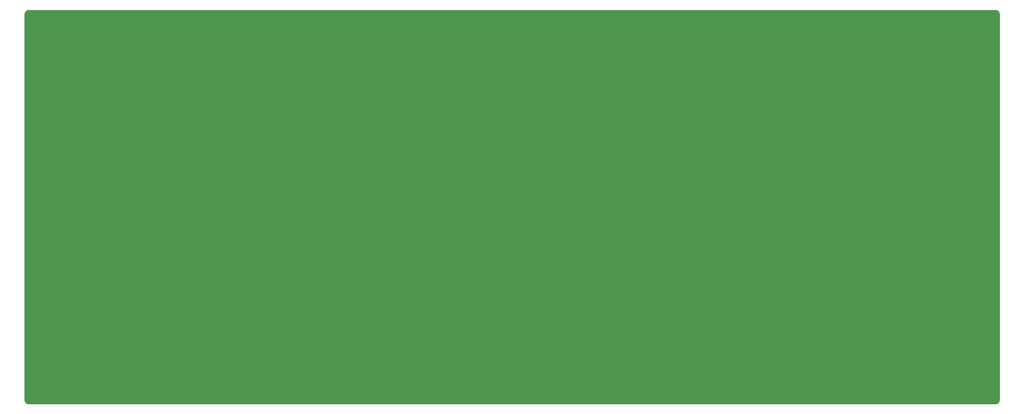
<source format=gbr>
G04 #@! TF.GenerationSoftware,KiCad,Pcbnew,(5.1.5-0-10_14)*
G04 #@! TF.CreationDate,2020-08-31T10:02:03-05:00*
G04 #@! TF.ProjectId,SithZhuyin40,53697468-5a68-4757-9969-6e34302e6b69,rev?*
G04 #@! TF.SameCoordinates,Original*
G04 #@! TF.FileFunction,Copper,L2,Bot*
G04 #@! TF.FilePolarity,Positive*
%FSLAX46Y46*%
G04 Gerber Fmt 4.6, Leading zero omitted, Abs format (unit mm)*
G04 Created by KiCad (PCBNEW (5.1.5-0-10_14)) date 2020-08-31 10:02:03*
%MOMM*%
%LPD*%
G04 APERTURE LIST*
%ADD10C,0.700000*%
%ADD11C,4.400000*%
%ADD12C,0.100000*%
%ADD13C,0.254000*%
G04 APERTURE END LIST*
D10*
X257547976Y-47252024D03*
X256381250Y-46768750D03*
X255214524Y-47252024D03*
X254731250Y-48418750D03*
X255214524Y-49585476D03*
X256381250Y-50068750D03*
X257547976Y-49585476D03*
X258031250Y-48418750D03*
D11*
X256381250Y-48418750D03*
D10*
X276597976Y-141962274D03*
X275431250Y-141479000D03*
X274264524Y-141962274D03*
X273781250Y-143129000D03*
X274264524Y-144295726D03*
X275431250Y-144779000D03*
X276597976Y-144295726D03*
X277081250Y-143129000D03*
D11*
X275431250Y-143129000D03*
D10*
X39266726Y-141962274D03*
X38100000Y-141479000D03*
X36933274Y-141962274D03*
X36450000Y-143129000D03*
X36933274Y-144295726D03*
X38100000Y-144779000D03*
X39266726Y-144295726D03*
X39750000Y-143129000D03*
D11*
X38100000Y-143129000D03*
D10*
X38472976Y-47252024D03*
X37306250Y-46768750D03*
X36139524Y-47252024D03*
X35656250Y-48418750D03*
X36139524Y-49585476D03*
X37306250Y-50068750D03*
X38472976Y-49585476D03*
X38956250Y-48418750D03*
D11*
X37306250Y-48418750D03*
G04 #@! TA.AperFunction,SMDPad,CuDef*
D12*
G36*
X278470916Y-123073543D02*
G01*
X278567543Y-123087876D01*
X278662299Y-123111612D01*
X278754273Y-123144520D01*
X278842578Y-123186286D01*
X278926365Y-123236505D01*
X279004825Y-123294695D01*
X279077204Y-123360296D01*
X279142805Y-123432675D01*
X279200995Y-123511135D01*
X279251214Y-123594922D01*
X279292980Y-123683227D01*
X279325888Y-123775201D01*
X279349624Y-123869957D01*
X279363957Y-123966584D01*
X279368750Y-124064150D01*
X279368750Y-137873350D01*
X279363957Y-137970916D01*
X279349624Y-138067543D01*
X279325888Y-138162299D01*
X279292980Y-138254273D01*
X279251214Y-138342578D01*
X279200995Y-138426365D01*
X279142805Y-138504825D01*
X279077204Y-138577204D01*
X279004825Y-138642805D01*
X278926365Y-138700995D01*
X278842578Y-138751214D01*
X278754273Y-138792980D01*
X278662299Y-138825888D01*
X278567543Y-138849624D01*
X278470916Y-138863957D01*
X278373350Y-138868750D01*
X262964150Y-138868750D01*
X262866584Y-138863957D01*
X262769957Y-138849624D01*
X262675201Y-138825888D01*
X262583227Y-138792980D01*
X262494922Y-138751214D01*
X262411135Y-138700995D01*
X262332675Y-138642805D01*
X262260296Y-138577204D01*
X262194695Y-138504825D01*
X262136505Y-138426365D01*
X262086286Y-138342578D01*
X262044520Y-138254273D01*
X262011612Y-138162299D01*
X261987876Y-138067543D01*
X261973543Y-137970916D01*
X261968750Y-137873350D01*
X261968750Y-124064150D01*
X261973543Y-123966584D01*
X261987876Y-123869957D01*
X262011612Y-123775201D01*
X262044520Y-123683227D01*
X262086286Y-123594922D01*
X262136505Y-123511135D01*
X262194695Y-123432675D01*
X262260296Y-123360296D01*
X262332675Y-123294695D01*
X262411135Y-123236505D01*
X262494922Y-123186286D01*
X262583227Y-123144520D01*
X262675201Y-123111612D01*
X262769957Y-123087876D01*
X262866584Y-123073543D01*
X262964150Y-123068750D01*
X278373350Y-123068750D01*
X278470916Y-123073543D01*
G37*
G04 #@! TD.AperFunction*
G04 #@! TA.AperFunction,SMDPad,CuDef*
G36*
X259420916Y-123073543D02*
G01*
X259517543Y-123087876D01*
X259612299Y-123111612D01*
X259704273Y-123144520D01*
X259792578Y-123186286D01*
X259876365Y-123236505D01*
X259954825Y-123294695D01*
X260027204Y-123360296D01*
X260092805Y-123432675D01*
X260150995Y-123511135D01*
X260201214Y-123594922D01*
X260242980Y-123683227D01*
X260275888Y-123775201D01*
X260299624Y-123869957D01*
X260313957Y-123966584D01*
X260318750Y-124064150D01*
X260318750Y-137873350D01*
X260313957Y-137970916D01*
X260299624Y-138067543D01*
X260275888Y-138162299D01*
X260242980Y-138254273D01*
X260201214Y-138342578D01*
X260150995Y-138426365D01*
X260092805Y-138504825D01*
X260027204Y-138577204D01*
X259954825Y-138642805D01*
X259876365Y-138700995D01*
X259792578Y-138751214D01*
X259704273Y-138792980D01*
X259612299Y-138825888D01*
X259517543Y-138849624D01*
X259420916Y-138863957D01*
X259323350Y-138868750D01*
X243914150Y-138868750D01*
X243816584Y-138863957D01*
X243719957Y-138849624D01*
X243625201Y-138825888D01*
X243533227Y-138792980D01*
X243444922Y-138751214D01*
X243361135Y-138700995D01*
X243282675Y-138642805D01*
X243210296Y-138577204D01*
X243144695Y-138504825D01*
X243086505Y-138426365D01*
X243036286Y-138342578D01*
X242994520Y-138254273D01*
X242961612Y-138162299D01*
X242937876Y-138067543D01*
X242923543Y-137970916D01*
X242918750Y-137873350D01*
X242918750Y-124064150D01*
X242923543Y-123966584D01*
X242937876Y-123869957D01*
X242961612Y-123775201D01*
X242994520Y-123683227D01*
X243036286Y-123594922D01*
X243086505Y-123511135D01*
X243144695Y-123432675D01*
X243210296Y-123360296D01*
X243282675Y-123294695D01*
X243361135Y-123236505D01*
X243444922Y-123186286D01*
X243533227Y-123144520D01*
X243625201Y-123111612D01*
X243719957Y-123087876D01*
X243816584Y-123073543D01*
X243914150Y-123068750D01*
X259323350Y-123068750D01*
X259420916Y-123073543D01*
G37*
G04 #@! TD.AperFunction*
G04 #@! TA.AperFunction,SMDPad,CuDef*
G36*
X240370916Y-123073543D02*
G01*
X240467543Y-123087876D01*
X240562299Y-123111612D01*
X240654273Y-123144520D01*
X240742578Y-123186286D01*
X240826365Y-123236505D01*
X240904825Y-123294695D01*
X240977204Y-123360296D01*
X241042805Y-123432675D01*
X241100995Y-123511135D01*
X241151214Y-123594922D01*
X241192980Y-123683227D01*
X241225888Y-123775201D01*
X241249624Y-123869957D01*
X241263957Y-123966584D01*
X241268750Y-124064150D01*
X241268750Y-137873350D01*
X241263957Y-137970916D01*
X241249624Y-138067543D01*
X241225888Y-138162299D01*
X241192980Y-138254273D01*
X241151214Y-138342578D01*
X241100995Y-138426365D01*
X241042805Y-138504825D01*
X240977204Y-138577204D01*
X240904825Y-138642805D01*
X240826365Y-138700995D01*
X240742578Y-138751214D01*
X240654273Y-138792980D01*
X240562299Y-138825888D01*
X240467543Y-138849624D01*
X240370916Y-138863957D01*
X240273350Y-138868750D01*
X224864150Y-138868750D01*
X224766584Y-138863957D01*
X224669957Y-138849624D01*
X224575201Y-138825888D01*
X224483227Y-138792980D01*
X224394922Y-138751214D01*
X224311135Y-138700995D01*
X224232675Y-138642805D01*
X224160296Y-138577204D01*
X224094695Y-138504825D01*
X224036505Y-138426365D01*
X223986286Y-138342578D01*
X223944520Y-138254273D01*
X223911612Y-138162299D01*
X223887876Y-138067543D01*
X223873543Y-137970916D01*
X223868750Y-137873350D01*
X223868750Y-124064150D01*
X223873543Y-123966584D01*
X223887876Y-123869957D01*
X223911612Y-123775201D01*
X223944520Y-123683227D01*
X223986286Y-123594922D01*
X224036505Y-123511135D01*
X224094695Y-123432675D01*
X224160296Y-123360296D01*
X224232675Y-123294695D01*
X224311135Y-123236505D01*
X224394922Y-123186286D01*
X224483227Y-123144520D01*
X224575201Y-123111612D01*
X224669957Y-123087876D01*
X224766584Y-123073543D01*
X224864150Y-123068750D01*
X240273350Y-123068750D01*
X240370916Y-123073543D01*
G37*
G04 #@! TD.AperFunction*
G04 #@! TA.AperFunction,SMDPad,CuDef*
G36*
X216558416Y-123073543D02*
G01*
X216655043Y-123087876D01*
X216749799Y-123111612D01*
X216841773Y-123144520D01*
X216930078Y-123186286D01*
X217013865Y-123236505D01*
X217092325Y-123294695D01*
X217164704Y-123360296D01*
X217230305Y-123432675D01*
X217288495Y-123511135D01*
X217338714Y-123594922D01*
X217380480Y-123683227D01*
X217413388Y-123775201D01*
X217437124Y-123869957D01*
X217451457Y-123966584D01*
X217456250Y-124064150D01*
X217456250Y-137873350D01*
X217451457Y-137970916D01*
X217437124Y-138067543D01*
X217413388Y-138162299D01*
X217380480Y-138254273D01*
X217338714Y-138342578D01*
X217288495Y-138426365D01*
X217230305Y-138504825D01*
X217164704Y-138577204D01*
X217092325Y-138642805D01*
X217013865Y-138700995D01*
X216930078Y-138751214D01*
X216841773Y-138792980D01*
X216749799Y-138825888D01*
X216655043Y-138849624D01*
X216558416Y-138863957D01*
X216460850Y-138868750D01*
X201051650Y-138868750D01*
X200954084Y-138863957D01*
X200857457Y-138849624D01*
X200762701Y-138825888D01*
X200670727Y-138792980D01*
X200582422Y-138751214D01*
X200498635Y-138700995D01*
X200420175Y-138642805D01*
X200347796Y-138577204D01*
X200282195Y-138504825D01*
X200224005Y-138426365D01*
X200173786Y-138342578D01*
X200132020Y-138254273D01*
X200099112Y-138162299D01*
X200075376Y-138067543D01*
X200061043Y-137970916D01*
X200056250Y-137873350D01*
X200056250Y-124064150D01*
X200061043Y-123966584D01*
X200075376Y-123869957D01*
X200099112Y-123775201D01*
X200132020Y-123683227D01*
X200173786Y-123594922D01*
X200224005Y-123511135D01*
X200282195Y-123432675D01*
X200347796Y-123360296D01*
X200420175Y-123294695D01*
X200498635Y-123236505D01*
X200582422Y-123186286D01*
X200670727Y-123144520D01*
X200762701Y-123111612D01*
X200857457Y-123087876D01*
X200954084Y-123073543D01*
X201051650Y-123068750D01*
X216460850Y-123068750D01*
X216558416Y-123073543D01*
G37*
G04 #@! TD.AperFunction*
G04 #@! TA.AperFunction,SMDPad,CuDef*
G36*
X185602166Y-123073543D02*
G01*
X185698793Y-123087876D01*
X185793549Y-123111612D01*
X185885523Y-123144520D01*
X185973828Y-123186286D01*
X186057615Y-123236505D01*
X186136075Y-123294695D01*
X186208454Y-123360296D01*
X186274055Y-123432675D01*
X186332245Y-123511135D01*
X186382464Y-123594922D01*
X186424230Y-123683227D01*
X186457138Y-123775201D01*
X186480874Y-123869957D01*
X186495207Y-123966584D01*
X186500000Y-124064150D01*
X186500000Y-137873350D01*
X186495207Y-137970916D01*
X186480874Y-138067543D01*
X186457138Y-138162299D01*
X186424230Y-138254273D01*
X186382464Y-138342578D01*
X186332245Y-138426365D01*
X186274055Y-138504825D01*
X186208454Y-138577204D01*
X186136075Y-138642805D01*
X186057615Y-138700995D01*
X185973828Y-138751214D01*
X185885523Y-138792980D01*
X185793549Y-138825888D01*
X185698793Y-138849624D01*
X185602166Y-138863957D01*
X185504600Y-138868750D01*
X170095400Y-138868750D01*
X169997834Y-138863957D01*
X169901207Y-138849624D01*
X169806451Y-138825888D01*
X169714477Y-138792980D01*
X169626172Y-138751214D01*
X169542385Y-138700995D01*
X169463925Y-138642805D01*
X169391546Y-138577204D01*
X169325945Y-138504825D01*
X169267755Y-138426365D01*
X169217536Y-138342578D01*
X169175770Y-138254273D01*
X169142862Y-138162299D01*
X169119126Y-138067543D01*
X169104793Y-137970916D01*
X169100000Y-137873350D01*
X169100000Y-124064150D01*
X169104793Y-123966584D01*
X169119126Y-123869957D01*
X169142862Y-123775201D01*
X169175770Y-123683227D01*
X169217536Y-123594922D01*
X169267755Y-123511135D01*
X169325945Y-123432675D01*
X169391546Y-123360296D01*
X169463925Y-123294695D01*
X169542385Y-123236505D01*
X169626172Y-123186286D01*
X169714477Y-123144520D01*
X169806451Y-123111612D01*
X169901207Y-123087876D01*
X169997834Y-123073543D01*
X170095400Y-123068750D01*
X185504600Y-123068750D01*
X185602166Y-123073543D01*
G37*
G04 #@! TD.AperFunction*
G04 #@! TA.AperFunction,SMDPad,CuDef*
G36*
X152264666Y-123073543D02*
G01*
X152361293Y-123087876D01*
X152456049Y-123111612D01*
X152548023Y-123144520D01*
X152636328Y-123186286D01*
X152720115Y-123236505D01*
X152798575Y-123294695D01*
X152870954Y-123360296D01*
X152936555Y-123432675D01*
X152994745Y-123511135D01*
X153044964Y-123594922D01*
X153086730Y-123683227D01*
X153119638Y-123775201D01*
X153143374Y-123869957D01*
X153157707Y-123966584D01*
X153162500Y-124064150D01*
X153162500Y-137873350D01*
X153157707Y-137970916D01*
X153143374Y-138067543D01*
X153119638Y-138162299D01*
X153086730Y-138254273D01*
X153044964Y-138342578D01*
X152994745Y-138426365D01*
X152936555Y-138504825D01*
X152870954Y-138577204D01*
X152798575Y-138642805D01*
X152720115Y-138700995D01*
X152636328Y-138751214D01*
X152548023Y-138792980D01*
X152456049Y-138825888D01*
X152361293Y-138849624D01*
X152264666Y-138863957D01*
X152167100Y-138868750D01*
X136757900Y-138868750D01*
X136660334Y-138863957D01*
X136563707Y-138849624D01*
X136468951Y-138825888D01*
X136376977Y-138792980D01*
X136288672Y-138751214D01*
X136204885Y-138700995D01*
X136126425Y-138642805D01*
X136054046Y-138577204D01*
X135988445Y-138504825D01*
X135930255Y-138426365D01*
X135880036Y-138342578D01*
X135838270Y-138254273D01*
X135805362Y-138162299D01*
X135781626Y-138067543D01*
X135767293Y-137970916D01*
X135762500Y-137873350D01*
X135762500Y-124064150D01*
X135767293Y-123966584D01*
X135781626Y-123869957D01*
X135805362Y-123775201D01*
X135838270Y-123683227D01*
X135880036Y-123594922D01*
X135930255Y-123511135D01*
X135988445Y-123432675D01*
X136054046Y-123360296D01*
X136126425Y-123294695D01*
X136204885Y-123236505D01*
X136288672Y-123186286D01*
X136376977Y-123144520D01*
X136468951Y-123111612D01*
X136563707Y-123087876D01*
X136660334Y-123073543D01*
X136757900Y-123068750D01*
X152167100Y-123068750D01*
X152264666Y-123073543D01*
G37*
G04 #@! TD.AperFunction*
G04 #@! TA.AperFunction,SMDPad,CuDef*
G36*
X123689666Y-123073543D02*
G01*
X123786293Y-123087876D01*
X123881049Y-123111612D01*
X123973023Y-123144520D01*
X124061328Y-123186286D01*
X124145115Y-123236505D01*
X124223575Y-123294695D01*
X124295954Y-123360296D01*
X124361555Y-123432675D01*
X124419745Y-123511135D01*
X124469964Y-123594922D01*
X124511730Y-123683227D01*
X124544638Y-123775201D01*
X124568374Y-123869957D01*
X124582707Y-123966584D01*
X124587500Y-124064150D01*
X124587500Y-137873350D01*
X124582707Y-137970916D01*
X124568374Y-138067543D01*
X124544638Y-138162299D01*
X124511730Y-138254273D01*
X124469964Y-138342578D01*
X124419745Y-138426365D01*
X124361555Y-138504825D01*
X124295954Y-138577204D01*
X124223575Y-138642805D01*
X124145115Y-138700995D01*
X124061328Y-138751214D01*
X123973023Y-138792980D01*
X123881049Y-138825888D01*
X123786293Y-138849624D01*
X123689666Y-138863957D01*
X123592100Y-138868750D01*
X108182900Y-138868750D01*
X108085334Y-138863957D01*
X107988707Y-138849624D01*
X107893951Y-138825888D01*
X107801977Y-138792980D01*
X107713672Y-138751214D01*
X107629885Y-138700995D01*
X107551425Y-138642805D01*
X107479046Y-138577204D01*
X107413445Y-138504825D01*
X107355255Y-138426365D01*
X107305036Y-138342578D01*
X107263270Y-138254273D01*
X107230362Y-138162299D01*
X107206626Y-138067543D01*
X107192293Y-137970916D01*
X107187500Y-137873350D01*
X107187500Y-124064150D01*
X107192293Y-123966584D01*
X107206626Y-123869957D01*
X107230362Y-123775201D01*
X107263270Y-123683227D01*
X107305036Y-123594922D01*
X107355255Y-123511135D01*
X107413445Y-123432675D01*
X107479046Y-123360296D01*
X107551425Y-123294695D01*
X107629885Y-123236505D01*
X107713672Y-123186286D01*
X107801977Y-123144520D01*
X107893951Y-123111612D01*
X107988707Y-123087876D01*
X108085334Y-123073543D01*
X108182900Y-123068750D01*
X123592100Y-123068750D01*
X123689666Y-123073543D01*
G37*
G04 #@! TD.AperFunction*
G04 #@! TA.AperFunction,SMDPad,CuDef*
G36*
X99877166Y-123073543D02*
G01*
X99973793Y-123087876D01*
X100068549Y-123111612D01*
X100160523Y-123144520D01*
X100248828Y-123186286D01*
X100332615Y-123236505D01*
X100411075Y-123294695D01*
X100483454Y-123360296D01*
X100549055Y-123432675D01*
X100607245Y-123511135D01*
X100657464Y-123594922D01*
X100699230Y-123683227D01*
X100732138Y-123775201D01*
X100755874Y-123869957D01*
X100770207Y-123966584D01*
X100775000Y-124064150D01*
X100775000Y-137873350D01*
X100770207Y-137970916D01*
X100755874Y-138067543D01*
X100732138Y-138162299D01*
X100699230Y-138254273D01*
X100657464Y-138342578D01*
X100607245Y-138426365D01*
X100549055Y-138504825D01*
X100483454Y-138577204D01*
X100411075Y-138642805D01*
X100332615Y-138700995D01*
X100248828Y-138751214D01*
X100160523Y-138792980D01*
X100068549Y-138825888D01*
X99973793Y-138849624D01*
X99877166Y-138863957D01*
X99779600Y-138868750D01*
X84370400Y-138868750D01*
X84272834Y-138863957D01*
X84176207Y-138849624D01*
X84081451Y-138825888D01*
X83989477Y-138792980D01*
X83901172Y-138751214D01*
X83817385Y-138700995D01*
X83738925Y-138642805D01*
X83666546Y-138577204D01*
X83600945Y-138504825D01*
X83542755Y-138426365D01*
X83492536Y-138342578D01*
X83450770Y-138254273D01*
X83417862Y-138162299D01*
X83394126Y-138067543D01*
X83379793Y-137970916D01*
X83375000Y-137873350D01*
X83375000Y-124064150D01*
X83379793Y-123966584D01*
X83394126Y-123869957D01*
X83417862Y-123775201D01*
X83450770Y-123683227D01*
X83492536Y-123594922D01*
X83542755Y-123511135D01*
X83600945Y-123432675D01*
X83666546Y-123360296D01*
X83738925Y-123294695D01*
X83817385Y-123236505D01*
X83901172Y-123186286D01*
X83989477Y-123144520D01*
X84081451Y-123111612D01*
X84176207Y-123087876D01*
X84272834Y-123073543D01*
X84370400Y-123068750D01*
X99779600Y-123068750D01*
X99877166Y-123073543D01*
G37*
G04 #@! TD.AperFunction*
G04 #@! TA.AperFunction,SMDPad,CuDef*
G36*
X76064666Y-123073543D02*
G01*
X76161293Y-123087876D01*
X76256049Y-123111612D01*
X76348023Y-123144520D01*
X76436328Y-123186286D01*
X76520115Y-123236505D01*
X76598575Y-123294695D01*
X76670954Y-123360296D01*
X76736555Y-123432675D01*
X76794745Y-123511135D01*
X76844964Y-123594922D01*
X76886730Y-123683227D01*
X76919638Y-123775201D01*
X76943374Y-123869957D01*
X76957707Y-123966584D01*
X76962500Y-124064150D01*
X76962500Y-137873350D01*
X76957707Y-137970916D01*
X76943374Y-138067543D01*
X76919638Y-138162299D01*
X76886730Y-138254273D01*
X76844964Y-138342578D01*
X76794745Y-138426365D01*
X76736555Y-138504825D01*
X76670954Y-138577204D01*
X76598575Y-138642805D01*
X76520115Y-138700995D01*
X76436328Y-138751214D01*
X76348023Y-138792980D01*
X76256049Y-138825888D01*
X76161293Y-138849624D01*
X76064666Y-138863957D01*
X75967100Y-138868750D01*
X60557900Y-138868750D01*
X60460334Y-138863957D01*
X60363707Y-138849624D01*
X60268951Y-138825888D01*
X60176977Y-138792980D01*
X60088672Y-138751214D01*
X60004885Y-138700995D01*
X59926425Y-138642805D01*
X59854046Y-138577204D01*
X59788445Y-138504825D01*
X59730255Y-138426365D01*
X59680036Y-138342578D01*
X59638270Y-138254273D01*
X59605362Y-138162299D01*
X59581626Y-138067543D01*
X59567293Y-137970916D01*
X59562500Y-137873350D01*
X59562500Y-124064150D01*
X59567293Y-123966584D01*
X59581626Y-123869957D01*
X59605362Y-123775201D01*
X59638270Y-123683227D01*
X59680036Y-123594922D01*
X59730255Y-123511135D01*
X59788445Y-123432675D01*
X59854046Y-123360296D01*
X59926425Y-123294695D01*
X60004885Y-123236505D01*
X60088672Y-123186286D01*
X60176977Y-123144520D01*
X60268951Y-123111612D01*
X60363707Y-123087876D01*
X60460334Y-123073543D01*
X60557900Y-123068750D01*
X75967100Y-123068750D01*
X76064666Y-123073543D01*
G37*
G04 #@! TD.AperFunction*
G04 #@! TA.AperFunction,SMDPad,CuDef*
G36*
X52252166Y-123073543D02*
G01*
X52348793Y-123087876D01*
X52443549Y-123111612D01*
X52535523Y-123144520D01*
X52623828Y-123186286D01*
X52707615Y-123236505D01*
X52786075Y-123294695D01*
X52858454Y-123360296D01*
X52924055Y-123432675D01*
X52982245Y-123511135D01*
X53032464Y-123594922D01*
X53074230Y-123683227D01*
X53107138Y-123775201D01*
X53130874Y-123869957D01*
X53145207Y-123966584D01*
X53150000Y-124064150D01*
X53150000Y-137873350D01*
X53145207Y-137970916D01*
X53130874Y-138067543D01*
X53107138Y-138162299D01*
X53074230Y-138254273D01*
X53032464Y-138342578D01*
X52982245Y-138426365D01*
X52924055Y-138504825D01*
X52858454Y-138577204D01*
X52786075Y-138642805D01*
X52707615Y-138700995D01*
X52623828Y-138751214D01*
X52535523Y-138792980D01*
X52443549Y-138825888D01*
X52348793Y-138849624D01*
X52252166Y-138863957D01*
X52154600Y-138868750D01*
X36745400Y-138868750D01*
X36647834Y-138863957D01*
X36551207Y-138849624D01*
X36456451Y-138825888D01*
X36364477Y-138792980D01*
X36276172Y-138751214D01*
X36192385Y-138700995D01*
X36113925Y-138642805D01*
X36041546Y-138577204D01*
X35975945Y-138504825D01*
X35917755Y-138426365D01*
X35867536Y-138342578D01*
X35825770Y-138254273D01*
X35792862Y-138162299D01*
X35769126Y-138067543D01*
X35754793Y-137970916D01*
X35750000Y-137873350D01*
X35750000Y-124064150D01*
X35754793Y-123966584D01*
X35769126Y-123869957D01*
X35792862Y-123775201D01*
X35825770Y-123683227D01*
X35867536Y-123594922D01*
X35917755Y-123511135D01*
X35975945Y-123432675D01*
X36041546Y-123360296D01*
X36113925Y-123294695D01*
X36192385Y-123236505D01*
X36276172Y-123186286D01*
X36364477Y-123144520D01*
X36456451Y-123111612D01*
X36551207Y-123087876D01*
X36647834Y-123073543D01*
X36745400Y-123068750D01*
X52154600Y-123068750D01*
X52252166Y-123073543D01*
G37*
G04 #@! TD.AperFunction*
G04 #@! TA.AperFunction,SMDPad,CuDef*
G36*
X276089666Y-104023543D02*
G01*
X276186293Y-104037876D01*
X276281049Y-104061612D01*
X276373023Y-104094520D01*
X276461328Y-104136286D01*
X276545115Y-104186505D01*
X276623575Y-104244695D01*
X276695954Y-104310296D01*
X276761555Y-104382675D01*
X276819745Y-104461135D01*
X276869964Y-104544922D01*
X276911730Y-104633227D01*
X276944638Y-104725201D01*
X276968374Y-104819957D01*
X276982707Y-104916584D01*
X276987500Y-105014150D01*
X276987500Y-118823350D01*
X276982707Y-118920916D01*
X276968374Y-119017543D01*
X276944638Y-119112299D01*
X276911730Y-119204273D01*
X276869964Y-119292578D01*
X276819745Y-119376365D01*
X276761555Y-119454825D01*
X276695954Y-119527204D01*
X276623575Y-119592805D01*
X276545115Y-119650995D01*
X276461328Y-119701214D01*
X276373023Y-119742980D01*
X276281049Y-119775888D01*
X276186293Y-119799624D01*
X276089666Y-119813957D01*
X275992100Y-119818750D01*
X260582900Y-119818750D01*
X260485334Y-119813957D01*
X260388707Y-119799624D01*
X260293951Y-119775888D01*
X260201977Y-119742980D01*
X260113672Y-119701214D01*
X260029885Y-119650995D01*
X259951425Y-119592805D01*
X259879046Y-119527204D01*
X259813445Y-119454825D01*
X259755255Y-119376365D01*
X259705036Y-119292578D01*
X259663270Y-119204273D01*
X259630362Y-119112299D01*
X259606626Y-119017543D01*
X259592293Y-118920916D01*
X259587500Y-118823350D01*
X259587500Y-105014150D01*
X259592293Y-104916584D01*
X259606626Y-104819957D01*
X259630362Y-104725201D01*
X259663270Y-104633227D01*
X259705036Y-104544922D01*
X259755255Y-104461135D01*
X259813445Y-104382675D01*
X259879046Y-104310296D01*
X259951425Y-104244695D01*
X260029885Y-104186505D01*
X260113672Y-104136286D01*
X260201977Y-104094520D01*
X260293951Y-104061612D01*
X260388707Y-104037876D01*
X260485334Y-104023543D01*
X260582900Y-104018750D01*
X275992100Y-104018750D01*
X276089666Y-104023543D01*
G37*
G04 #@! TD.AperFunction*
G04 #@! TA.AperFunction,SMDPad,CuDef*
G36*
X254658416Y-104023543D02*
G01*
X254755043Y-104037876D01*
X254849799Y-104061612D01*
X254941773Y-104094520D01*
X255030078Y-104136286D01*
X255113865Y-104186505D01*
X255192325Y-104244695D01*
X255264704Y-104310296D01*
X255330305Y-104382675D01*
X255388495Y-104461135D01*
X255438714Y-104544922D01*
X255480480Y-104633227D01*
X255513388Y-104725201D01*
X255537124Y-104819957D01*
X255551457Y-104916584D01*
X255556250Y-105014150D01*
X255556250Y-118823350D01*
X255551457Y-118920916D01*
X255537124Y-119017543D01*
X255513388Y-119112299D01*
X255480480Y-119204273D01*
X255438714Y-119292578D01*
X255388495Y-119376365D01*
X255330305Y-119454825D01*
X255264704Y-119527204D01*
X255192325Y-119592805D01*
X255113865Y-119650995D01*
X255030078Y-119701214D01*
X254941773Y-119742980D01*
X254849799Y-119775888D01*
X254755043Y-119799624D01*
X254658416Y-119813957D01*
X254560850Y-119818750D01*
X239151650Y-119818750D01*
X239054084Y-119813957D01*
X238957457Y-119799624D01*
X238862701Y-119775888D01*
X238770727Y-119742980D01*
X238682422Y-119701214D01*
X238598635Y-119650995D01*
X238520175Y-119592805D01*
X238447796Y-119527204D01*
X238382195Y-119454825D01*
X238324005Y-119376365D01*
X238273786Y-119292578D01*
X238232020Y-119204273D01*
X238199112Y-119112299D01*
X238175376Y-119017543D01*
X238161043Y-118920916D01*
X238156250Y-118823350D01*
X238156250Y-105014150D01*
X238161043Y-104916584D01*
X238175376Y-104819957D01*
X238199112Y-104725201D01*
X238232020Y-104633227D01*
X238273786Y-104544922D01*
X238324005Y-104461135D01*
X238382195Y-104382675D01*
X238447796Y-104310296D01*
X238520175Y-104244695D01*
X238598635Y-104186505D01*
X238682422Y-104136286D01*
X238770727Y-104094520D01*
X238862701Y-104061612D01*
X238957457Y-104037876D01*
X239054084Y-104023543D01*
X239151650Y-104018750D01*
X254560850Y-104018750D01*
X254658416Y-104023543D01*
G37*
G04 #@! TD.AperFunction*
G04 #@! TA.AperFunction,SMDPad,CuDef*
G36*
X235608416Y-104023543D02*
G01*
X235705043Y-104037876D01*
X235799799Y-104061612D01*
X235891773Y-104094520D01*
X235980078Y-104136286D01*
X236063865Y-104186505D01*
X236142325Y-104244695D01*
X236214704Y-104310296D01*
X236280305Y-104382675D01*
X236338495Y-104461135D01*
X236388714Y-104544922D01*
X236430480Y-104633227D01*
X236463388Y-104725201D01*
X236487124Y-104819957D01*
X236501457Y-104916584D01*
X236506250Y-105014150D01*
X236506250Y-118823350D01*
X236501457Y-118920916D01*
X236487124Y-119017543D01*
X236463388Y-119112299D01*
X236430480Y-119204273D01*
X236388714Y-119292578D01*
X236338495Y-119376365D01*
X236280305Y-119454825D01*
X236214704Y-119527204D01*
X236142325Y-119592805D01*
X236063865Y-119650995D01*
X235980078Y-119701214D01*
X235891773Y-119742980D01*
X235799799Y-119775888D01*
X235705043Y-119799624D01*
X235608416Y-119813957D01*
X235510850Y-119818750D01*
X220101650Y-119818750D01*
X220004084Y-119813957D01*
X219907457Y-119799624D01*
X219812701Y-119775888D01*
X219720727Y-119742980D01*
X219632422Y-119701214D01*
X219548635Y-119650995D01*
X219470175Y-119592805D01*
X219397796Y-119527204D01*
X219332195Y-119454825D01*
X219274005Y-119376365D01*
X219223786Y-119292578D01*
X219182020Y-119204273D01*
X219149112Y-119112299D01*
X219125376Y-119017543D01*
X219111043Y-118920916D01*
X219106250Y-118823350D01*
X219106250Y-105014150D01*
X219111043Y-104916584D01*
X219125376Y-104819957D01*
X219149112Y-104725201D01*
X219182020Y-104633227D01*
X219223786Y-104544922D01*
X219274005Y-104461135D01*
X219332195Y-104382675D01*
X219397796Y-104310296D01*
X219470175Y-104244695D01*
X219548635Y-104186505D01*
X219632422Y-104136286D01*
X219720727Y-104094520D01*
X219812701Y-104061612D01*
X219907457Y-104037876D01*
X220004084Y-104023543D01*
X220101650Y-104018750D01*
X235510850Y-104018750D01*
X235608416Y-104023543D01*
G37*
G04 #@! TD.AperFunction*
G04 #@! TA.AperFunction,SMDPad,CuDef*
G36*
X216558416Y-104023543D02*
G01*
X216655043Y-104037876D01*
X216749799Y-104061612D01*
X216841773Y-104094520D01*
X216930078Y-104136286D01*
X217013865Y-104186505D01*
X217092325Y-104244695D01*
X217164704Y-104310296D01*
X217230305Y-104382675D01*
X217288495Y-104461135D01*
X217338714Y-104544922D01*
X217380480Y-104633227D01*
X217413388Y-104725201D01*
X217437124Y-104819957D01*
X217451457Y-104916584D01*
X217456250Y-105014150D01*
X217456250Y-118823350D01*
X217451457Y-118920916D01*
X217437124Y-119017543D01*
X217413388Y-119112299D01*
X217380480Y-119204273D01*
X217338714Y-119292578D01*
X217288495Y-119376365D01*
X217230305Y-119454825D01*
X217164704Y-119527204D01*
X217092325Y-119592805D01*
X217013865Y-119650995D01*
X216930078Y-119701214D01*
X216841773Y-119742980D01*
X216749799Y-119775888D01*
X216655043Y-119799624D01*
X216558416Y-119813957D01*
X216460850Y-119818750D01*
X201051650Y-119818750D01*
X200954084Y-119813957D01*
X200857457Y-119799624D01*
X200762701Y-119775888D01*
X200670727Y-119742980D01*
X200582422Y-119701214D01*
X200498635Y-119650995D01*
X200420175Y-119592805D01*
X200347796Y-119527204D01*
X200282195Y-119454825D01*
X200224005Y-119376365D01*
X200173786Y-119292578D01*
X200132020Y-119204273D01*
X200099112Y-119112299D01*
X200075376Y-119017543D01*
X200061043Y-118920916D01*
X200056250Y-118823350D01*
X200056250Y-105014150D01*
X200061043Y-104916584D01*
X200075376Y-104819957D01*
X200099112Y-104725201D01*
X200132020Y-104633227D01*
X200173786Y-104544922D01*
X200224005Y-104461135D01*
X200282195Y-104382675D01*
X200347796Y-104310296D01*
X200420175Y-104244695D01*
X200498635Y-104186505D01*
X200582422Y-104136286D01*
X200670727Y-104094520D01*
X200762701Y-104061612D01*
X200857457Y-104037876D01*
X200954084Y-104023543D01*
X201051650Y-104018750D01*
X216460850Y-104018750D01*
X216558416Y-104023543D01*
G37*
G04 #@! TD.AperFunction*
G04 #@! TA.AperFunction,SMDPad,CuDef*
G36*
X197508416Y-104023543D02*
G01*
X197605043Y-104037876D01*
X197699799Y-104061612D01*
X197791773Y-104094520D01*
X197880078Y-104136286D01*
X197963865Y-104186505D01*
X198042325Y-104244695D01*
X198114704Y-104310296D01*
X198180305Y-104382675D01*
X198238495Y-104461135D01*
X198288714Y-104544922D01*
X198330480Y-104633227D01*
X198363388Y-104725201D01*
X198387124Y-104819957D01*
X198401457Y-104916584D01*
X198406250Y-105014150D01*
X198406250Y-118823350D01*
X198401457Y-118920916D01*
X198387124Y-119017543D01*
X198363388Y-119112299D01*
X198330480Y-119204273D01*
X198288714Y-119292578D01*
X198238495Y-119376365D01*
X198180305Y-119454825D01*
X198114704Y-119527204D01*
X198042325Y-119592805D01*
X197963865Y-119650995D01*
X197880078Y-119701214D01*
X197791773Y-119742980D01*
X197699799Y-119775888D01*
X197605043Y-119799624D01*
X197508416Y-119813957D01*
X197410850Y-119818750D01*
X182001650Y-119818750D01*
X181904084Y-119813957D01*
X181807457Y-119799624D01*
X181712701Y-119775888D01*
X181620727Y-119742980D01*
X181532422Y-119701214D01*
X181448635Y-119650995D01*
X181370175Y-119592805D01*
X181297796Y-119527204D01*
X181232195Y-119454825D01*
X181174005Y-119376365D01*
X181123786Y-119292578D01*
X181082020Y-119204273D01*
X181049112Y-119112299D01*
X181025376Y-119017543D01*
X181011043Y-118920916D01*
X181006250Y-118823350D01*
X181006250Y-105014150D01*
X181011043Y-104916584D01*
X181025376Y-104819957D01*
X181049112Y-104725201D01*
X181082020Y-104633227D01*
X181123786Y-104544922D01*
X181174005Y-104461135D01*
X181232195Y-104382675D01*
X181297796Y-104310296D01*
X181370175Y-104244695D01*
X181448635Y-104186505D01*
X181532422Y-104136286D01*
X181620727Y-104094520D01*
X181712701Y-104061612D01*
X181807457Y-104037876D01*
X181904084Y-104023543D01*
X182001650Y-104018750D01*
X197410850Y-104018750D01*
X197508416Y-104023543D01*
G37*
G04 #@! TD.AperFunction*
G04 #@! TA.AperFunction,SMDPad,CuDef*
G36*
X178458416Y-104023543D02*
G01*
X178555043Y-104037876D01*
X178649799Y-104061612D01*
X178741773Y-104094520D01*
X178830078Y-104136286D01*
X178913865Y-104186505D01*
X178992325Y-104244695D01*
X179064704Y-104310296D01*
X179130305Y-104382675D01*
X179188495Y-104461135D01*
X179238714Y-104544922D01*
X179280480Y-104633227D01*
X179313388Y-104725201D01*
X179337124Y-104819957D01*
X179351457Y-104916584D01*
X179356250Y-105014150D01*
X179356250Y-118823350D01*
X179351457Y-118920916D01*
X179337124Y-119017543D01*
X179313388Y-119112299D01*
X179280480Y-119204273D01*
X179238714Y-119292578D01*
X179188495Y-119376365D01*
X179130305Y-119454825D01*
X179064704Y-119527204D01*
X178992325Y-119592805D01*
X178913865Y-119650995D01*
X178830078Y-119701214D01*
X178741773Y-119742980D01*
X178649799Y-119775888D01*
X178555043Y-119799624D01*
X178458416Y-119813957D01*
X178360850Y-119818750D01*
X162951650Y-119818750D01*
X162854084Y-119813957D01*
X162757457Y-119799624D01*
X162662701Y-119775888D01*
X162570727Y-119742980D01*
X162482422Y-119701214D01*
X162398635Y-119650995D01*
X162320175Y-119592805D01*
X162247796Y-119527204D01*
X162182195Y-119454825D01*
X162124005Y-119376365D01*
X162073786Y-119292578D01*
X162032020Y-119204273D01*
X161999112Y-119112299D01*
X161975376Y-119017543D01*
X161961043Y-118920916D01*
X161956250Y-118823350D01*
X161956250Y-105014150D01*
X161961043Y-104916584D01*
X161975376Y-104819957D01*
X161999112Y-104725201D01*
X162032020Y-104633227D01*
X162073786Y-104544922D01*
X162124005Y-104461135D01*
X162182195Y-104382675D01*
X162247796Y-104310296D01*
X162320175Y-104244695D01*
X162398635Y-104186505D01*
X162482422Y-104136286D01*
X162570727Y-104094520D01*
X162662701Y-104061612D01*
X162757457Y-104037876D01*
X162854084Y-104023543D01*
X162951650Y-104018750D01*
X178360850Y-104018750D01*
X178458416Y-104023543D01*
G37*
G04 #@! TD.AperFunction*
G04 #@! TA.AperFunction,SMDPad,CuDef*
G36*
X159408416Y-104023543D02*
G01*
X159505043Y-104037876D01*
X159599799Y-104061612D01*
X159691773Y-104094520D01*
X159780078Y-104136286D01*
X159863865Y-104186505D01*
X159942325Y-104244695D01*
X160014704Y-104310296D01*
X160080305Y-104382675D01*
X160138495Y-104461135D01*
X160188714Y-104544922D01*
X160230480Y-104633227D01*
X160263388Y-104725201D01*
X160287124Y-104819957D01*
X160301457Y-104916584D01*
X160306250Y-105014150D01*
X160306250Y-118823350D01*
X160301457Y-118920916D01*
X160287124Y-119017543D01*
X160263388Y-119112299D01*
X160230480Y-119204273D01*
X160188714Y-119292578D01*
X160138495Y-119376365D01*
X160080305Y-119454825D01*
X160014704Y-119527204D01*
X159942325Y-119592805D01*
X159863865Y-119650995D01*
X159780078Y-119701214D01*
X159691773Y-119742980D01*
X159599799Y-119775888D01*
X159505043Y-119799624D01*
X159408416Y-119813957D01*
X159310850Y-119818750D01*
X143901650Y-119818750D01*
X143804084Y-119813957D01*
X143707457Y-119799624D01*
X143612701Y-119775888D01*
X143520727Y-119742980D01*
X143432422Y-119701214D01*
X143348635Y-119650995D01*
X143270175Y-119592805D01*
X143197796Y-119527204D01*
X143132195Y-119454825D01*
X143074005Y-119376365D01*
X143023786Y-119292578D01*
X142982020Y-119204273D01*
X142949112Y-119112299D01*
X142925376Y-119017543D01*
X142911043Y-118920916D01*
X142906250Y-118823350D01*
X142906250Y-105014150D01*
X142911043Y-104916584D01*
X142925376Y-104819957D01*
X142949112Y-104725201D01*
X142982020Y-104633227D01*
X143023786Y-104544922D01*
X143074005Y-104461135D01*
X143132195Y-104382675D01*
X143197796Y-104310296D01*
X143270175Y-104244695D01*
X143348635Y-104186505D01*
X143432422Y-104136286D01*
X143520727Y-104094520D01*
X143612701Y-104061612D01*
X143707457Y-104037876D01*
X143804084Y-104023543D01*
X143901650Y-104018750D01*
X159310850Y-104018750D01*
X159408416Y-104023543D01*
G37*
G04 #@! TD.AperFunction*
G04 #@! TA.AperFunction,SMDPad,CuDef*
G36*
X140358416Y-104023543D02*
G01*
X140455043Y-104037876D01*
X140549799Y-104061612D01*
X140641773Y-104094520D01*
X140730078Y-104136286D01*
X140813865Y-104186505D01*
X140892325Y-104244695D01*
X140964704Y-104310296D01*
X141030305Y-104382675D01*
X141088495Y-104461135D01*
X141138714Y-104544922D01*
X141180480Y-104633227D01*
X141213388Y-104725201D01*
X141237124Y-104819957D01*
X141251457Y-104916584D01*
X141256250Y-105014150D01*
X141256250Y-118823350D01*
X141251457Y-118920916D01*
X141237124Y-119017543D01*
X141213388Y-119112299D01*
X141180480Y-119204273D01*
X141138714Y-119292578D01*
X141088495Y-119376365D01*
X141030305Y-119454825D01*
X140964704Y-119527204D01*
X140892325Y-119592805D01*
X140813865Y-119650995D01*
X140730078Y-119701214D01*
X140641773Y-119742980D01*
X140549799Y-119775888D01*
X140455043Y-119799624D01*
X140358416Y-119813957D01*
X140260850Y-119818750D01*
X124851650Y-119818750D01*
X124754084Y-119813957D01*
X124657457Y-119799624D01*
X124562701Y-119775888D01*
X124470727Y-119742980D01*
X124382422Y-119701214D01*
X124298635Y-119650995D01*
X124220175Y-119592805D01*
X124147796Y-119527204D01*
X124082195Y-119454825D01*
X124024005Y-119376365D01*
X123973786Y-119292578D01*
X123932020Y-119204273D01*
X123899112Y-119112299D01*
X123875376Y-119017543D01*
X123861043Y-118920916D01*
X123856250Y-118823350D01*
X123856250Y-105014150D01*
X123861043Y-104916584D01*
X123875376Y-104819957D01*
X123899112Y-104725201D01*
X123932020Y-104633227D01*
X123973786Y-104544922D01*
X124024005Y-104461135D01*
X124082195Y-104382675D01*
X124147796Y-104310296D01*
X124220175Y-104244695D01*
X124298635Y-104186505D01*
X124382422Y-104136286D01*
X124470727Y-104094520D01*
X124562701Y-104061612D01*
X124657457Y-104037876D01*
X124754084Y-104023543D01*
X124851650Y-104018750D01*
X140260850Y-104018750D01*
X140358416Y-104023543D01*
G37*
G04 #@! TD.AperFunction*
G04 #@! TA.AperFunction,SMDPad,CuDef*
G36*
X121308416Y-104023543D02*
G01*
X121405043Y-104037876D01*
X121499799Y-104061612D01*
X121591773Y-104094520D01*
X121680078Y-104136286D01*
X121763865Y-104186505D01*
X121842325Y-104244695D01*
X121914704Y-104310296D01*
X121980305Y-104382675D01*
X122038495Y-104461135D01*
X122088714Y-104544922D01*
X122130480Y-104633227D01*
X122163388Y-104725201D01*
X122187124Y-104819957D01*
X122201457Y-104916584D01*
X122206250Y-105014150D01*
X122206250Y-118823350D01*
X122201457Y-118920916D01*
X122187124Y-119017543D01*
X122163388Y-119112299D01*
X122130480Y-119204273D01*
X122088714Y-119292578D01*
X122038495Y-119376365D01*
X121980305Y-119454825D01*
X121914704Y-119527204D01*
X121842325Y-119592805D01*
X121763865Y-119650995D01*
X121680078Y-119701214D01*
X121591773Y-119742980D01*
X121499799Y-119775888D01*
X121405043Y-119799624D01*
X121308416Y-119813957D01*
X121210850Y-119818750D01*
X105801650Y-119818750D01*
X105704084Y-119813957D01*
X105607457Y-119799624D01*
X105512701Y-119775888D01*
X105420727Y-119742980D01*
X105332422Y-119701214D01*
X105248635Y-119650995D01*
X105170175Y-119592805D01*
X105097796Y-119527204D01*
X105032195Y-119454825D01*
X104974005Y-119376365D01*
X104923786Y-119292578D01*
X104882020Y-119204273D01*
X104849112Y-119112299D01*
X104825376Y-119017543D01*
X104811043Y-118920916D01*
X104806250Y-118823350D01*
X104806250Y-105014150D01*
X104811043Y-104916584D01*
X104825376Y-104819957D01*
X104849112Y-104725201D01*
X104882020Y-104633227D01*
X104923786Y-104544922D01*
X104974005Y-104461135D01*
X105032195Y-104382675D01*
X105097796Y-104310296D01*
X105170175Y-104244695D01*
X105248635Y-104186505D01*
X105332422Y-104136286D01*
X105420727Y-104094520D01*
X105512701Y-104061612D01*
X105607457Y-104037876D01*
X105704084Y-104023543D01*
X105801650Y-104018750D01*
X121210850Y-104018750D01*
X121308416Y-104023543D01*
G37*
G04 #@! TD.AperFunction*
G04 #@! TA.AperFunction,SMDPad,CuDef*
G36*
X102258416Y-104023543D02*
G01*
X102355043Y-104037876D01*
X102449799Y-104061612D01*
X102541773Y-104094520D01*
X102630078Y-104136286D01*
X102713865Y-104186505D01*
X102792325Y-104244695D01*
X102864704Y-104310296D01*
X102930305Y-104382675D01*
X102988495Y-104461135D01*
X103038714Y-104544922D01*
X103080480Y-104633227D01*
X103113388Y-104725201D01*
X103137124Y-104819957D01*
X103151457Y-104916584D01*
X103156250Y-105014150D01*
X103156250Y-118823350D01*
X103151457Y-118920916D01*
X103137124Y-119017543D01*
X103113388Y-119112299D01*
X103080480Y-119204273D01*
X103038714Y-119292578D01*
X102988495Y-119376365D01*
X102930305Y-119454825D01*
X102864704Y-119527204D01*
X102792325Y-119592805D01*
X102713865Y-119650995D01*
X102630078Y-119701214D01*
X102541773Y-119742980D01*
X102449799Y-119775888D01*
X102355043Y-119799624D01*
X102258416Y-119813957D01*
X102160850Y-119818750D01*
X86751650Y-119818750D01*
X86654084Y-119813957D01*
X86557457Y-119799624D01*
X86462701Y-119775888D01*
X86370727Y-119742980D01*
X86282422Y-119701214D01*
X86198635Y-119650995D01*
X86120175Y-119592805D01*
X86047796Y-119527204D01*
X85982195Y-119454825D01*
X85924005Y-119376365D01*
X85873786Y-119292578D01*
X85832020Y-119204273D01*
X85799112Y-119112299D01*
X85775376Y-119017543D01*
X85761043Y-118920916D01*
X85756250Y-118823350D01*
X85756250Y-105014150D01*
X85761043Y-104916584D01*
X85775376Y-104819957D01*
X85799112Y-104725201D01*
X85832020Y-104633227D01*
X85873786Y-104544922D01*
X85924005Y-104461135D01*
X85982195Y-104382675D01*
X86047796Y-104310296D01*
X86120175Y-104244695D01*
X86198635Y-104186505D01*
X86282422Y-104136286D01*
X86370727Y-104094520D01*
X86462701Y-104061612D01*
X86557457Y-104037876D01*
X86654084Y-104023543D01*
X86751650Y-104018750D01*
X102160850Y-104018750D01*
X102258416Y-104023543D01*
G37*
G04 #@! TD.AperFunction*
G04 #@! TA.AperFunction,SMDPad,CuDef*
G36*
X83208416Y-104023543D02*
G01*
X83305043Y-104037876D01*
X83399799Y-104061612D01*
X83491773Y-104094520D01*
X83580078Y-104136286D01*
X83663865Y-104186505D01*
X83742325Y-104244695D01*
X83814704Y-104310296D01*
X83880305Y-104382675D01*
X83938495Y-104461135D01*
X83988714Y-104544922D01*
X84030480Y-104633227D01*
X84063388Y-104725201D01*
X84087124Y-104819957D01*
X84101457Y-104916584D01*
X84106250Y-105014150D01*
X84106250Y-118823350D01*
X84101457Y-118920916D01*
X84087124Y-119017543D01*
X84063388Y-119112299D01*
X84030480Y-119204273D01*
X83988714Y-119292578D01*
X83938495Y-119376365D01*
X83880305Y-119454825D01*
X83814704Y-119527204D01*
X83742325Y-119592805D01*
X83663865Y-119650995D01*
X83580078Y-119701214D01*
X83491773Y-119742980D01*
X83399799Y-119775888D01*
X83305043Y-119799624D01*
X83208416Y-119813957D01*
X83110850Y-119818750D01*
X67701650Y-119818750D01*
X67604084Y-119813957D01*
X67507457Y-119799624D01*
X67412701Y-119775888D01*
X67320727Y-119742980D01*
X67232422Y-119701214D01*
X67148635Y-119650995D01*
X67070175Y-119592805D01*
X66997796Y-119527204D01*
X66932195Y-119454825D01*
X66874005Y-119376365D01*
X66823786Y-119292578D01*
X66782020Y-119204273D01*
X66749112Y-119112299D01*
X66725376Y-119017543D01*
X66711043Y-118920916D01*
X66706250Y-118823350D01*
X66706250Y-105014150D01*
X66711043Y-104916584D01*
X66725376Y-104819957D01*
X66749112Y-104725201D01*
X66782020Y-104633227D01*
X66823786Y-104544922D01*
X66874005Y-104461135D01*
X66932195Y-104382675D01*
X66997796Y-104310296D01*
X67070175Y-104244695D01*
X67148635Y-104186505D01*
X67232422Y-104136286D01*
X67320727Y-104094520D01*
X67412701Y-104061612D01*
X67507457Y-104037876D01*
X67604084Y-104023543D01*
X67701650Y-104018750D01*
X83110850Y-104018750D01*
X83208416Y-104023543D01*
G37*
G04 #@! TD.AperFunction*
G04 #@! TA.AperFunction,SMDPad,CuDef*
G36*
X57014666Y-104023543D02*
G01*
X57111293Y-104037876D01*
X57206049Y-104061612D01*
X57298023Y-104094520D01*
X57386328Y-104136286D01*
X57470115Y-104186505D01*
X57548575Y-104244695D01*
X57620954Y-104310296D01*
X57686555Y-104382675D01*
X57744745Y-104461135D01*
X57794964Y-104544922D01*
X57836730Y-104633227D01*
X57869638Y-104725201D01*
X57893374Y-104819957D01*
X57907707Y-104916584D01*
X57912500Y-105014150D01*
X57912500Y-118823350D01*
X57907707Y-118920916D01*
X57893374Y-119017543D01*
X57869638Y-119112299D01*
X57836730Y-119204273D01*
X57794964Y-119292578D01*
X57744745Y-119376365D01*
X57686555Y-119454825D01*
X57620954Y-119527204D01*
X57548575Y-119592805D01*
X57470115Y-119650995D01*
X57386328Y-119701214D01*
X57298023Y-119742980D01*
X57206049Y-119775888D01*
X57111293Y-119799624D01*
X57014666Y-119813957D01*
X56917100Y-119818750D01*
X41507900Y-119818750D01*
X41410334Y-119813957D01*
X41313707Y-119799624D01*
X41218951Y-119775888D01*
X41126977Y-119742980D01*
X41038672Y-119701214D01*
X40954885Y-119650995D01*
X40876425Y-119592805D01*
X40804046Y-119527204D01*
X40738445Y-119454825D01*
X40680255Y-119376365D01*
X40630036Y-119292578D01*
X40588270Y-119204273D01*
X40555362Y-119112299D01*
X40531626Y-119017543D01*
X40517293Y-118920916D01*
X40512500Y-118823350D01*
X40512500Y-105014150D01*
X40517293Y-104916584D01*
X40531626Y-104819957D01*
X40555362Y-104725201D01*
X40588270Y-104633227D01*
X40630036Y-104544922D01*
X40680255Y-104461135D01*
X40738445Y-104382675D01*
X40804046Y-104310296D01*
X40876425Y-104244695D01*
X40954885Y-104186505D01*
X41038672Y-104136286D01*
X41126977Y-104094520D01*
X41218951Y-104061612D01*
X41313707Y-104037876D01*
X41410334Y-104023543D01*
X41507900Y-104018750D01*
X56917100Y-104018750D01*
X57014666Y-104023543D01*
G37*
G04 #@! TD.AperFunction*
G04 #@! TA.AperFunction,SMDPad,CuDef*
G36*
X271327166Y-84973543D02*
G01*
X271423793Y-84987876D01*
X271518549Y-85011612D01*
X271610523Y-85044520D01*
X271698828Y-85086286D01*
X271782615Y-85136505D01*
X271861075Y-85194695D01*
X271933454Y-85260296D01*
X271999055Y-85332675D01*
X272057245Y-85411135D01*
X272107464Y-85494922D01*
X272149230Y-85583227D01*
X272182138Y-85675201D01*
X272205874Y-85769957D01*
X272220207Y-85866584D01*
X272225000Y-85964150D01*
X272225000Y-99773350D01*
X272220207Y-99870916D01*
X272205874Y-99967543D01*
X272182138Y-100062299D01*
X272149230Y-100154273D01*
X272107464Y-100242578D01*
X272057245Y-100326365D01*
X271999055Y-100404825D01*
X271933454Y-100477204D01*
X271861075Y-100542805D01*
X271782615Y-100600995D01*
X271698828Y-100651214D01*
X271610523Y-100692980D01*
X271518549Y-100725888D01*
X271423793Y-100749624D01*
X271327166Y-100763957D01*
X271229600Y-100768750D01*
X255820400Y-100768750D01*
X255722834Y-100763957D01*
X255626207Y-100749624D01*
X255531451Y-100725888D01*
X255439477Y-100692980D01*
X255351172Y-100651214D01*
X255267385Y-100600995D01*
X255188925Y-100542805D01*
X255116546Y-100477204D01*
X255050945Y-100404825D01*
X254992755Y-100326365D01*
X254942536Y-100242578D01*
X254900770Y-100154273D01*
X254867862Y-100062299D01*
X254844126Y-99967543D01*
X254829793Y-99870916D01*
X254825000Y-99773350D01*
X254825000Y-85964150D01*
X254829793Y-85866584D01*
X254844126Y-85769957D01*
X254867862Y-85675201D01*
X254900770Y-85583227D01*
X254942536Y-85494922D01*
X254992755Y-85411135D01*
X255050945Y-85332675D01*
X255116546Y-85260296D01*
X255188925Y-85194695D01*
X255267385Y-85136505D01*
X255351172Y-85086286D01*
X255439477Y-85044520D01*
X255531451Y-85011612D01*
X255626207Y-84987876D01*
X255722834Y-84973543D01*
X255820400Y-84968750D01*
X271229600Y-84968750D01*
X271327166Y-84973543D01*
G37*
G04 #@! TD.AperFunction*
G04 #@! TA.AperFunction,SMDPad,CuDef*
G36*
X245133416Y-84973543D02*
G01*
X245230043Y-84987876D01*
X245324799Y-85011612D01*
X245416773Y-85044520D01*
X245505078Y-85086286D01*
X245588865Y-85136505D01*
X245667325Y-85194695D01*
X245739704Y-85260296D01*
X245805305Y-85332675D01*
X245863495Y-85411135D01*
X245913714Y-85494922D01*
X245955480Y-85583227D01*
X245988388Y-85675201D01*
X246012124Y-85769957D01*
X246026457Y-85866584D01*
X246031250Y-85964150D01*
X246031250Y-99773350D01*
X246026457Y-99870916D01*
X246012124Y-99967543D01*
X245988388Y-100062299D01*
X245955480Y-100154273D01*
X245913714Y-100242578D01*
X245863495Y-100326365D01*
X245805305Y-100404825D01*
X245739704Y-100477204D01*
X245667325Y-100542805D01*
X245588865Y-100600995D01*
X245505078Y-100651214D01*
X245416773Y-100692980D01*
X245324799Y-100725888D01*
X245230043Y-100749624D01*
X245133416Y-100763957D01*
X245035850Y-100768750D01*
X229626650Y-100768750D01*
X229529084Y-100763957D01*
X229432457Y-100749624D01*
X229337701Y-100725888D01*
X229245727Y-100692980D01*
X229157422Y-100651214D01*
X229073635Y-100600995D01*
X228995175Y-100542805D01*
X228922796Y-100477204D01*
X228857195Y-100404825D01*
X228799005Y-100326365D01*
X228748786Y-100242578D01*
X228707020Y-100154273D01*
X228674112Y-100062299D01*
X228650376Y-99967543D01*
X228636043Y-99870916D01*
X228631250Y-99773350D01*
X228631250Y-85964150D01*
X228636043Y-85866584D01*
X228650376Y-85769957D01*
X228674112Y-85675201D01*
X228707020Y-85583227D01*
X228748786Y-85494922D01*
X228799005Y-85411135D01*
X228857195Y-85332675D01*
X228922796Y-85260296D01*
X228995175Y-85194695D01*
X229073635Y-85136505D01*
X229157422Y-85086286D01*
X229245727Y-85044520D01*
X229337701Y-85011612D01*
X229432457Y-84987876D01*
X229529084Y-84973543D01*
X229626650Y-84968750D01*
X245035850Y-84968750D01*
X245133416Y-84973543D01*
G37*
G04 #@! TD.AperFunction*
G04 #@! TA.AperFunction,SMDPad,CuDef*
G36*
X226083416Y-84973543D02*
G01*
X226180043Y-84987876D01*
X226274799Y-85011612D01*
X226366773Y-85044520D01*
X226455078Y-85086286D01*
X226538865Y-85136505D01*
X226617325Y-85194695D01*
X226689704Y-85260296D01*
X226755305Y-85332675D01*
X226813495Y-85411135D01*
X226863714Y-85494922D01*
X226905480Y-85583227D01*
X226938388Y-85675201D01*
X226962124Y-85769957D01*
X226976457Y-85866584D01*
X226981250Y-85964150D01*
X226981250Y-99773350D01*
X226976457Y-99870916D01*
X226962124Y-99967543D01*
X226938388Y-100062299D01*
X226905480Y-100154273D01*
X226863714Y-100242578D01*
X226813495Y-100326365D01*
X226755305Y-100404825D01*
X226689704Y-100477204D01*
X226617325Y-100542805D01*
X226538865Y-100600995D01*
X226455078Y-100651214D01*
X226366773Y-100692980D01*
X226274799Y-100725888D01*
X226180043Y-100749624D01*
X226083416Y-100763957D01*
X225985850Y-100768750D01*
X210576650Y-100768750D01*
X210479084Y-100763957D01*
X210382457Y-100749624D01*
X210287701Y-100725888D01*
X210195727Y-100692980D01*
X210107422Y-100651214D01*
X210023635Y-100600995D01*
X209945175Y-100542805D01*
X209872796Y-100477204D01*
X209807195Y-100404825D01*
X209749005Y-100326365D01*
X209698786Y-100242578D01*
X209657020Y-100154273D01*
X209624112Y-100062299D01*
X209600376Y-99967543D01*
X209586043Y-99870916D01*
X209581250Y-99773350D01*
X209581250Y-85964150D01*
X209586043Y-85866584D01*
X209600376Y-85769957D01*
X209624112Y-85675201D01*
X209657020Y-85583227D01*
X209698786Y-85494922D01*
X209749005Y-85411135D01*
X209807195Y-85332675D01*
X209872796Y-85260296D01*
X209945175Y-85194695D01*
X210023635Y-85136505D01*
X210107422Y-85086286D01*
X210195727Y-85044520D01*
X210287701Y-85011612D01*
X210382457Y-84987876D01*
X210479084Y-84973543D01*
X210576650Y-84968750D01*
X225985850Y-84968750D01*
X226083416Y-84973543D01*
G37*
G04 #@! TD.AperFunction*
G04 #@! TA.AperFunction,SMDPad,CuDef*
G36*
X207033416Y-84973543D02*
G01*
X207130043Y-84987876D01*
X207224799Y-85011612D01*
X207316773Y-85044520D01*
X207405078Y-85086286D01*
X207488865Y-85136505D01*
X207567325Y-85194695D01*
X207639704Y-85260296D01*
X207705305Y-85332675D01*
X207763495Y-85411135D01*
X207813714Y-85494922D01*
X207855480Y-85583227D01*
X207888388Y-85675201D01*
X207912124Y-85769957D01*
X207926457Y-85866584D01*
X207931250Y-85964150D01*
X207931250Y-99773350D01*
X207926457Y-99870916D01*
X207912124Y-99967543D01*
X207888388Y-100062299D01*
X207855480Y-100154273D01*
X207813714Y-100242578D01*
X207763495Y-100326365D01*
X207705305Y-100404825D01*
X207639704Y-100477204D01*
X207567325Y-100542805D01*
X207488865Y-100600995D01*
X207405078Y-100651214D01*
X207316773Y-100692980D01*
X207224799Y-100725888D01*
X207130043Y-100749624D01*
X207033416Y-100763957D01*
X206935850Y-100768750D01*
X191526650Y-100768750D01*
X191429084Y-100763957D01*
X191332457Y-100749624D01*
X191237701Y-100725888D01*
X191145727Y-100692980D01*
X191057422Y-100651214D01*
X190973635Y-100600995D01*
X190895175Y-100542805D01*
X190822796Y-100477204D01*
X190757195Y-100404825D01*
X190699005Y-100326365D01*
X190648786Y-100242578D01*
X190607020Y-100154273D01*
X190574112Y-100062299D01*
X190550376Y-99967543D01*
X190536043Y-99870916D01*
X190531250Y-99773350D01*
X190531250Y-85964150D01*
X190536043Y-85866584D01*
X190550376Y-85769957D01*
X190574112Y-85675201D01*
X190607020Y-85583227D01*
X190648786Y-85494922D01*
X190699005Y-85411135D01*
X190757195Y-85332675D01*
X190822796Y-85260296D01*
X190895175Y-85194695D01*
X190973635Y-85136505D01*
X191057422Y-85086286D01*
X191145727Y-85044520D01*
X191237701Y-85011612D01*
X191332457Y-84987876D01*
X191429084Y-84973543D01*
X191526650Y-84968750D01*
X206935850Y-84968750D01*
X207033416Y-84973543D01*
G37*
G04 #@! TD.AperFunction*
G04 #@! TA.AperFunction,SMDPad,CuDef*
G36*
X187983416Y-84973543D02*
G01*
X188080043Y-84987876D01*
X188174799Y-85011612D01*
X188266773Y-85044520D01*
X188355078Y-85086286D01*
X188438865Y-85136505D01*
X188517325Y-85194695D01*
X188589704Y-85260296D01*
X188655305Y-85332675D01*
X188713495Y-85411135D01*
X188763714Y-85494922D01*
X188805480Y-85583227D01*
X188838388Y-85675201D01*
X188862124Y-85769957D01*
X188876457Y-85866584D01*
X188881250Y-85964150D01*
X188881250Y-99773350D01*
X188876457Y-99870916D01*
X188862124Y-99967543D01*
X188838388Y-100062299D01*
X188805480Y-100154273D01*
X188763714Y-100242578D01*
X188713495Y-100326365D01*
X188655305Y-100404825D01*
X188589704Y-100477204D01*
X188517325Y-100542805D01*
X188438865Y-100600995D01*
X188355078Y-100651214D01*
X188266773Y-100692980D01*
X188174799Y-100725888D01*
X188080043Y-100749624D01*
X187983416Y-100763957D01*
X187885850Y-100768750D01*
X172476650Y-100768750D01*
X172379084Y-100763957D01*
X172282457Y-100749624D01*
X172187701Y-100725888D01*
X172095727Y-100692980D01*
X172007422Y-100651214D01*
X171923635Y-100600995D01*
X171845175Y-100542805D01*
X171772796Y-100477204D01*
X171707195Y-100404825D01*
X171649005Y-100326365D01*
X171598786Y-100242578D01*
X171557020Y-100154273D01*
X171524112Y-100062299D01*
X171500376Y-99967543D01*
X171486043Y-99870916D01*
X171481250Y-99773350D01*
X171481250Y-85964150D01*
X171486043Y-85866584D01*
X171500376Y-85769957D01*
X171524112Y-85675201D01*
X171557020Y-85583227D01*
X171598786Y-85494922D01*
X171649005Y-85411135D01*
X171707195Y-85332675D01*
X171772796Y-85260296D01*
X171845175Y-85194695D01*
X171923635Y-85136505D01*
X172007422Y-85086286D01*
X172095727Y-85044520D01*
X172187701Y-85011612D01*
X172282457Y-84987876D01*
X172379084Y-84973543D01*
X172476650Y-84968750D01*
X187885850Y-84968750D01*
X187983416Y-84973543D01*
G37*
G04 #@! TD.AperFunction*
G04 #@! TA.AperFunction,SMDPad,CuDef*
G36*
X168933416Y-84973543D02*
G01*
X169030043Y-84987876D01*
X169124799Y-85011612D01*
X169216773Y-85044520D01*
X169305078Y-85086286D01*
X169388865Y-85136505D01*
X169467325Y-85194695D01*
X169539704Y-85260296D01*
X169605305Y-85332675D01*
X169663495Y-85411135D01*
X169713714Y-85494922D01*
X169755480Y-85583227D01*
X169788388Y-85675201D01*
X169812124Y-85769957D01*
X169826457Y-85866584D01*
X169831250Y-85964150D01*
X169831250Y-99773350D01*
X169826457Y-99870916D01*
X169812124Y-99967543D01*
X169788388Y-100062299D01*
X169755480Y-100154273D01*
X169713714Y-100242578D01*
X169663495Y-100326365D01*
X169605305Y-100404825D01*
X169539704Y-100477204D01*
X169467325Y-100542805D01*
X169388865Y-100600995D01*
X169305078Y-100651214D01*
X169216773Y-100692980D01*
X169124799Y-100725888D01*
X169030043Y-100749624D01*
X168933416Y-100763957D01*
X168835850Y-100768750D01*
X153426650Y-100768750D01*
X153329084Y-100763957D01*
X153232457Y-100749624D01*
X153137701Y-100725888D01*
X153045727Y-100692980D01*
X152957422Y-100651214D01*
X152873635Y-100600995D01*
X152795175Y-100542805D01*
X152722796Y-100477204D01*
X152657195Y-100404825D01*
X152599005Y-100326365D01*
X152548786Y-100242578D01*
X152507020Y-100154273D01*
X152474112Y-100062299D01*
X152450376Y-99967543D01*
X152436043Y-99870916D01*
X152431250Y-99773350D01*
X152431250Y-85964150D01*
X152436043Y-85866584D01*
X152450376Y-85769957D01*
X152474112Y-85675201D01*
X152507020Y-85583227D01*
X152548786Y-85494922D01*
X152599005Y-85411135D01*
X152657195Y-85332675D01*
X152722796Y-85260296D01*
X152795175Y-85194695D01*
X152873635Y-85136505D01*
X152957422Y-85086286D01*
X153045727Y-85044520D01*
X153137701Y-85011612D01*
X153232457Y-84987876D01*
X153329084Y-84973543D01*
X153426650Y-84968750D01*
X168835850Y-84968750D01*
X168933416Y-84973543D01*
G37*
G04 #@! TD.AperFunction*
G04 #@! TA.AperFunction,SMDPad,CuDef*
G36*
X149883416Y-84973543D02*
G01*
X149980043Y-84987876D01*
X150074799Y-85011612D01*
X150166773Y-85044520D01*
X150255078Y-85086286D01*
X150338865Y-85136505D01*
X150417325Y-85194695D01*
X150489704Y-85260296D01*
X150555305Y-85332675D01*
X150613495Y-85411135D01*
X150663714Y-85494922D01*
X150705480Y-85583227D01*
X150738388Y-85675201D01*
X150762124Y-85769957D01*
X150776457Y-85866584D01*
X150781250Y-85964150D01*
X150781250Y-99773350D01*
X150776457Y-99870916D01*
X150762124Y-99967543D01*
X150738388Y-100062299D01*
X150705480Y-100154273D01*
X150663714Y-100242578D01*
X150613495Y-100326365D01*
X150555305Y-100404825D01*
X150489704Y-100477204D01*
X150417325Y-100542805D01*
X150338865Y-100600995D01*
X150255078Y-100651214D01*
X150166773Y-100692980D01*
X150074799Y-100725888D01*
X149980043Y-100749624D01*
X149883416Y-100763957D01*
X149785850Y-100768750D01*
X134376650Y-100768750D01*
X134279084Y-100763957D01*
X134182457Y-100749624D01*
X134087701Y-100725888D01*
X133995727Y-100692980D01*
X133907422Y-100651214D01*
X133823635Y-100600995D01*
X133745175Y-100542805D01*
X133672796Y-100477204D01*
X133607195Y-100404825D01*
X133549005Y-100326365D01*
X133498786Y-100242578D01*
X133457020Y-100154273D01*
X133424112Y-100062299D01*
X133400376Y-99967543D01*
X133386043Y-99870916D01*
X133381250Y-99773350D01*
X133381250Y-85964150D01*
X133386043Y-85866584D01*
X133400376Y-85769957D01*
X133424112Y-85675201D01*
X133457020Y-85583227D01*
X133498786Y-85494922D01*
X133549005Y-85411135D01*
X133607195Y-85332675D01*
X133672796Y-85260296D01*
X133745175Y-85194695D01*
X133823635Y-85136505D01*
X133907422Y-85086286D01*
X133995727Y-85044520D01*
X134087701Y-85011612D01*
X134182457Y-84987876D01*
X134279084Y-84973543D01*
X134376650Y-84968750D01*
X149785850Y-84968750D01*
X149883416Y-84973543D01*
G37*
G04 #@! TD.AperFunction*
G04 #@! TA.AperFunction,SMDPad,CuDef*
G36*
X130833416Y-84973543D02*
G01*
X130930043Y-84987876D01*
X131024799Y-85011612D01*
X131116773Y-85044520D01*
X131205078Y-85086286D01*
X131288865Y-85136505D01*
X131367325Y-85194695D01*
X131439704Y-85260296D01*
X131505305Y-85332675D01*
X131563495Y-85411135D01*
X131613714Y-85494922D01*
X131655480Y-85583227D01*
X131688388Y-85675201D01*
X131712124Y-85769957D01*
X131726457Y-85866584D01*
X131731250Y-85964150D01*
X131731250Y-99773350D01*
X131726457Y-99870916D01*
X131712124Y-99967543D01*
X131688388Y-100062299D01*
X131655480Y-100154273D01*
X131613714Y-100242578D01*
X131563495Y-100326365D01*
X131505305Y-100404825D01*
X131439704Y-100477204D01*
X131367325Y-100542805D01*
X131288865Y-100600995D01*
X131205078Y-100651214D01*
X131116773Y-100692980D01*
X131024799Y-100725888D01*
X130930043Y-100749624D01*
X130833416Y-100763957D01*
X130735850Y-100768750D01*
X115326650Y-100768750D01*
X115229084Y-100763957D01*
X115132457Y-100749624D01*
X115037701Y-100725888D01*
X114945727Y-100692980D01*
X114857422Y-100651214D01*
X114773635Y-100600995D01*
X114695175Y-100542805D01*
X114622796Y-100477204D01*
X114557195Y-100404825D01*
X114499005Y-100326365D01*
X114448786Y-100242578D01*
X114407020Y-100154273D01*
X114374112Y-100062299D01*
X114350376Y-99967543D01*
X114336043Y-99870916D01*
X114331250Y-99773350D01*
X114331250Y-85964150D01*
X114336043Y-85866584D01*
X114350376Y-85769957D01*
X114374112Y-85675201D01*
X114407020Y-85583227D01*
X114448786Y-85494922D01*
X114499005Y-85411135D01*
X114557195Y-85332675D01*
X114622796Y-85260296D01*
X114695175Y-85194695D01*
X114773635Y-85136505D01*
X114857422Y-85086286D01*
X114945727Y-85044520D01*
X115037701Y-85011612D01*
X115132457Y-84987876D01*
X115229084Y-84973543D01*
X115326650Y-84968750D01*
X130735850Y-84968750D01*
X130833416Y-84973543D01*
G37*
G04 #@! TD.AperFunction*
G04 #@! TA.AperFunction,SMDPad,CuDef*
G36*
X111783416Y-84973543D02*
G01*
X111880043Y-84987876D01*
X111974799Y-85011612D01*
X112066773Y-85044520D01*
X112155078Y-85086286D01*
X112238865Y-85136505D01*
X112317325Y-85194695D01*
X112389704Y-85260296D01*
X112455305Y-85332675D01*
X112513495Y-85411135D01*
X112563714Y-85494922D01*
X112605480Y-85583227D01*
X112638388Y-85675201D01*
X112662124Y-85769957D01*
X112676457Y-85866584D01*
X112681250Y-85964150D01*
X112681250Y-99773350D01*
X112676457Y-99870916D01*
X112662124Y-99967543D01*
X112638388Y-100062299D01*
X112605480Y-100154273D01*
X112563714Y-100242578D01*
X112513495Y-100326365D01*
X112455305Y-100404825D01*
X112389704Y-100477204D01*
X112317325Y-100542805D01*
X112238865Y-100600995D01*
X112155078Y-100651214D01*
X112066773Y-100692980D01*
X111974799Y-100725888D01*
X111880043Y-100749624D01*
X111783416Y-100763957D01*
X111685850Y-100768750D01*
X96276650Y-100768750D01*
X96179084Y-100763957D01*
X96082457Y-100749624D01*
X95987701Y-100725888D01*
X95895727Y-100692980D01*
X95807422Y-100651214D01*
X95723635Y-100600995D01*
X95645175Y-100542805D01*
X95572796Y-100477204D01*
X95507195Y-100404825D01*
X95449005Y-100326365D01*
X95398786Y-100242578D01*
X95357020Y-100154273D01*
X95324112Y-100062299D01*
X95300376Y-99967543D01*
X95286043Y-99870916D01*
X95281250Y-99773350D01*
X95281250Y-85964150D01*
X95286043Y-85866584D01*
X95300376Y-85769957D01*
X95324112Y-85675201D01*
X95357020Y-85583227D01*
X95398786Y-85494922D01*
X95449005Y-85411135D01*
X95507195Y-85332675D01*
X95572796Y-85260296D01*
X95645175Y-85194695D01*
X95723635Y-85136505D01*
X95807422Y-85086286D01*
X95895727Y-85044520D01*
X95987701Y-85011612D01*
X96082457Y-84987876D01*
X96179084Y-84973543D01*
X96276650Y-84968750D01*
X111685850Y-84968750D01*
X111783416Y-84973543D01*
G37*
G04 #@! TD.AperFunction*
G04 #@! TA.AperFunction,SMDPad,CuDef*
G36*
X92733416Y-84973543D02*
G01*
X92830043Y-84987876D01*
X92924799Y-85011612D01*
X93016773Y-85044520D01*
X93105078Y-85086286D01*
X93188865Y-85136505D01*
X93267325Y-85194695D01*
X93339704Y-85260296D01*
X93405305Y-85332675D01*
X93463495Y-85411135D01*
X93513714Y-85494922D01*
X93555480Y-85583227D01*
X93588388Y-85675201D01*
X93612124Y-85769957D01*
X93626457Y-85866584D01*
X93631250Y-85964150D01*
X93631250Y-99773350D01*
X93626457Y-99870916D01*
X93612124Y-99967543D01*
X93588388Y-100062299D01*
X93555480Y-100154273D01*
X93513714Y-100242578D01*
X93463495Y-100326365D01*
X93405305Y-100404825D01*
X93339704Y-100477204D01*
X93267325Y-100542805D01*
X93188865Y-100600995D01*
X93105078Y-100651214D01*
X93016773Y-100692980D01*
X92924799Y-100725888D01*
X92830043Y-100749624D01*
X92733416Y-100763957D01*
X92635850Y-100768750D01*
X77226650Y-100768750D01*
X77129084Y-100763957D01*
X77032457Y-100749624D01*
X76937701Y-100725888D01*
X76845727Y-100692980D01*
X76757422Y-100651214D01*
X76673635Y-100600995D01*
X76595175Y-100542805D01*
X76522796Y-100477204D01*
X76457195Y-100404825D01*
X76399005Y-100326365D01*
X76348786Y-100242578D01*
X76307020Y-100154273D01*
X76274112Y-100062299D01*
X76250376Y-99967543D01*
X76236043Y-99870916D01*
X76231250Y-99773350D01*
X76231250Y-85964150D01*
X76236043Y-85866584D01*
X76250376Y-85769957D01*
X76274112Y-85675201D01*
X76307020Y-85583227D01*
X76348786Y-85494922D01*
X76399005Y-85411135D01*
X76457195Y-85332675D01*
X76522796Y-85260296D01*
X76595175Y-85194695D01*
X76673635Y-85136505D01*
X76757422Y-85086286D01*
X76845727Y-85044520D01*
X76937701Y-85011612D01*
X77032457Y-84987876D01*
X77129084Y-84973543D01*
X77226650Y-84968750D01*
X92635850Y-84968750D01*
X92733416Y-84973543D01*
G37*
G04 #@! TD.AperFunction*
G04 #@! TA.AperFunction,SMDPad,CuDef*
G36*
X73683416Y-84973543D02*
G01*
X73780043Y-84987876D01*
X73874799Y-85011612D01*
X73966773Y-85044520D01*
X74055078Y-85086286D01*
X74138865Y-85136505D01*
X74217325Y-85194695D01*
X74289704Y-85260296D01*
X74355305Y-85332675D01*
X74413495Y-85411135D01*
X74463714Y-85494922D01*
X74505480Y-85583227D01*
X74538388Y-85675201D01*
X74562124Y-85769957D01*
X74576457Y-85866584D01*
X74581250Y-85964150D01*
X74581250Y-99773350D01*
X74576457Y-99870916D01*
X74562124Y-99967543D01*
X74538388Y-100062299D01*
X74505480Y-100154273D01*
X74463714Y-100242578D01*
X74413495Y-100326365D01*
X74355305Y-100404825D01*
X74289704Y-100477204D01*
X74217325Y-100542805D01*
X74138865Y-100600995D01*
X74055078Y-100651214D01*
X73966773Y-100692980D01*
X73874799Y-100725888D01*
X73780043Y-100749624D01*
X73683416Y-100763957D01*
X73585850Y-100768750D01*
X58176650Y-100768750D01*
X58079084Y-100763957D01*
X57982457Y-100749624D01*
X57887701Y-100725888D01*
X57795727Y-100692980D01*
X57707422Y-100651214D01*
X57623635Y-100600995D01*
X57545175Y-100542805D01*
X57472796Y-100477204D01*
X57407195Y-100404825D01*
X57349005Y-100326365D01*
X57298786Y-100242578D01*
X57257020Y-100154273D01*
X57224112Y-100062299D01*
X57200376Y-99967543D01*
X57186043Y-99870916D01*
X57181250Y-99773350D01*
X57181250Y-85964150D01*
X57186043Y-85866584D01*
X57200376Y-85769957D01*
X57224112Y-85675201D01*
X57257020Y-85583227D01*
X57298786Y-85494922D01*
X57349005Y-85411135D01*
X57407195Y-85332675D01*
X57472796Y-85260296D01*
X57545175Y-85194695D01*
X57623635Y-85136505D01*
X57707422Y-85086286D01*
X57795727Y-85044520D01*
X57887701Y-85011612D01*
X57982457Y-84987876D01*
X58079084Y-84973543D01*
X58176650Y-84968750D01*
X73585850Y-84968750D01*
X73683416Y-84973543D01*
G37*
G04 #@! TD.AperFunction*
G04 #@! TA.AperFunction,SMDPad,CuDef*
G36*
X52252166Y-84973543D02*
G01*
X52348793Y-84987876D01*
X52443549Y-85011612D01*
X52535523Y-85044520D01*
X52623828Y-85086286D01*
X52707615Y-85136505D01*
X52786075Y-85194695D01*
X52858454Y-85260296D01*
X52924055Y-85332675D01*
X52982245Y-85411135D01*
X53032464Y-85494922D01*
X53074230Y-85583227D01*
X53107138Y-85675201D01*
X53130874Y-85769957D01*
X53145207Y-85866584D01*
X53150000Y-85964150D01*
X53150000Y-99773350D01*
X53145207Y-99870916D01*
X53130874Y-99967543D01*
X53107138Y-100062299D01*
X53074230Y-100154273D01*
X53032464Y-100242578D01*
X52982245Y-100326365D01*
X52924055Y-100404825D01*
X52858454Y-100477204D01*
X52786075Y-100542805D01*
X52707615Y-100600995D01*
X52623828Y-100651214D01*
X52535523Y-100692980D01*
X52443549Y-100725888D01*
X52348793Y-100749624D01*
X52252166Y-100763957D01*
X52154600Y-100768750D01*
X36745400Y-100768750D01*
X36647834Y-100763957D01*
X36551207Y-100749624D01*
X36456451Y-100725888D01*
X36364477Y-100692980D01*
X36276172Y-100651214D01*
X36192385Y-100600995D01*
X36113925Y-100542805D01*
X36041546Y-100477204D01*
X35975945Y-100404825D01*
X35917755Y-100326365D01*
X35867536Y-100242578D01*
X35825770Y-100154273D01*
X35792862Y-100062299D01*
X35769126Y-99967543D01*
X35754793Y-99870916D01*
X35750000Y-99773350D01*
X35750000Y-85964150D01*
X35754793Y-85866584D01*
X35769126Y-85769957D01*
X35792862Y-85675201D01*
X35825770Y-85583227D01*
X35867536Y-85494922D01*
X35917755Y-85411135D01*
X35975945Y-85332675D01*
X36041546Y-85260296D01*
X36113925Y-85194695D01*
X36192385Y-85136505D01*
X36276172Y-85086286D01*
X36364477Y-85044520D01*
X36456451Y-85011612D01*
X36551207Y-84987876D01*
X36647834Y-84973543D01*
X36745400Y-84968750D01*
X52154600Y-84968750D01*
X52252166Y-84973543D01*
G37*
G04 #@! TD.AperFunction*
G04 #@! TA.AperFunction,SMDPad,CuDef*
G36*
X278470916Y-65923543D02*
G01*
X278567543Y-65937876D01*
X278662299Y-65961612D01*
X278754273Y-65994520D01*
X278842578Y-66036286D01*
X278926365Y-66086505D01*
X279004825Y-66144695D01*
X279077204Y-66210296D01*
X279142805Y-66282675D01*
X279200995Y-66361135D01*
X279251214Y-66444922D01*
X279292980Y-66533227D01*
X279325888Y-66625201D01*
X279349624Y-66719957D01*
X279363957Y-66816584D01*
X279368750Y-66914150D01*
X279368750Y-80723350D01*
X279363957Y-80820916D01*
X279349624Y-80917543D01*
X279325888Y-81012299D01*
X279292980Y-81104273D01*
X279251214Y-81192578D01*
X279200995Y-81276365D01*
X279142805Y-81354825D01*
X279077204Y-81427204D01*
X279004825Y-81492805D01*
X278926365Y-81550995D01*
X278842578Y-81601214D01*
X278754273Y-81642980D01*
X278662299Y-81675888D01*
X278567543Y-81699624D01*
X278470916Y-81713957D01*
X278373350Y-81718750D01*
X262964150Y-81718750D01*
X262866584Y-81713957D01*
X262769957Y-81699624D01*
X262675201Y-81675888D01*
X262583227Y-81642980D01*
X262494922Y-81601214D01*
X262411135Y-81550995D01*
X262332675Y-81492805D01*
X262260296Y-81427204D01*
X262194695Y-81354825D01*
X262136505Y-81276365D01*
X262086286Y-81192578D01*
X262044520Y-81104273D01*
X262011612Y-81012299D01*
X261987876Y-80917543D01*
X261973543Y-80820916D01*
X261968750Y-80723350D01*
X261968750Y-66914150D01*
X261973543Y-66816584D01*
X261987876Y-66719957D01*
X262011612Y-66625201D01*
X262044520Y-66533227D01*
X262086286Y-66444922D01*
X262136505Y-66361135D01*
X262194695Y-66282675D01*
X262260296Y-66210296D01*
X262332675Y-66144695D01*
X262411135Y-66086505D01*
X262494922Y-66036286D01*
X262583227Y-65994520D01*
X262675201Y-65961612D01*
X262769957Y-65937876D01*
X262866584Y-65923543D01*
X262964150Y-65918750D01*
X278373350Y-65918750D01*
X278470916Y-65923543D01*
G37*
G04 #@! TD.AperFunction*
G04 #@! TA.AperFunction,SMDPad,CuDef*
G36*
X240370916Y-65923543D02*
G01*
X240467543Y-65937876D01*
X240562299Y-65961612D01*
X240654273Y-65994520D01*
X240742578Y-66036286D01*
X240826365Y-66086505D01*
X240904825Y-66144695D01*
X240977204Y-66210296D01*
X241042805Y-66282675D01*
X241100995Y-66361135D01*
X241151214Y-66444922D01*
X241192980Y-66533227D01*
X241225888Y-66625201D01*
X241249624Y-66719957D01*
X241263957Y-66816584D01*
X241268750Y-66914150D01*
X241268750Y-80723350D01*
X241263957Y-80820916D01*
X241249624Y-80917543D01*
X241225888Y-81012299D01*
X241192980Y-81104273D01*
X241151214Y-81192578D01*
X241100995Y-81276365D01*
X241042805Y-81354825D01*
X240977204Y-81427204D01*
X240904825Y-81492805D01*
X240826365Y-81550995D01*
X240742578Y-81601214D01*
X240654273Y-81642980D01*
X240562299Y-81675888D01*
X240467543Y-81699624D01*
X240370916Y-81713957D01*
X240273350Y-81718750D01*
X224864150Y-81718750D01*
X224766584Y-81713957D01*
X224669957Y-81699624D01*
X224575201Y-81675888D01*
X224483227Y-81642980D01*
X224394922Y-81601214D01*
X224311135Y-81550995D01*
X224232675Y-81492805D01*
X224160296Y-81427204D01*
X224094695Y-81354825D01*
X224036505Y-81276365D01*
X223986286Y-81192578D01*
X223944520Y-81104273D01*
X223911612Y-81012299D01*
X223887876Y-80917543D01*
X223873543Y-80820916D01*
X223868750Y-80723350D01*
X223868750Y-66914150D01*
X223873543Y-66816584D01*
X223887876Y-66719957D01*
X223911612Y-66625201D01*
X223944520Y-66533227D01*
X223986286Y-66444922D01*
X224036505Y-66361135D01*
X224094695Y-66282675D01*
X224160296Y-66210296D01*
X224232675Y-66144695D01*
X224311135Y-66086505D01*
X224394922Y-66036286D01*
X224483227Y-65994520D01*
X224575201Y-65961612D01*
X224669957Y-65937876D01*
X224766584Y-65923543D01*
X224864150Y-65918750D01*
X240273350Y-65918750D01*
X240370916Y-65923543D01*
G37*
G04 #@! TD.AperFunction*
G04 #@! TA.AperFunction,SMDPad,CuDef*
G36*
X221320916Y-65923543D02*
G01*
X221417543Y-65937876D01*
X221512299Y-65961612D01*
X221604273Y-65994520D01*
X221692578Y-66036286D01*
X221776365Y-66086505D01*
X221854825Y-66144695D01*
X221927204Y-66210296D01*
X221992805Y-66282675D01*
X222050995Y-66361135D01*
X222101214Y-66444922D01*
X222142980Y-66533227D01*
X222175888Y-66625201D01*
X222199624Y-66719957D01*
X222213957Y-66816584D01*
X222218750Y-66914150D01*
X222218750Y-80723350D01*
X222213957Y-80820916D01*
X222199624Y-80917543D01*
X222175888Y-81012299D01*
X222142980Y-81104273D01*
X222101214Y-81192578D01*
X222050995Y-81276365D01*
X221992805Y-81354825D01*
X221927204Y-81427204D01*
X221854825Y-81492805D01*
X221776365Y-81550995D01*
X221692578Y-81601214D01*
X221604273Y-81642980D01*
X221512299Y-81675888D01*
X221417543Y-81699624D01*
X221320916Y-81713957D01*
X221223350Y-81718750D01*
X205814150Y-81718750D01*
X205716584Y-81713957D01*
X205619957Y-81699624D01*
X205525201Y-81675888D01*
X205433227Y-81642980D01*
X205344922Y-81601214D01*
X205261135Y-81550995D01*
X205182675Y-81492805D01*
X205110296Y-81427204D01*
X205044695Y-81354825D01*
X204986505Y-81276365D01*
X204936286Y-81192578D01*
X204894520Y-81104273D01*
X204861612Y-81012299D01*
X204837876Y-80917543D01*
X204823543Y-80820916D01*
X204818750Y-80723350D01*
X204818750Y-66914150D01*
X204823543Y-66816584D01*
X204837876Y-66719957D01*
X204861612Y-66625201D01*
X204894520Y-66533227D01*
X204936286Y-66444922D01*
X204986505Y-66361135D01*
X205044695Y-66282675D01*
X205110296Y-66210296D01*
X205182675Y-66144695D01*
X205261135Y-66086505D01*
X205344922Y-66036286D01*
X205433227Y-65994520D01*
X205525201Y-65961612D01*
X205619957Y-65937876D01*
X205716584Y-65923543D01*
X205814150Y-65918750D01*
X221223350Y-65918750D01*
X221320916Y-65923543D01*
G37*
G04 #@! TD.AperFunction*
G04 #@! TA.AperFunction,SMDPad,CuDef*
G36*
X202270916Y-65923543D02*
G01*
X202367543Y-65937876D01*
X202462299Y-65961612D01*
X202554273Y-65994520D01*
X202642578Y-66036286D01*
X202726365Y-66086505D01*
X202804825Y-66144695D01*
X202877204Y-66210296D01*
X202942805Y-66282675D01*
X203000995Y-66361135D01*
X203051214Y-66444922D01*
X203092980Y-66533227D01*
X203125888Y-66625201D01*
X203149624Y-66719957D01*
X203163957Y-66816584D01*
X203168750Y-66914150D01*
X203168750Y-80723350D01*
X203163957Y-80820916D01*
X203149624Y-80917543D01*
X203125888Y-81012299D01*
X203092980Y-81104273D01*
X203051214Y-81192578D01*
X203000995Y-81276365D01*
X202942805Y-81354825D01*
X202877204Y-81427204D01*
X202804825Y-81492805D01*
X202726365Y-81550995D01*
X202642578Y-81601214D01*
X202554273Y-81642980D01*
X202462299Y-81675888D01*
X202367543Y-81699624D01*
X202270916Y-81713957D01*
X202173350Y-81718750D01*
X186764150Y-81718750D01*
X186666584Y-81713957D01*
X186569957Y-81699624D01*
X186475201Y-81675888D01*
X186383227Y-81642980D01*
X186294922Y-81601214D01*
X186211135Y-81550995D01*
X186132675Y-81492805D01*
X186060296Y-81427204D01*
X185994695Y-81354825D01*
X185936505Y-81276365D01*
X185886286Y-81192578D01*
X185844520Y-81104273D01*
X185811612Y-81012299D01*
X185787876Y-80917543D01*
X185773543Y-80820916D01*
X185768750Y-80723350D01*
X185768750Y-66914150D01*
X185773543Y-66816584D01*
X185787876Y-66719957D01*
X185811612Y-66625201D01*
X185844520Y-66533227D01*
X185886286Y-66444922D01*
X185936505Y-66361135D01*
X185994695Y-66282675D01*
X186060296Y-66210296D01*
X186132675Y-66144695D01*
X186211135Y-66086505D01*
X186294922Y-66036286D01*
X186383227Y-65994520D01*
X186475201Y-65961612D01*
X186569957Y-65937876D01*
X186666584Y-65923543D01*
X186764150Y-65918750D01*
X202173350Y-65918750D01*
X202270916Y-65923543D01*
G37*
G04 #@! TD.AperFunction*
G04 #@! TA.AperFunction,SMDPad,CuDef*
G36*
X183220916Y-65923543D02*
G01*
X183317543Y-65937876D01*
X183412299Y-65961612D01*
X183504273Y-65994520D01*
X183592578Y-66036286D01*
X183676365Y-66086505D01*
X183754825Y-66144695D01*
X183827204Y-66210296D01*
X183892805Y-66282675D01*
X183950995Y-66361135D01*
X184001214Y-66444922D01*
X184042980Y-66533227D01*
X184075888Y-66625201D01*
X184099624Y-66719957D01*
X184113957Y-66816584D01*
X184118750Y-66914150D01*
X184118750Y-80723350D01*
X184113957Y-80820916D01*
X184099624Y-80917543D01*
X184075888Y-81012299D01*
X184042980Y-81104273D01*
X184001214Y-81192578D01*
X183950995Y-81276365D01*
X183892805Y-81354825D01*
X183827204Y-81427204D01*
X183754825Y-81492805D01*
X183676365Y-81550995D01*
X183592578Y-81601214D01*
X183504273Y-81642980D01*
X183412299Y-81675888D01*
X183317543Y-81699624D01*
X183220916Y-81713957D01*
X183123350Y-81718750D01*
X167714150Y-81718750D01*
X167616584Y-81713957D01*
X167519957Y-81699624D01*
X167425201Y-81675888D01*
X167333227Y-81642980D01*
X167244922Y-81601214D01*
X167161135Y-81550995D01*
X167082675Y-81492805D01*
X167010296Y-81427204D01*
X166944695Y-81354825D01*
X166886505Y-81276365D01*
X166836286Y-81192578D01*
X166794520Y-81104273D01*
X166761612Y-81012299D01*
X166737876Y-80917543D01*
X166723543Y-80820916D01*
X166718750Y-80723350D01*
X166718750Y-66914150D01*
X166723543Y-66816584D01*
X166737876Y-66719957D01*
X166761612Y-66625201D01*
X166794520Y-66533227D01*
X166836286Y-66444922D01*
X166886505Y-66361135D01*
X166944695Y-66282675D01*
X167010296Y-66210296D01*
X167082675Y-66144695D01*
X167161135Y-66086505D01*
X167244922Y-66036286D01*
X167333227Y-65994520D01*
X167425201Y-65961612D01*
X167519957Y-65937876D01*
X167616584Y-65923543D01*
X167714150Y-65918750D01*
X183123350Y-65918750D01*
X183220916Y-65923543D01*
G37*
G04 #@! TD.AperFunction*
G04 #@! TA.AperFunction,SMDPad,CuDef*
G36*
X164170916Y-65923543D02*
G01*
X164267543Y-65937876D01*
X164362299Y-65961612D01*
X164454273Y-65994520D01*
X164542578Y-66036286D01*
X164626365Y-66086505D01*
X164704825Y-66144695D01*
X164777204Y-66210296D01*
X164842805Y-66282675D01*
X164900995Y-66361135D01*
X164951214Y-66444922D01*
X164992980Y-66533227D01*
X165025888Y-66625201D01*
X165049624Y-66719957D01*
X165063957Y-66816584D01*
X165068750Y-66914150D01*
X165068750Y-80723350D01*
X165063957Y-80820916D01*
X165049624Y-80917543D01*
X165025888Y-81012299D01*
X164992980Y-81104273D01*
X164951214Y-81192578D01*
X164900995Y-81276365D01*
X164842805Y-81354825D01*
X164777204Y-81427204D01*
X164704825Y-81492805D01*
X164626365Y-81550995D01*
X164542578Y-81601214D01*
X164454273Y-81642980D01*
X164362299Y-81675888D01*
X164267543Y-81699624D01*
X164170916Y-81713957D01*
X164073350Y-81718750D01*
X148664150Y-81718750D01*
X148566584Y-81713957D01*
X148469957Y-81699624D01*
X148375201Y-81675888D01*
X148283227Y-81642980D01*
X148194922Y-81601214D01*
X148111135Y-81550995D01*
X148032675Y-81492805D01*
X147960296Y-81427204D01*
X147894695Y-81354825D01*
X147836505Y-81276365D01*
X147786286Y-81192578D01*
X147744520Y-81104273D01*
X147711612Y-81012299D01*
X147687876Y-80917543D01*
X147673543Y-80820916D01*
X147668750Y-80723350D01*
X147668750Y-66914150D01*
X147673543Y-66816584D01*
X147687876Y-66719957D01*
X147711612Y-66625201D01*
X147744520Y-66533227D01*
X147786286Y-66444922D01*
X147836505Y-66361135D01*
X147894695Y-66282675D01*
X147960296Y-66210296D01*
X148032675Y-66144695D01*
X148111135Y-66086505D01*
X148194922Y-66036286D01*
X148283227Y-65994520D01*
X148375201Y-65961612D01*
X148469957Y-65937876D01*
X148566584Y-65923543D01*
X148664150Y-65918750D01*
X164073350Y-65918750D01*
X164170916Y-65923543D01*
G37*
G04 #@! TD.AperFunction*
G04 #@! TA.AperFunction,SMDPad,CuDef*
G36*
X145120916Y-65923543D02*
G01*
X145217543Y-65937876D01*
X145312299Y-65961612D01*
X145404273Y-65994520D01*
X145492578Y-66036286D01*
X145576365Y-66086505D01*
X145654825Y-66144695D01*
X145727204Y-66210296D01*
X145792805Y-66282675D01*
X145850995Y-66361135D01*
X145901214Y-66444922D01*
X145942980Y-66533227D01*
X145975888Y-66625201D01*
X145999624Y-66719957D01*
X146013957Y-66816584D01*
X146018750Y-66914150D01*
X146018750Y-80723350D01*
X146013957Y-80820916D01*
X145999624Y-80917543D01*
X145975888Y-81012299D01*
X145942980Y-81104273D01*
X145901214Y-81192578D01*
X145850995Y-81276365D01*
X145792805Y-81354825D01*
X145727204Y-81427204D01*
X145654825Y-81492805D01*
X145576365Y-81550995D01*
X145492578Y-81601214D01*
X145404273Y-81642980D01*
X145312299Y-81675888D01*
X145217543Y-81699624D01*
X145120916Y-81713957D01*
X145023350Y-81718750D01*
X129614150Y-81718750D01*
X129516584Y-81713957D01*
X129419957Y-81699624D01*
X129325201Y-81675888D01*
X129233227Y-81642980D01*
X129144922Y-81601214D01*
X129061135Y-81550995D01*
X128982675Y-81492805D01*
X128910296Y-81427204D01*
X128844695Y-81354825D01*
X128786505Y-81276365D01*
X128736286Y-81192578D01*
X128694520Y-81104273D01*
X128661612Y-81012299D01*
X128637876Y-80917543D01*
X128623543Y-80820916D01*
X128618750Y-80723350D01*
X128618750Y-66914150D01*
X128623543Y-66816584D01*
X128637876Y-66719957D01*
X128661612Y-66625201D01*
X128694520Y-66533227D01*
X128736286Y-66444922D01*
X128786505Y-66361135D01*
X128844695Y-66282675D01*
X128910296Y-66210296D01*
X128982675Y-66144695D01*
X129061135Y-66086505D01*
X129144922Y-66036286D01*
X129233227Y-65994520D01*
X129325201Y-65961612D01*
X129419957Y-65937876D01*
X129516584Y-65923543D01*
X129614150Y-65918750D01*
X145023350Y-65918750D01*
X145120916Y-65923543D01*
G37*
G04 #@! TD.AperFunction*
G04 #@! TA.AperFunction,SMDPad,CuDef*
G36*
X126070916Y-65923543D02*
G01*
X126167543Y-65937876D01*
X126262299Y-65961612D01*
X126354273Y-65994520D01*
X126442578Y-66036286D01*
X126526365Y-66086505D01*
X126604825Y-66144695D01*
X126677204Y-66210296D01*
X126742805Y-66282675D01*
X126800995Y-66361135D01*
X126851214Y-66444922D01*
X126892980Y-66533227D01*
X126925888Y-66625201D01*
X126949624Y-66719957D01*
X126963957Y-66816584D01*
X126968750Y-66914150D01*
X126968750Y-80723350D01*
X126963957Y-80820916D01*
X126949624Y-80917543D01*
X126925888Y-81012299D01*
X126892980Y-81104273D01*
X126851214Y-81192578D01*
X126800995Y-81276365D01*
X126742805Y-81354825D01*
X126677204Y-81427204D01*
X126604825Y-81492805D01*
X126526365Y-81550995D01*
X126442578Y-81601214D01*
X126354273Y-81642980D01*
X126262299Y-81675888D01*
X126167543Y-81699624D01*
X126070916Y-81713957D01*
X125973350Y-81718750D01*
X110564150Y-81718750D01*
X110466584Y-81713957D01*
X110369957Y-81699624D01*
X110275201Y-81675888D01*
X110183227Y-81642980D01*
X110094922Y-81601214D01*
X110011135Y-81550995D01*
X109932675Y-81492805D01*
X109860296Y-81427204D01*
X109794695Y-81354825D01*
X109736505Y-81276365D01*
X109686286Y-81192578D01*
X109644520Y-81104273D01*
X109611612Y-81012299D01*
X109587876Y-80917543D01*
X109573543Y-80820916D01*
X109568750Y-80723350D01*
X109568750Y-66914150D01*
X109573543Y-66816584D01*
X109587876Y-66719957D01*
X109611612Y-66625201D01*
X109644520Y-66533227D01*
X109686286Y-66444922D01*
X109736505Y-66361135D01*
X109794695Y-66282675D01*
X109860296Y-66210296D01*
X109932675Y-66144695D01*
X110011135Y-66086505D01*
X110094922Y-66036286D01*
X110183227Y-65994520D01*
X110275201Y-65961612D01*
X110369957Y-65937876D01*
X110466584Y-65923543D01*
X110564150Y-65918750D01*
X125973350Y-65918750D01*
X126070916Y-65923543D01*
G37*
G04 #@! TD.AperFunction*
G04 #@! TA.AperFunction,SMDPad,CuDef*
G36*
X107020916Y-65923543D02*
G01*
X107117543Y-65937876D01*
X107212299Y-65961612D01*
X107304273Y-65994520D01*
X107392578Y-66036286D01*
X107476365Y-66086505D01*
X107554825Y-66144695D01*
X107627204Y-66210296D01*
X107692805Y-66282675D01*
X107750995Y-66361135D01*
X107801214Y-66444922D01*
X107842980Y-66533227D01*
X107875888Y-66625201D01*
X107899624Y-66719957D01*
X107913957Y-66816584D01*
X107918750Y-66914150D01*
X107918750Y-80723350D01*
X107913957Y-80820916D01*
X107899624Y-80917543D01*
X107875888Y-81012299D01*
X107842980Y-81104273D01*
X107801214Y-81192578D01*
X107750995Y-81276365D01*
X107692805Y-81354825D01*
X107627204Y-81427204D01*
X107554825Y-81492805D01*
X107476365Y-81550995D01*
X107392578Y-81601214D01*
X107304273Y-81642980D01*
X107212299Y-81675888D01*
X107117543Y-81699624D01*
X107020916Y-81713957D01*
X106923350Y-81718750D01*
X91514150Y-81718750D01*
X91416584Y-81713957D01*
X91319957Y-81699624D01*
X91225201Y-81675888D01*
X91133227Y-81642980D01*
X91044922Y-81601214D01*
X90961135Y-81550995D01*
X90882675Y-81492805D01*
X90810296Y-81427204D01*
X90744695Y-81354825D01*
X90686505Y-81276365D01*
X90636286Y-81192578D01*
X90594520Y-81104273D01*
X90561612Y-81012299D01*
X90537876Y-80917543D01*
X90523543Y-80820916D01*
X90518750Y-80723350D01*
X90518750Y-66914150D01*
X90523543Y-66816584D01*
X90537876Y-66719957D01*
X90561612Y-66625201D01*
X90594520Y-66533227D01*
X90636286Y-66444922D01*
X90686505Y-66361135D01*
X90744695Y-66282675D01*
X90810296Y-66210296D01*
X90882675Y-66144695D01*
X90961135Y-66086505D01*
X91044922Y-66036286D01*
X91133227Y-65994520D01*
X91225201Y-65961612D01*
X91319957Y-65937876D01*
X91416584Y-65923543D01*
X91514150Y-65918750D01*
X106923350Y-65918750D01*
X107020916Y-65923543D01*
G37*
G04 #@! TD.AperFunction*
G04 #@! TA.AperFunction,SMDPad,CuDef*
G36*
X87970916Y-65923543D02*
G01*
X88067543Y-65937876D01*
X88162299Y-65961612D01*
X88254273Y-65994520D01*
X88342578Y-66036286D01*
X88426365Y-66086505D01*
X88504825Y-66144695D01*
X88577204Y-66210296D01*
X88642805Y-66282675D01*
X88700995Y-66361135D01*
X88751214Y-66444922D01*
X88792980Y-66533227D01*
X88825888Y-66625201D01*
X88849624Y-66719957D01*
X88863957Y-66816584D01*
X88868750Y-66914150D01*
X88868750Y-80723350D01*
X88863957Y-80820916D01*
X88849624Y-80917543D01*
X88825888Y-81012299D01*
X88792980Y-81104273D01*
X88751214Y-81192578D01*
X88700995Y-81276365D01*
X88642805Y-81354825D01*
X88577204Y-81427204D01*
X88504825Y-81492805D01*
X88426365Y-81550995D01*
X88342578Y-81601214D01*
X88254273Y-81642980D01*
X88162299Y-81675888D01*
X88067543Y-81699624D01*
X87970916Y-81713957D01*
X87873350Y-81718750D01*
X72464150Y-81718750D01*
X72366584Y-81713957D01*
X72269957Y-81699624D01*
X72175201Y-81675888D01*
X72083227Y-81642980D01*
X71994922Y-81601214D01*
X71911135Y-81550995D01*
X71832675Y-81492805D01*
X71760296Y-81427204D01*
X71694695Y-81354825D01*
X71636505Y-81276365D01*
X71586286Y-81192578D01*
X71544520Y-81104273D01*
X71511612Y-81012299D01*
X71487876Y-80917543D01*
X71473543Y-80820916D01*
X71468750Y-80723350D01*
X71468750Y-66914150D01*
X71473543Y-66816584D01*
X71487876Y-66719957D01*
X71511612Y-66625201D01*
X71544520Y-66533227D01*
X71586286Y-66444922D01*
X71636505Y-66361135D01*
X71694695Y-66282675D01*
X71760296Y-66210296D01*
X71832675Y-66144695D01*
X71911135Y-66086505D01*
X71994922Y-66036286D01*
X72083227Y-65994520D01*
X72175201Y-65961612D01*
X72269957Y-65937876D01*
X72366584Y-65923543D01*
X72464150Y-65918750D01*
X87873350Y-65918750D01*
X87970916Y-65923543D01*
G37*
G04 #@! TD.AperFunction*
G04 #@! TA.AperFunction,SMDPad,CuDef*
G36*
X68920916Y-65923543D02*
G01*
X69017543Y-65937876D01*
X69112299Y-65961612D01*
X69204273Y-65994520D01*
X69292578Y-66036286D01*
X69376365Y-66086505D01*
X69454825Y-66144695D01*
X69527204Y-66210296D01*
X69592805Y-66282675D01*
X69650995Y-66361135D01*
X69701214Y-66444922D01*
X69742980Y-66533227D01*
X69775888Y-66625201D01*
X69799624Y-66719957D01*
X69813957Y-66816584D01*
X69818750Y-66914150D01*
X69818750Y-80723350D01*
X69813957Y-80820916D01*
X69799624Y-80917543D01*
X69775888Y-81012299D01*
X69742980Y-81104273D01*
X69701214Y-81192578D01*
X69650995Y-81276365D01*
X69592805Y-81354825D01*
X69527204Y-81427204D01*
X69454825Y-81492805D01*
X69376365Y-81550995D01*
X69292578Y-81601214D01*
X69204273Y-81642980D01*
X69112299Y-81675888D01*
X69017543Y-81699624D01*
X68920916Y-81713957D01*
X68823350Y-81718750D01*
X53414150Y-81718750D01*
X53316584Y-81713957D01*
X53219957Y-81699624D01*
X53125201Y-81675888D01*
X53033227Y-81642980D01*
X52944922Y-81601214D01*
X52861135Y-81550995D01*
X52782675Y-81492805D01*
X52710296Y-81427204D01*
X52644695Y-81354825D01*
X52586505Y-81276365D01*
X52536286Y-81192578D01*
X52494520Y-81104273D01*
X52461612Y-81012299D01*
X52437876Y-80917543D01*
X52423543Y-80820916D01*
X52418750Y-80723350D01*
X52418750Y-66914150D01*
X52423543Y-66816584D01*
X52437876Y-66719957D01*
X52461612Y-66625201D01*
X52494520Y-66533227D01*
X52536286Y-66444922D01*
X52586505Y-66361135D01*
X52644695Y-66282675D01*
X52710296Y-66210296D01*
X52782675Y-66144695D01*
X52861135Y-66086505D01*
X52944922Y-66036286D01*
X53033227Y-65994520D01*
X53125201Y-65961612D01*
X53219957Y-65937876D01*
X53316584Y-65923543D01*
X53414150Y-65918750D01*
X68823350Y-65918750D01*
X68920916Y-65923543D01*
G37*
G04 #@! TD.AperFunction*
G04 #@! TA.AperFunction,SMDPad,CuDef*
G36*
X49870916Y-65923543D02*
G01*
X49967543Y-65937876D01*
X50062299Y-65961612D01*
X50154273Y-65994520D01*
X50242578Y-66036286D01*
X50326365Y-66086505D01*
X50404825Y-66144695D01*
X50477204Y-66210296D01*
X50542805Y-66282675D01*
X50600995Y-66361135D01*
X50651214Y-66444922D01*
X50692980Y-66533227D01*
X50725888Y-66625201D01*
X50749624Y-66719957D01*
X50763957Y-66816584D01*
X50768750Y-66914150D01*
X50768750Y-80723350D01*
X50763957Y-80820916D01*
X50749624Y-80917543D01*
X50725888Y-81012299D01*
X50692980Y-81104273D01*
X50651214Y-81192578D01*
X50600995Y-81276365D01*
X50542805Y-81354825D01*
X50477204Y-81427204D01*
X50404825Y-81492805D01*
X50326365Y-81550995D01*
X50242578Y-81601214D01*
X50154273Y-81642980D01*
X50062299Y-81675888D01*
X49967543Y-81699624D01*
X49870916Y-81713957D01*
X49773350Y-81718750D01*
X34364150Y-81718750D01*
X34266584Y-81713957D01*
X34169957Y-81699624D01*
X34075201Y-81675888D01*
X33983227Y-81642980D01*
X33894922Y-81601214D01*
X33811135Y-81550995D01*
X33732675Y-81492805D01*
X33660296Y-81427204D01*
X33594695Y-81354825D01*
X33536505Y-81276365D01*
X33486286Y-81192578D01*
X33444520Y-81104273D01*
X33411612Y-81012299D01*
X33387876Y-80917543D01*
X33373543Y-80820916D01*
X33368750Y-80723350D01*
X33368750Y-66914150D01*
X33373543Y-66816584D01*
X33387876Y-66719957D01*
X33411612Y-66625201D01*
X33444520Y-66533227D01*
X33486286Y-66444922D01*
X33536505Y-66361135D01*
X33594695Y-66282675D01*
X33660296Y-66210296D01*
X33732675Y-66144695D01*
X33811135Y-66086505D01*
X33894922Y-66036286D01*
X33983227Y-65994520D01*
X34075201Y-65961612D01*
X34169957Y-65937876D01*
X34266584Y-65923543D01*
X34364150Y-65918750D01*
X49773350Y-65918750D01*
X49870916Y-65923543D01*
G37*
G04 #@! TD.AperFunction*
G04 #@! TA.AperFunction,SMDPad,CuDef*
G36*
X259420916Y-65923543D02*
G01*
X259517543Y-65937876D01*
X259612299Y-65961612D01*
X259704273Y-65994520D01*
X259792578Y-66036286D01*
X259876365Y-66086505D01*
X259954825Y-66144695D01*
X260027204Y-66210296D01*
X260092805Y-66282675D01*
X260150995Y-66361135D01*
X260201214Y-66444922D01*
X260242980Y-66533227D01*
X260275888Y-66625201D01*
X260299624Y-66719957D01*
X260313957Y-66816584D01*
X260318750Y-66914150D01*
X260318750Y-80723350D01*
X260313957Y-80820916D01*
X260299624Y-80917543D01*
X260275888Y-81012299D01*
X260242980Y-81104273D01*
X260201214Y-81192578D01*
X260150995Y-81276365D01*
X260092805Y-81354825D01*
X260027204Y-81427204D01*
X259954825Y-81492805D01*
X259876365Y-81550995D01*
X259792578Y-81601214D01*
X259704273Y-81642980D01*
X259612299Y-81675888D01*
X259517543Y-81699624D01*
X259420916Y-81713957D01*
X259323350Y-81718750D01*
X243914150Y-81718750D01*
X243816584Y-81713957D01*
X243719957Y-81699624D01*
X243625201Y-81675888D01*
X243533227Y-81642980D01*
X243444922Y-81601214D01*
X243361135Y-81550995D01*
X243282675Y-81492805D01*
X243210296Y-81427204D01*
X243144695Y-81354825D01*
X243086505Y-81276365D01*
X243036286Y-81192578D01*
X242994520Y-81104273D01*
X242961612Y-81012299D01*
X242937876Y-80917543D01*
X242923543Y-80820916D01*
X242918750Y-80723350D01*
X242918750Y-66914150D01*
X242923543Y-66816584D01*
X242937876Y-66719957D01*
X242961612Y-66625201D01*
X242994520Y-66533227D01*
X243036286Y-66444922D01*
X243086505Y-66361135D01*
X243144695Y-66282675D01*
X243210296Y-66210296D01*
X243282675Y-66144695D01*
X243361135Y-66086505D01*
X243444922Y-66036286D01*
X243533227Y-65994520D01*
X243625201Y-65961612D01*
X243719957Y-65937876D01*
X243816584Y-65923543D01*
X243914150Y-65918750D01*
X259323350Y-65918750D01*
X259420916Y-65923543D01*
G37*
G04 #@! TD.AperFunction*
G04 #@! TA.AperFunction,SMDPad,CuDef*
G36*
X249895916Y-46873543D02*
G01*
X249992543Y-46887876D01*
X250087299Y-46911612D01*
X250179273Y-46944520D01*
X250267578Y-46986286D01*
X250351365Y-47036505D01*
X250429825Y-47094695D01*
X250502204Y-47160296D01*
X250567805Y-47232675D01*
X250625995Y-47311135D01*
X250676214Y-47394922D01*
X250717980Y-47483227D01*
X250750888Y-47575201D01*
X250774624Y-47669957D01*
X250788957Y-47766584D01*
X250793750Y-47864150D01*
X250793750Y-61673350D01*
X250788957Y-61770916D01*
X250774624Y-61867543D01*
X250750888Y-61962299D01*
X250717980Y-62054273D01*
X250676214Y-62142578D01*
X250625995Y-62226365D01*
X250567805Y-62304825D01*
X250502204Y-62377204D01*
X250429825Y-62442805D01*
X250351365Y-62500995D01*
X250267578Y-62551214D01*
X250179273Y-62592980D01*
X250087299Y-62625888D01*
X249992543Y-62649624D01*
X249895916Y-62663957D01*
X249798350Y-62668750D01*
X234389150Y-62668750D01*
X234291584Y-62663957D01*
X234194957Y-62649624D01*
X234100201Y-62625888D01*
X234008227Y-62592980D01*
X233919922Y-62551214D01*
X233836135Y-62500995D01*
X233757675Y-62442805D01*
X233685296Y-62377204D01*
X233619695Y-62304825D01*
X233561505Y-62226365D01*
X233511286Y-62142578D01*
X233469520Y-62054273D01*
X233436612Y-61962299D01*
X233412876Y-61867543D01*
X233398543Y-61770916D01*
X233393750Y-61673350D01*
X233393750Y-47864150D01*
X233398543Y-47766584D01*
X233412876Y-47669957D01*
X233436612Y-47575201D01*
X233469520Y-47483227D01*
X233511286Y-47394922D01*
X233561505Y-47311135D01*
X233619695Y-47232675D01*
X233685296Y-47160296D01*
X233757675Y-47094695D01*
X233836135Y-47036505D01*
X233919922Y-46986286D01*
X234008227Y-46944520D01*
X234100201Y-46911612D01*
X234194957Y-46887876D01*
X234291584Y-46873543D01*
X234389150Y-46868750D01*
X249798350Y-46868750D01*
X249895916Y-46873543D01*
G37*
G04 #@! TD.AperFunction*
G04 #@! TA.AperFunction,SMDPad,CuDef*
G36*
X230845916Y-46873543D02*
G01*
X230942543Y-46887876D01*
X231037299Y-46911612D01*
X231129273Y-46944520D01*
X231217578Y-46986286D01*
X231301365Y-47036505D01*
X231379825Y-47094695D01*
X231452204Y-47160296D01*
X231517805Y-47232675D01*
X231575995Y-47311135D01*
X231626214Y-47394922D01*
X231667980Y-47483227D01*
X231700888Y-47575201D01*
X231724624Y-47669957D01*
X231738957Y-47766584D01*
X231743750Y-47864150D01*
X231743750Y-61673350D01*
X231738957Y-61770916D01*
X231724624Y-61867543D01*
X231700888Y-61962299D01*
X231667980Y-62054273D01*
X231626214Y-62142578D01*
X231575995Y-62226365D01*
X231517805Y-62304825D01*
X231452204Y-62377204D01*
X231379825Y-62442805D01*
X231301365Y-62500995D01*
X231217578Y-62551214D01*
X231129273Y-62592980D01*
X231037299Y-62625888D01*
X230942543Y-62649624D01*
X230845916Y-62663957D01*
X230748350Y-62668750D01*
X215339150Y-62668750D01*
X215241584Y-62663957D01*
X215144957Y-62649624D01*
X215050201Y-62625888D01*
X214958227Y-62592980D01*
X214869922Y-62551214D01*
X214786135Y-62500995D01*
X214707675Y-62442805D01*
X214635296Y-62377204D01*
X214569695Y-62304825D01*
X214511505Y-62226365D01*
X214461286Y-62142578D01*
X214419520Y-62054273D01*
X214386612Y-61962299D01*
X214362876Y-61867543D01*
X214348543Y-61770916D01*
X214343750Y-61673350D01*
X214343750Y-47864150D01*
X214348543Y-47766584D01*
X214362876Y-47669957D01*
X214386612Y-47575201D01*
X214419520Y-47483227D01*
X214461286Y-47394922D01*
X214511505Y-47311135D01*
X214569695Y-47232675D01*
X214635296Y-47160296D01*
X214707675Y-47094695D01*
X214786135Y-47036505D01*
X214869922Y-46986286D01*
X214958227Y-46944520D01*
X215050201Y-46911612D01*
X215144957Y-46887876D01*
X215241584Y-46873543D01*
X215339150Y-46868750D01*
X230748350Y-46868750D01*
X230845916Y-46873543D01*
G37*
G04 #@! TD.AperFunction*
G04 #@! TA.AperFunction,SMDPad,CuDef*
G36*
X211795916Y-46873543D02*
G01*
X211892543Y-46887876D01*
X211987299Y-46911612D01*
X212079273Y-46944520D01*
X212167578Y-46986286D01*
X212251365Y-47036505D01*
X212329825Y-47094695D01*
X212402204Y-47160296D01*
X212467805Y-47232675D01*
X212525995Y-47311135D01*
X212576214Y-47394922D01*
X212617980Y-47483227D01*
X212650888Y-47575201D01*
X212674624Y-47669957D01*
X212688957Y-47766584D01*
X212693750Y-47864150D01*
X212693750Y-61673350D01*
X212688957Y-61770916D01*
X212674624Y-61867543D01*
X212650888Y-61962299D01*
X212617980Y-62054273D01*
X212576214Y-62142578D01*
X212525995Y-62226365D01*
X212467805Y-62304825D01*
X212402204Y-62377204D01*
X212329825Y-62442805D01*
X212251365Y-62500995D01*
X212167578Y-62551214D01*
X212079273Y-62592980D01*
X211987299Y-62625888D01*
X211892543Y-62649624D01*
X211795916Y-62663957D01*
X211698350Y-62668750D01*
X196289150Y-62668750D01*
X196191584Y-62663957D01*
X196094957Y-62649624D01*
X196000201Y-62625888D01*
X195908227Y-62592980D01*
X195819922Y-62551214D01*
X195736135Y-62500995D01*
X195657675Y-62442805D01*
X195585296Y-62377204D01*
X195519695Y-62304825D01*
X195461505Y-62226365D01*
X195411286Y-62142578D01*
X195369520Y-62054273D01*
X195336612Y-61962299D01*
X195312876Y-61867543D01*
X195298543Y-61770916D01*
X195293750Y-61673350D01*
X195293750Y-47864150D01*
X195298543Y-47766584D01*
X195312876Y-47669957D01*
X195336612Y-47575201D01*
X195369520Y-47483227D01*
X195411286Y-47394922D01*
X195461505Y-47311135D01*
X195519695Y-47232675D01*
X195585296Y-47160296D01*
X195657675Y-47094695D01*
X195736135Y-47036505D01*
X195819922Y-46986286D01*
X195908227Y-46944520D01*
X196000201Y-46911612D01*
X196094957Y-46887876D01*
X196191584Y-46873543D01*
X196289150Y-46868750D01*
X211698350Y-46868750D01*
X211795916Y-46873543D01*
G37*
G04 #@! TD.AperFunction*
G04 #@! TA.AperFunction,SMDPad,CuDef*
G36*
X192745916Y-46873543D02*
G01*
X192842543Y-46887876D01*
X192937299Y-46911612D01*
X193029273Y-46944520D01*
X193117578Y-46986286D01*
X193201365Y-47036505D01*
X193279825Y-47094695D01*
X193352204Y-47160296D01*
X193417805Y-47232675D01*
X193475995Y-47311135D01*
X193526214Y-47394922D01*
X193567980Y-47483227D01*
X193600888Y-47575201D01*
X193624624Y-47669957D01*
X193638957Y-47766584D01*
X193643750Y-47864150D01*
X193643750Y-61673350D01*
X193638957Y-61770916D01*
X193624624Y-61867543D01*
X193600888Y-61962299D01*
X193567980Y-62054273D01*
X193526214Y-62142578D01*
X193475995Y-62226365D01*
X193417805Y-62304825D01*
X193352204Y-62377204D01*
X193279825Y-62442805D01*
X193201365Y-62500995D01*
X193117578Y-62551214D01*
X193029273Y-62592980D01*
X192937299Y-62625888D01*
X192842543Y-62649624D01*
X192745916Y-62663957D01*
X192648350Y-62668750D01*
X177239150Y-62668750D01*
X177141584Y-62663957D01*
X177044957Y-62649624D01*
X176950201Y-62625888D01*
X176858227Y-62592980D01*
X176769922Y-62551214D01*
X176686135Y-62500995D01*
X176607675Y-62442805D01*
X176535296Y-62377204D01*
X176469695Y-62304825D01*
X176411505Y-62226365D01*
X176361286Y-62142578D01*
X176319520Y-62054273D01*
X176286612Y-61962299D01*
X176262876Y-61867543D01*
X176248543Y-61770916D01*
X176243750Y-61673350D01*
X176243750Y-47864150D01*
X176248543Y-47766584D01*
X176262876Y-47669957D01*
X176286612Y-47575201D01*
X176319520Y-47483227D01*
X176361286Y-47394922D01*
X176411505Y-47311135D01*
X176469695Y-47232675D01*
X176535296Y-47160296D01*
X176607675Y-47094695D01*
X176686135Y-47036505D01*
X176769922Y-46986286D01*
X176858227Y-46944520D01*
X176950201Y-46911612D01*
X177044957Y-46887876D01*
X177141584Y-46873543D01*
X177239150Y-46868750D01*
X192648350Y-46868750D01*
X192745916Y-46873543D01*
G37*
G04 #@! TD.AperFunction*
G04 #@! TA.AperFunction,SMDPad,CuDef*
G36*
X173695916Y-46873543D02*
G01*
X173792543Y-46887876D01*
X173887299Y-46911612D01*
X173979273Y-46944520D01*
X174067578Y-46986286D01*
X174151365Y-47036505D01*
X174229825Y-47094695D01*
X174302204Y-47160296D01*
X174367805Y-47232675D01*
X174425995Y-47311135D01*
X174476214Y-47394922D01*
X174517980Y-47483227D01*
X174550888Y-47575201D01*
X174574624Y-47669957D01*
X174588957Y-47766584D01*
X174593750Y-47864150D01*
X174593750Y-61673350D01*
X174588957Y-61770916D01*
X174574624Y-61867543D01*
X174550888Y-61962299D01*
X174517980Y-62054273D01*
X174476214Y-62142578D01*
X174425995Y-62226365D01*
X174367805Y-62304825D01*
X174302204Y-62377204D01*
X174229825Y-62442805D01*
X174151365Y-62500995D01*
X174067578Y-62551214D01*
X173979273Y-62592980D01*
X173887299Y-62625888D01*
X173792543Y-62649624D01*
X173695916Y-62663957D01*
X173598350Y-62668750D01*
X158189150Y-62668750D01*
X158091584Y-62663957D01*
X157994957Y-62649624D01*
X157900201Y-62625888D01*
X157808227Y-62592980D01*
X157719922Y-62551214D01*
X157636135Y-62500995D01*
X157557675Y-62442805D01*
X157485296Y-62377204D01*
X157419695Y-62304825D01*
X157361505Y-62226365D01*
X157311286Y-62142578D01*
X157269520Y-62054273D01*
X157236612Y-61962299D01*
X157212876Y-61867543D01*
X157198543Y-61770916D01*
X157193750Y-61673350D01*
X157193750Y-47864150D01*
X157198543Y-47766584D01*
X157212876Y-47669957D01*
X157236612Y-47575201D01*
X157269520Y-47483227D01*
X157311286Y-47394922D01*
X157361505Y-47311135D01*
X157419695Y-47232675D01*
X157485296Y-47160296D01*
X157557675Y-47094695D01*
X157636135Y-47036505D01*
X157719922Y-46986286D01*
X157808227Y-46944520D01*
X157900201Y-46911612D01*
X157994957Y-46887876D01*
X158091584Y-46873543D01*
X158189150Y-46868750D01*
X173598350Y-46868750D01*
X173695916Y-46873543D01*
G37*
G04 #@! TD.AperFunction*
G04 #@! TA.AperFunction,SMDPad,CuDef*
G36*
X154645916Y-46873543D02*
G01*
X154742543Y-46887876D01*
X154837299Y-46911612D01*
X154929273Y-46944520D01*
X155017578Y-46986286D01*
X155101365Y-47036505D01*
X155179825Y-47094695D01*
X155252204Y-47160296D01*
X155317805Y-47232675D01*
X155375995Y-47311135D01*
X155426214Y-47394922D01*
X155467980Y-47483227D01*
X155500888Y-47575201D01*
X155524624Y-47669957D01*
X155538957Y-47766584D01*
X155543750Y-47864150D01*
X155543750Y-61673350D01*
X155538957Y-61770916D01*
X155524624Y-61867543D01*
X155500888Y-61962299D01*
X155467980Y-62054273D01*
X155426214Y-62142578D01*
X155375995Y-62226365D01*
X155317805Y-62304825D01*
X155252204Y-62377204D01*
X155179825Y-62442805D01*
X155101365Y-62500995D01*
X155017578Y-62551214D01*
X154929273Y-62592980D01*
X154837299Y-62625888D01*
X154742543Y-62649624D01*
X154645916Y-62663957D01*
X154548350Y-62668750D01*
X139139150Y-62668750D01*
X139041584Y-62663957D01*
X138944957Y-62649624D01*
X138850201Y-62625888D01*
X138758227Y-62592980D01*
X138669922Y-62551214D01*
X138586135Y-62500995D01*
X138507675Y-62442805D01*
X138435296Y-62377204D01*
X138369695Y-62304825D01*
X138311505Y-62226365D01*
X138261286Y-62142578D01*
X138219520Y-62054273D01*
X138186612Y-61962299D01*
X138162876Y-61867543D01*
X138148543Y-61770916D01*
X138143750Y-61673350D01*
X138143750Y-47864150D01*
X138148543Y-47766584D01*
X138162876Y-47669957D01*
X138186612Y-47575201D01*
X138219520Y-47483227D01*
X138261286Y-47394922D01*
X138311505Y-47311135D01*
X138369695Y-47232675D01*
X138435296Y-47160296D01*
X138507675Y-47094695D01*
X138586135Y-47036505D01*
X138669922Y-46986286D01*
X138758227Y-46944520D01*
X138850201Y-46911612D01*
X138944957Y-46887876D01*
X139041584Y-46873543D01*
X139139150Y-46868750D01*
X154548350Y-46868750D01*
X154645916Y-46873543D01*
G37*
G04 #@! TD.AperFunction*
G04 #@! TA.AperFunction,SMDPad,CuDef*
G36*
X135595916Y-46873543D02*
G01*
X135692543Y-46887876D01*
X135787299Y-46911612D01*
X135879273Y-46944520D01*
X135967578Y-46986286D01*
X136051365Y-47036505D01*
X136129825Y-47094695D01*
X136202204Y-47160296D01*
X136267805Y-47232675D01*
X136325995Y-47311135D01*
X136376214Y-47394922D01*
X136417980Y-47483227D01*
X136450888Y-47575201D01*
X136474624Y-47669957D01*
X136488957Y-47766584D01*
X136493750Y-47864150D01*
X136493750Y-61673350D01*
X136488957Y-61770916D01*
X136474624Y-61867543D01*
X136450888Y-61962299D01*
X136417980Y-62054273D01*
X136376214Y-62142578D01*
X136325995Y-62226365D01*
X136267805Y-62304825D01*
X136202204Y-62377204D01*
X136129825Y-62442805D01*
X136051365Y-62500995D01*
X135967578Y-62551214D01*
X135879273Y-62592980D01*
X135787299Y-62625888D01*
X135692543Y-62649624D01*
X135595916Y-62663957D01*
X135498350Y-62668750D01*
X120089150Y-62668750D01*
X119991584Y-62663957D01*
X119894957Y-62649624D01*
X119800201Y-62625888D01*
X119708227Y-62592980D01*
X119619922Y-62551214D01*
X119536135Y-62500995D01*
X119457675Y-62442805D01*
X119385296Y-62377204D01*
X119319695Y-62304825D01*
X119261505Y-62226365D01*
X119211286Y-62142578D01*
X119169520Y-62054273D01*
X119136612Y-61962299D01*
X119112876Y-61867543D01*
X119098543Y-61770916D01*
X119093750Y-61673350D01*
X119093750Y-47864150D01*
X119098543Y-47766584D01*
X119112876Y-47669957D01*
X119136612Y-47575201D01*
X119169520Y-47483227D01*
X119211286Y-47394922D01*
X119261505Y-47311135D01*
X119319695Y-47232675D01*
X119385296Y-47160296D01*
X119457675Y-47094695D01*
X119536135Y-47036505D01*
X119619922Y-46986286D01*
X119708227Y-46944520D01*
X119800201Y-46911612D01*
X119894957Y-46887876D01*
X119991584Y-46873543D01*
X120089150Y-46868750D01*
X135498350Y-46868750D01*
X135595916Y-46873543D01*
G37*
G04 #@! TD.AperFunction*
G04 #@! TA.AperFunction,SMDPad,CuDef*
G36*
X116545916Y-46873543D02*
G01*
X116642543Y-46887876D01*
X116737299Y-46911612D01*
X116829273Y-46944520D01*
X116917578Y-46986286D01*
X117001365Y-47036505D01*
X117079825Y-47094695D01*
X117152204Y-47160296D01*
X117217805Y-47232675D01*
X117275995Y-47311135D01*
X117326214Y-47394922D01*
X117367980Y-47483227D01*
X117400888Y-47575201D01*
X117424624Y-47669957D01*
X117438957Y-47766584D01*
X117443750Y-47864150D01*
X117443750Y-61673350D01*
X117438957Y-61770916D01*
X117424624Y-61867543D01*
X117400888Y-61962299D01*
X117367980Y-62054273D01*
X117326214Y-62142578D01*
X117275995Y-62226365D01*
X117217805Y-62304825D01*
X117152204Y-62377204D01*
X117079825Y-62442805D01*
X117001365Y-62500995D01*
X116917578Y-62551214D01*
X116829273Y-62592980D01*
X116737299Y-62625888D01*
X116642543Y-62649624D01*
X116545916Y-62663957D01*
X116448350Y-62668750D01*
X101039150Y-62668750D01*
X100941584Y-62663957D01*
X100844957Y-62649624D01*
X100750201Y-62625888D01*
X100658227Y-62592980D01*
X100569922Y-62551214D01*
X100486135Y-62500995D01*
X100407675Y-62442805D01*
X100335296Y-62377204D01*
X100269695Y-62304825D01*
X100211505Y-62226365D01*
X100161286Y-62142578D01*
X100119520Y-62054273D01*
X100086612Y-61962299D01*
X100062876Y-61867543D01*
X100048543Y-61770916D01*
X100043750Y-61673350D01*
X100043750Y-47864150D01*
X100048543Y-47766584D01*
X100062876Y-47669957D01*
X100086612Y-47575201D01*
X100119520Y-47483227D01*
X100161286Y-47394922D01*
X100211505Y-47311135D01*
X100269695Y-47232675D01*
X100335296Y-47160296D01*
X100407675Y-47094695D01*
X100486135Y-47036505D01*
X100569922Y-46986286D01*
X100658227Y-46944520D01*
X100750201Y-46911612D01*
X100844957Y-46887876D01*
X100941584Y-46873543D01*
X101039150Y-46868750D01*
X116448350Y-46868750D01*
X116545916Y-46873543D01*
G37*
G04 #@! TD.AperFunction*
G04 #@! TA.AperFunction,SMDPad,CuDef*
G36*
X97495916Y-46873543D02*
G01*
X97592543Y-46887876D01*
X97687299Y-46911612D01*
X97779273Y-46944520D01*
X97867578Y-46986286D01*
X97951365Y-47036505D01*
X98029825Y-47094695D01*
X98102204Y-47160296D01*
X98167805Y-47232675D01*
X98225995Y-47311135D01*
X98276214Y-47394922D01*
X98317980Y-47483227D01*
X98350888Y-47575201D01*
X98374624Y-47669957D01*
X98388957Y-47766584D01*
X98393750Y-47864150D01*
X98393750Y-61673350D01*
X98388957Y-61770916D01*
X98374624Y-61867543D01*
X98350888Y-61962299D01*
X98317980Y-62054273D01*
X98276214Y-62142578D01*
X98225995Y-62226365D01*
X98167805Y-62304825D01*
X98102204Y-62377204D01*
X98029825Y-62442805D01*
X97951365Y-62500995D01*
X97867578Y-62551214D01*
X97779273Y-62592980D01*
X97687299Y-62625888D01*
X97592543Y-62649624D01*
X97495916Y-62663957D01*
X97398350Y-62668750D01*
X81989150Y-62668750D01*
X81891584Y-62663957D01*
X81794957Y-62649624D01*
X81700201Y-62625888D01*
X81608227Y-62592980D01*
X81519922Y-62551214D01*
X81436135Y-62500995D01*
X81357675Y-62442805D01*
X81285296Y-62377204D01*
X81219695Y-62304825D01*
X81161505Y-62226365D01*
X81111286Y-62142578D01*
X81069520Y-62054273D01*
X81036612Y-61962299D01*
X81012876Y-61867543D01*
X80998543Y-61770916D01*
X80993750Y-61673350D01*
X80993750Y-47864150D01*
X80998543Y-47766584D01*
X81012876Y-47669957D01*
X81036612Y-47575201D01*
X81069520Y-47483227D01*
X81111286Y-47394922D01*
X81161505Y-47311135D01*
X81219695Y-47232675D01*
X81285296Y-47160296D01*
X81357675Y-47094695D01*
X81436135Y-47036505D01*
X81519922Y-46986286D01*
X81608227Y-46944520D01*
X81700201Y-46911612D01*
X81794957Y-46887876D01*
X81891584Y-46873543D01*
X81989150Y-46868750D01*
X97398350Y-46868750D01*
X97495916Y-46873543D01*
G37*
G04 #@! TD.AperFunction*
G04 #@! TA.AperFunction,SMDPad,CuDef*
G36*
X78445916Y-46873543D02*
G01*
X78542543Y-46887876D01*
X78637299Y-46911612D01*
X78729273Y-46944520D01*
X78817578Y-46986286D01*
X78901365Y-47036505D01*
X78979825Y-47094695D01*
X79052204Y-47160296D01*
X79117805Y-47232675D01*
X79175995Y-47311135D01*
X79226214Y-47394922D01*
X79267980Y-47483227D01*
X79300888Y-47575201D01*
X79324624Y-47669957D01*
X79338957Y-47766584D01*
X79343750Y-47864150D01*
X79343750Y-61673350D01*
X79338957Y-61770916D01*
X79324624Y-61867543D01*
X79300888Y-61962299D01*
X79267980Y-62054273D01*
X79226214Y-62142578D01*
X79175995Y-62226365D01*
X79117805Y-62304825D01*
X79052204Y-62377204D01*
X78979825Y-62442805D01*
X78901365Y-62500995D01*
X78817578Y-62551214D01*
X78729273Y-62592980D01*
X78637299Y-62625888D01*
X78542543Y-62649624D01*
X78445916Y-62663957D01*
X78348350Y-62668750D01*
X62939150Y-62668750D01*
X62841584Y-62663957D01*
X62744957Y-62649624D01*
X62650201Y-62625888D01*
X62558227Y-62592980D01*
X62469922Y-62551214D01*
X62386135Y-62500995D01*
X62307675Y-62442805D01*
X62235296Y-62377204D01*
X62169695Y-62304825D01*
X62111505Y-62226365D01*
X62061286Y-62142578D01*
X62019520Y-62054273D01*
X61986612Y-61962299D01*
X61962876Y-61867543D01*
X61948543Y-61770916D01*
X61943750Y-61673350D01*
X61943750Y-47864150D01*
X61948543Y-47766584D01*
X61962876Y-47669957D01*
X61986612Y-47575201D01*
X62019520Y-47483227D01*
X62061286Y-47394922D01*
X62111505Y-47311135D01*
X62169695Y-47232675D01*
X62235296Y-47160296D01*
X62307675Y-47094695D01*
X62386135Y-47036505D01*
X62469922Y-46986286D01*
X62558227Y-46944520D01*
X62650201Y-46911612D01*
X62744957Y-46887876D01*
X62841584Y-46873543D01*
X62939150Y-46868750D01*
X78348350Y-46868750D01*
X78445916Y-46873543D01*
G37*
G04 #@! TD.AperFunction*
G04 #@! TA.AperFunction,SMDPad,CuDef*
G36*
X59395916Y-46873543D02*
G01*
X59492543Y-46887876D01*
X59587299Y-46911612D01*
X59679273Y-46944520D01*
X59767578Y-46986286D01*
X59851365Y-47036505D01*
X59929825Y-47094695D01*
X60002204Y-47160296D01*
X60067805Y-47232675D01*
X60125995Y-47311135D01*
X60176214Y-47394922D01*
X60217980Y-47483227D01*
X60250888Y-47575201D01*
X60274624Y-47669957D01*
X60288957Y-47766584D01*
X60293750Y-47864150D01*
X60293750Y-61673350D01*
X60288957Y-61770916D01*
X60274624Y-61867543D01*
X60250888Y-61962299D01*
X60217980Y-62054273D01*
X60176214Y-62142578D01*
X60125995Y-62226365D01*
X60067805Y-62304825D01*
X60002204Y-62377204D01*
X59929825Y-62442805D01*
X59851365Y-62500995D01*
X59767578Y-62551214D01*
X59679273Y-62592980D01*
X59587299Y-62625888D01*
X59492543Y-62649624D01*
X59395916Y-62663957D01*
X59298350Y-62668750D01*
X43889150Y-62668750D01*
X43791584Y-62663957D01*
X43694957Y-62649624D01*
X43600201Y-62625888D01*
X43508227Y-62592980D01*
X43419922Y-62551214D01*
X43336135Y-62500995D01*
X43257675Y-62442805D01*
X43185296Y-62377204D01*
X43119695Y-62304825D01*
X43061505Y-62226365D01*
X43011286Y-62142578D01*
X42969520Y-62054273D01*
X42936612Y-61962299D01*
X42912876Y-61867543D01*
X42898543Y-61770916D01*
X42893750Y-61673350D01*
X42893750Y-47864150D01*
X42898543Y-47766584D01*
X42912876Y-47669957D01*
X42936612Y-47575201D01*
X42969520Y-47483227D01*
X43011286Y-47394922D01*
X43061505Y-47311135D01*
X43119695Y-47232675D01*
X43185296Y-47160296D01*
X43257675Y-47094695D01*
X43336135Y-47036505D01*
X43419922Y-46986286D01*
X43508227Y-46944520D01*
X43600201Y-46911612D01*
X43694957Y-46887876D01*
X43791584Y-46873543D01*
X43889150Y-46868750D01*
X59298350Y-46868750D01*
X59395916Y-46873543D01*
G37*
G04 #@! TD.AperFunction*
D13*
G36*
X278785788Y-45924519D02*
G01*
X278958487Y-45976660D01*
X279117768Y-46061352D01*
X279257569Y-46175369D01*
X279372558Y-46314367D01*
X279458360Y-46473055D01*
X279511705Y-46645385D01*
X279533751Y-46855140D01*
X279533750Y-53213668D01*
X279533751Y-53213678D01*
X279533750Y-144430220D01*
X279512981Y-144642038D01*
X279460841Y-144814736D01*
X279376149Y-144974018D01*
X279262128Y-145113821D01*
X279123135Y-145228806D01*
X278964445Y-145314610D01*
X278792115Y-145367955D01*
X278582369Y-145390000D01*
X34163530Y-145390000D01*
X33951712Y-145369231D01*
X33779014Y-145317091D01*
X33619732Y-145232399D01*
X33479929Y-145118378D01*
X33364944Y-144979385D01*
X33279140Y-144820695D01*
X33225795Y-144648365D01*
X33203750Y-144438619D01*
X33203750Y-124718750D01*
X35951638Y-124718750D01*
X35955001Y-124752895D01*
X35955000Y-137184615D01*
X35951638Y-137218750D01*
X35965057Y-137354994D01*
X36004798Y-137486002D01*
X36069333Y-137606739D01*
X36156183Y-137712567D01*
X36262011Y-137799417D01*
X36382748Y-137863952D01*
X36513756Y-137903693D01*
X36650000Y-137917112D01*
X36684134Y-137913750D01*
X36905000Y-137913750D01*
X36905000Y-137934615D01*
X36901638Y-137968750D01*
X36915057Y-138104994D01*
X36954798Y-138236002D01*
X37019333Y-138356739D01*
X37106183Y-138462567D01*
X37212011Y-138549417D01*
X37332748Y-138613952D01*
X37463756Y-138653693D01*
X37600000Y-138667112D01*
X37634134Y-138663750D01*
X51265866Y-138663750D01*
X51300000Y-138667112D01*
X51436244Y-138653693D01*
X51567252Y-138613952D01*
X51687989Y-138549417D01*
X51793817Y-138462567D01*
X51880667Y-138356739D01*
X51945202Y-138236002D01*
X51984943Y-138104994D01*
X51995000Y-138002885D01*
X51995000Y-138002884D01*
X51998362Y-137968750D01*
X51995000Y-137934615D01*
X51995000Y-137913750D01*
X52215866Y-137913750D01*
X52250000Y-137917112D01*
X52386244Y-137903693D01*
X52517252Y-137863952D01*
X52637989Y-137799417D01*
X52743817Y-137712567D01*
X52830667Y-137606739D01*
X52895202Y-137486002D01*
X52934943Y-137354994D01*
X52945000Y-137252885D01*
X52945000Y-137252884D01*
X52948362Y-137218750D01*
X52945000Y-137184615D01*
X52945000Y-124752884D01*
X52948362Y-124718750D01*
X59764138Y-124718750D01*
X59767501Y-124752895D01*
X59767500Y-137184615D01*
X59764138Y-137218750D01*
X59777557Y-137354994D01*
X59817298Y-137486002D01*
X59881833Y-137606739D01*
X59968683Y-137712567D01*
X60074511Y-137799417D01*
X60195248Y-137863952D01*
X60326256Y-137903693D01*
X60462500Y-137917112D01*
X60496634Y-137913750D01*
X60717500Y-137913750D01*
X60717500Y-137934615D01*
X60714138Y-137968750D01*
X60727557Y-138104994D01*
X60767298Y-138236002D01*
X60831833Y-138356739D01*
X60918683Y-138462567D01*
X61024511Y-138549417D01*
X61145248Y-138613952D01*
X61276256Y-138653693D01*
X61412500Y-138667112D01*
X61446634Y-138663750D01*
X75078366Y-138663750D01*
X75112500Y-138667112D01*
X75248744Y-138653693D01*
X75379752Y-138613952D01*
X75500489Y-138549417D01*
X75606317Y-138462567D01*
X75693167Y-138356739D01*
X75757702Y-138236002D01*
X75797443Y-138104994D01*
X75807500Y-138002885D01*
X75807500Y-138002884D01*
X75810862Y-137968750D01*
X75807500Y-137934615D01*
X75807500Y-137913750D01*
X76028366Y-137913750D01*
X76062500Y-137917112D01*
X76198744Y-137903693D01*
X76329752Y-137863952D01*
X76450489Y-137799417D01*
X76556317Y-137712567D01*
X76643167Y-137606739D01*
X76707702Y-137486002D01*
X76747443Y-137354994D01*
X76757500Y-137252885D01*
X76757500Y-137252884D01*
X76760862Y-137218750D01*
X76757500Y-137184615D01*
X76757500Y-124752884D01*
X76760862Y-124718750D01*
X83576638Y-124718750D01*
X83580001Y-124752895D01*
X83580000Y-137184615D01*
X83576638Y-137218750D01*
X83590057Y-137354994D01*
X83629798Y-137486002D01*
X83694333Y-137606739D01*
X83781183Y-137712567D01*
X83887011Y-137799417D01*
X84007748Y-137863952D01*
X84138756Y-137903693D01*
X84275000Y-137917112D01*
X84309134Y-137913750D01*
X84530000Y-137913750D01*
X84530000Y-137934615D01*
X84526638Y-137968750D01*
X84540057Y-138104994D01*
X84579798Y-138236002D01*
X84644333Y-138356739D01*
X84731183Y-138462567D01*
X84837011Y-138549417D01*
X84957748Y-138613952D01*
X85088756Y-138653693D01*
X85225000Y-138667112D01*
X85259134Y-138663750D01*
X98890866Y-138663750D01*
X98925000Y-138667112D01*
X99061244Y-138653693D01*
X99192252Y-138613952D01*
X99312989Y-138549417D01*
X99418817Y-138462567D01*
X99505667Y-138356739D01*
X99570202Y-138236002D01*
X99609943Y-138104994D01*
X99620000Y-138002885D01*
X99620000Y-138002884D01*
X99623362Y-137968750D01*
X99620000Y-137934615D01*
X99620000Y-137913750D01*
X99840866Y-137913750D01*
X99875000Y-137917112D01*
X100011244Y-137903693D01*
X100142252Y-137863952D01*
X100262989Y-137799417D01*
X100368817Y-137712567D01*
X100455667Y-137606739D01*
X100520202Y-137486002D01*
X100559943Y-137354994D01*
X100570000Y-137252885D01*
X100570000Y-137252884D01*
X100573362Y-137218750D01*
X100570000Y-137184615D01*
X100570000Y-124752884D01*
X100573362Y-124718750D01*
X107389138Y-124718750D01*
X107392501Y-124752895D01*
X107392500Y-137184615D01*
X107389138Y-137218750D01*
X107402557Y-137354994D01*
X107442298Y-137486002D01*
X107506833Y-137606739D01*
X107593683Y-137712567D01*
X107699511Y-137799417D01*
X107820248Y-137863952D01*
X107951256Y-137903693D01*
X108087500Y-137917112D01*
X108121634Y-137913750D01*
X108342500Y-137913750D01*
X108342500Y-137934615D01*
X108339138Y-137968750D01*
X108352557Y-138104994D01*
X108392298Y-138236002D01*
X108456833Y-138356739D01*
X108543683Y-138462567D01*
X108649511Y-138549417D01*
X108770248Y-138613952D01*
X108901256Y-138653693D01*
X109037500Y-138667112D01*
X109071634Y-138663750D01*
X122703366Y-138663750D01*
X122737500Y-138667112D01*
X122873744Y-138653693D01*
X123004752Y-138613952D01*
X123125489Y-138549417D01*
X123231317Y-138462567D01*
X123318167Y-138356739D01*
X123382702Y-138236002D01*
X123422443Y-138104994D01*
X123432500Y-138002885D01*
X123432500Y-138002884D01*
X123435862Y-137968750D01*
X123432500Y-137934615D01*
X123432500Y-137913750D01*
X123653366Y-137913750D01*
X123687500Y-137917112D01*
X123823744Y-137903693D01*
X123954752Y-137863952D01*
X124075489Y-137799417D01*
X124181317Y-137712567D01*
X124268167Y-137606739D01*
X124332702Y-137486002D01*
X124372443Y-137354994D01*
X124382500Y-137252885D01*
X124382500Y-137252884D01*
X124385862Y-137218750D01*
X124382500Y-137184615D01*
X124382500Y-124752884D01*
X124385862Y-124718750D01*
X135964138Y-124718750D01*
X135967501Y-124752895D01*
X135967500Y-137184615D01*
X135964138Y-137218750D01*
X135977557Y-137354994D01*
X136017298Y-137486002D01*
X136081833Y-137606739D01*
X136168683Y-137712567D01*
X136274511Y-137799417D01*
X136395248Y-137863952D01*
X136526256Y-137903693D01*
X136662500Y-137917112D01*
X136696634Y-137913750D01*
X136917500Y-137913750D01*
X136917500Y-137934615D01*
X136914138Y-137968750D01*
X136927557Y-138104994D01*
X136967298Y-138236002D01*
X137031833Y-138356739D01*
X137118683Y-138462567D01*
X137224511Y-138549417D01*
X137345248Y-138613952D01*
X137476256Y-138653693D01*
X137612500Y-138667112D01*
X137646634Y-138663750D01*
X151278366Y-138663750D01*
X151312500Y-138667112D01*
X151448744Y-138653693D01*
X151579752Y-138613952D01*
X151700489Y-138549417D01*
X151806317Y-138462567D01*
X151893167Y-138356739D01*
X151957702Y-138236002D01*
X151997443Y-138104994D01*
X152007500Y-138002885D01*
X152007500Y-138002884D01*
X152010862Y-137968750D01*
X152007500Y-137934615D01*
X152007500Y-137913750D01*
X152228366Y-137913750D01*
X152262500Y-137917112D01*
X152398744Y-137903693D01*
X152529752Y-137863952D01*
X152650489Y-137799417D01*
X152756317Y-137712567D01*
X152843167Y-137606739D01*
X152907702Y-137486002D01*
X152947443Y-137354994D01*
X152957500Y-137252885D01*
X152957500Y-137252884D01*
X152960862Y-137218750D01*
X152957500Y-137184615D01*
X152957500Y-124752884D01*
X152960862Y-124718750D01*
X169301638Y-124718750D01*
X169305001Y-124752895D01*
X169305000Y-137184615D01*
X169301638Y-137218750D01*
X169315057Y-137354994D01*
X169354798Y-137486002D01*
X169419333Y-137606739D01*
X169506183Y-137712567D01*
X169612011Y-137799417D01*
X169732748Y-137863952D01*
X169863756Y-137903693D01*
X170000000Y-137917112D01*
X170034134Y-137913750D01*
X170255000Y-137913750D01*
X170255000Y-137934615D01*
X170251638Y-137968750D01*
X170265057Y-138104994D01*
X170304798Y-138236002D01*
X170369333Y-138356739D01*
X170456183Y-138462567D01*
X170562011Y-138549417D01*
X170682748Y-138613952D01*
X170813756Y-138653693D01*
X170950000Y-138667112D01*
X170984134Y-138663750D01*
X184615866Y-138663750D01*
X184650000Y-138667112D01*
X184786244Y-138653693D01*
X184917252Y-138613952D01*
X185037989Y-138549417D01*
X185143817Y-138462567D01*
X185230667Y-138356739D01*
X185295202Y-138236002D01*
X185334943Y-138104994D01*
X185345000Y-138002885D01*
X185345000Y-138002884D01*
X185348362Y-137968750D01*
X185345000Y-137934615D01*
X185345000Y-137913750D01*
X185565866Y-137913750D01*
X185600000Y-137917112D01*
X185736244Y-137903693D01*
X185867252Y-137863952D01*
X185987989Y-137799417D01*
X186093817Y-137712567D01*
X186180667Y-137606739D01*
X186245202Y-137486002D01*
X186284943Y-137354994D01*
X186295000Y-137252885D01*
X186295000Y-137252884D01*
X186298362Y-137218750D01*
X186295000Y-137184615D01*
X186295000Y-124752884D01*
X186298362Y-124718750D01*
X200257888Y-124718750D01*
X200261251Y-124752895D01*
X200261250Y-137184615D01*
X200257888Y-137218750D01*
X200271307Y-137354994D01*
X200311048Y-137486002D01*
X200375583Y-137606739D01*
X200462433Y-137712567D01*
X200568261Y-137799417D01*
X200688998Y-137863952D01*
X200820006Y-137903693D01*
X200956250Y-137917112D01*
X200990384Y-137913750D01*
X201211250Y-137913750D01*
X201211250Y-137934615D01*
X201207888Y-137968750D01*
X201221307Y-138104994D01*
X201261048Y-138236002D01*
X201325583Y-138356739D01*
X201412433Y-138462567D01*
X201518261Y-138549417D01*
X201638998Y-138613952D01*
X201770006Y-138653693D01*
X201906250Y-138667112D01*
X201940384Y-138663750D01*
X215572116Y-138663750D01*
X215606250Y-138667112D01*
X215742494Y-138653693D01*
X215873502Y-138613952D01*
X215994239Y-138549417D01*
X216100067Y-138462567D01*
X216186917Y-138356739D01*
X216251452Y-138236002D01*
X216291193Y-138104994D01*
X216301250Y-138002885D01*
X216301250Y-138002884D01*
X216304612Y-137968750D01*
X216301250Y-137934615D01*
X216301250Y-137913750D01*
X216522116Y-137913750D01*
X216556250Y-137917112D01*
X216692494Y-137903693D01*
X216823502Y-137863952D01*
X216944239Y-137799417D01*
X217050067Y-137712567D01*
X217136917Y-137606739D01*
X217201452Y-137486002D01*
X217241193Y-137354994D01*
X217251250Y-137252885D01*
X217251250Y-137252884D01*
X217254612Y-137218750D01*
X217251250Y-137184615D01*
X217251250Y-124752884D01*
X217254612Y-124718750D01*
X224070388Y-124718750D01*
X224073751Y-124752895D01*
X224073750Y-137184615D01*
X224070388Y-137218750D01*
X224083807Y-137354994D01*
X224123548Y-137486002D01*
X224188083Y-137606739D01*
X224274933Y-137712567D01*
X224380761Y-137799417D01*
X224501498Y-137863952D01*
X224632506Y-137903693D01*
X224768750Y-137917112D01*
X224802884Y-137913750D01*
X225023750Y-137913750D01*
X225023750Y-137934615D01*
X225020388Y-137968750D01*
X225033807Y-138104994D01*
X225073548Y-138236002D01*
X225138083Y-138356739D01*
X225224933Y-138462567D01*
X225330761Y-138549417D01*
X225451498Y-138613952D01*
X225582506Y-138653693D01*
X225718750Y-138667112D01*
X225752884Y-138663750D01*
X239384616Y-138663750D01*
X239418750Y-138667112D01*
X239554994Y-138653693D01*
X239686002Y-138613952D01*
X239806739Y-138549417D01*
X239912567Y-138462567D01*
X239999417Y-138356739D01*
X240063952Y-138236002D01*
X240103693Y-138104994D01*
X240113750Y-138002885D01*
X240113750Y-138002884D01*
X240117112Y-137968750D01*
X240113750Y-137934615D01*
X240113750Y-137913750D01*
X240334616Y-137913750D01*
X240368750Y-137917112D01*
X240504994Y-137903693D01*
X240636002Y-137863952D01*
X240756739Y-137799417D01*
X240862567Y-137712567D01*
X240949417Y-137606739D01*
X241013952Y-137486002D01*
X241053693Y-137354994D01*
X241063750Y-137252885D01*
X241063750Y-137252884D01*
X241067112Y-137218750D01*
X241063750Y-137184615D01*
X241063750Y-124752884D01*
X241067112Y-124718750D01*
X243120388Y-124718750D01*
X243123751Y-124752895D01*
X243123750Y-137184615D01*
X243120388Y-137218750D01*
X243133807Y-137354994D01*
X243173548Y-137486002D01*
X243238083Y-137606739D01*
X243324933Y-137712567D01*
X243430761Y-137799417D01*
X243551498Y-137863952D01*
X243682506Y-137903693D01*
X243818750Y-137917112D01*
X243852884Y-137913750D01*
X244073750Y-137913750D01*
X244073750Y-137934615D01*
X244070388Y-137968750D01*
X244083807Y-138104994D01*
X244123548Y-138236002D01*
X244188083Y-138356739D01*
X244274933Y-138462567D01*
X244380761Y-138549417D01*
X244501498Y-138613952D01*
X244632506Y-138653693D01*
X244768750Y-138667112D01*
X244802884Y-138663750D01*
X258434616Y-138663750D01*
X258468750Y-138667112D01*
X258604994Y-138653693D01*
X258736002Y-138613952D01*
X258856739Y-138549417D01*
X258962567Y-138462567D01*
X259049417Y-138356739D01*
X259113952Y-138236002D01*
X259153693Y-138104994D01*
X259163750Y-138002885D01*
X259163750Y-138002884D01*
X259167112Y-137968750D01*
X259163750Y-137934615D01*
X259163750Y-137913750D01*
X259384616Y-137913750D01*
X259418750Y-137917112D01*
X259554994Y-137903693D01*
X259686002Y-137863952D01*
X259806739Y-137799417D01*
X259912567Y-137712567D01*
X259999417Y-137606739D01*
X260063952Y-137486002D01*
X260103693Y-137354994D01*
X260113750Y-137252885D01*
X260113750Y-137252884D01*
X260117112Y-137218750D01*
X260113750Y-137184615D01*
X260113750Y-124752884D01*
X260117112Y-124718750D01*
X262170388Y-124718750D01*
X262173751Y-124752895D01*
X262173750Y-137184615D01*
X262170388Y-137218750D01*
X262183807Y-137354994D01*
X262223548Y-137486002D01*
X262288083Y-137606739D01*
X262374933Y-137712567D01*
X262480761Y-137799417D01*
X262601498Y-137863952D01*
X262732506Y-137903693D01*
X262868750Y-137917112D01*
X262902884Y-137913750D01*
X263123750Y-137913750D01*
X263123750Y-137934615D01*
X263120388Y-137968750D01*
X263133807Y-138104994D01*
X263173548Y-138236002D01*
X263238083Y-138356739D01*
X263324933Y-138462567D01*
X263430761Y-138549417D01*
X263551498Y-138613952D01*
X263682506Y-138653693D01*
X263818750Y-138667112D01*
X263852884Y-138663750D01*
X277484616Y-138663750D01*
X277518750Y-138667112D01*
X277654994Y-138653693D01*
X277786002Y-138613952D01*
X277906739Y-138549417D01*
X278012567Y-138462567D01*
X278099417Y-138356739D01*
X278163952Y-138236002D01*
X278203693Y-138104994D01*
X278213750Y-138002885D01*
X278213750Y-138002884D01*
X278217112Y-137968750D01*
X278213750Y-137934615D01*
X278213750Y-137913750D01*
X278434616Y-137913750D01*
X278468750Y-137917112D01*
X278604994Y-137903693D01*
X278736002Y-137863952D01*
X278856739Y-137799417D01*
X278962567Y-137712567D01*
X279049417Y-137606739D01*
X279113952Y-137486002D01*
X279153693Y-137354994D01*
X279163750Y-137252885D01*
X279163750Y-137252884D01*
X279167112Y-137218750D01*
X279163750Y-137184615D01*
X279163750Y-124752884D01*
X279167112Y-124718750D01*
X279153693Y-124582506D01*
X279113952Y-124451498D01*
X279049417Y-124330761D01*
X278962567Y-124224933D01*
X278856739Y-124138083D01*
X278736002Y-124073548D01*
X278604994Y-124033807D01*
X278502885Y-124023750D01*
X278502884Y-124023750D01*
X278468750Y-124020388D01*
X278434615Y-124023750D01*
X278213750Y-124023750D01*
X278213750Y-124002885D01*
X278217112Y-123968750D01*
X278203693Y-123832506D01*
X278163952Y-123701498D01*
X278099417Y-123580761D01*
X278012567Y-123474933D01*
X277906739Y-123388083D01*
X277786002Y-123323548D01*
X277654994Y-123283807D01*
X277552885Y-123273750D01*
X277552884Y-123273750D01*
X277518750Y-123270388D01*
X277484615Y-123273750D01*
X263852885Y-123273750D01*
X263818750Y-123270388D01*
X263784616Y-123273750D01*
X263784615Y-123273750D01*
X263682506Y-123283807D01*
X263551498Y-123323548D01*
X263430761Y-123388083D01*
X263324933Y-123474933D01*
X263238083Y-123580761D01*
X263173548Y-123701498D01*
X263133807Y-123832506D01*
X263120388Y-123968750D01*
X263123750Y-124002885D01*
X263123750Y-124023750D01*
X262902885Y-124023750D01*
X262868750Y-124020388D01*
X262834616Y-124023750D01*
X262834615Y-124023750D01*
X262732506Y-124033807D01*
X262601498Y-124073548D01*
X262480761Y-124138083D01*
X262374933Y-124224933D01*
X262288083Y-124330761D01*
X262223548Y-124451498D01*
X262183807Y-124582506D01*
X262170388Y-124718750D01*
X260117112Y-124718750D01*
X260103693Y-124582506D01*
X260063952Y-124451498D01*
X259999417Y-124330761D01*
X259912567Y-124224933D01*
X259806739Y-124138083D01*
X259686002Y-124073548D01*
X259554994Y-124033807D01*
X259452885Y-124023750D01*
X259452884Y-124023750D01*
X259418750Y-124020388D01*
X259384615Y-124023750D01*
X259163750Y-124023750D01*
X259163750Y-124002885D01*
X259167112Y-123968750D01*
X259153693Y-123832506D01*
X259113952Y-123701498D01*
X259049417Y-123580761D01*
X258962567Y-123474933D01*
X258856739Y-123388083D01*
X258736002Y-123323548D01*
X258604994Y-123283807D01*
X258502885Y-123273750D01*
X258502884Y-123273750D01*
X258468750Y-123270388D01*
X258434615Y-123273750D01*
X244802885Y-123273750D01*
X244768750Y-123270388D01*
X244734616Y-123273750D01*
X244734615Y-123273750D01*
X244632506Y-123283807D01*
X244501498Y-123323548D01*
X244380761Y-123388083D01*
X244274933Y-123474933D01*
X244188083Y-123580761D01*
X244123548Y-123701498D01*
X244083807Y-123832506D01*
X244070388Y-123968750D01*
X244073750Y-124002885D01*
X244073750Y-124023750D01*
X243852885Y-124023750D01*
X243818750Y-124020388D01*
X243784616Y-124023750D01*
X243784615Y-124023750D01*
X243682506Y-124033807D01*
X243551498Y-124073548D01*
X243430761Y-124138083D01*
X243324933Y-124224933D01*
X243238083Y-124330761D01*
X243173548Y-124451498D01*
X243133807Y-124582506D01*
X243120388Y-124718750D01*
X241067112Y-124718750D01*
X241053693Y-124582506D01*
X241013952Y-124451498D01*
X240949417Y-124330761D01*
X240862567Y-124224933D01*
X240756739Y-124138083D01*
X240636002Y-124073548D01*
X240504994Y-124033807D01*
X240402885Y-124023750D01*
X240402884Y-124023750D01*
X240368750Y-124020388D01*
X240334615Y-124023750D01*
X240113750Y-124023750D01*
X240113750Y-124002885D01*
X240117112Y-123968750D01*
X240103693Y-123832506D01*
X240063952Y-123701498D01*
X239999417Y-123580761D01*
X239912567Y-123474933D01*
X239806739Y-123388083D01*
X239686002Y-123323548D01*
X239554994Y-123283807D01*
X239452885Y-123273750D01*
X239452884Y-123273750D01*
X239418750Y-123270388D01*
X239384615Y-123273750D01*
X225752885Y-123273750D01*
X225718750Y-123270388D01*
X225684616Y-123273750D01*
X225684615Y-123273750D01*
X225582506Y-123283807D01*
X225451498Y-123323548D01*
X225330761Y-123388083D01*
X225224933Y-123474933D01*
X225138083Y-123580761D01*
X225073548Y-123701498D01*
X225033807Y-123832506D01*
X225020388Y-123968750D01*
X225023750Y-124002885D01*
X225023750Y-124023750D01*
X224802885Y-124023750D01*
X224768750Y-124020388D01*
X224734616Y-124023750D01*
X224734615Y-124023750D01*
X224632506Y-124033807D01*
X224501498Y-124073548D01*
X224380761Y-124138083D01*
X224274933Y-124224933D01*
X224188083Y-124330761D01*
X224123548Y-124451498D01*
X224083807Y-124582506D01*
X224070388Y-124718750D01*
X217254612Y-124718750D01*
X217241193Y-124582506D01*
X217201452Y-124451498D01*
X217136917Y-124330761D01*
X217050067Y-124224933D01*
X216944239Y-124138083D01*
X216823502Y-124073548D01*
X216692494Y-124033807D01*
X216590385Y-124023750D01*
X216590384Y-124023750D01*
X216556250Y-124020388D01*
X216522115Y-124023750D01*
X216301250Y-124023750D01*
X216301250Y-124002885D01*
X216304612Y-123968750D01*
X216291193Y-123832506D01*
X216251452Y-123701498D01*
X216186917Y-123580761D01*
X216100067Y-123474933D01*
X215994239Y-123388083D01*
X215873502Y-123323548D01*
X215742494Y-123283807D01*
X215640385Y-123273750D01*
X215640384Y-123273750D01*
X215606250Y-123270388D01*
X215572115Y-123273750D01*
X201940385Y-123273750D01*
X201906250Y-123270388D01*
X201872116Y-123273750D01*
X201872115Y-123273750D01*
X201770006Y-123283807D01*
X201638998Y-123323548D01*
X201518261Y-123388083D01*
X201412433Y-123474933D01*
X201325583Y-123580761D01*
X201261048Y-123701498D01*
X201221307Y-123832506D01*
X201207888Y-123968750D01*
X201211250Y-124002885D01*
X201211250Y-124023750D01*
X200990385Y-124023750D01*
X200956250Y-124020388D01*
X200922116Y-124023750D01*
X200922115Y-124023750D01*
X200820006Y-124033807D01*
X200688998Y-124073548D01*
X200568261Y-124138083D01*
X200462433Y-124224933D01*
X200375583Y-124330761D01*
X200311048Y-124451498D01*
X200271307Y-124582506D01*
X200257888Y-124718750D01*
X186298362Y-124718750D01*
X186284943Y-124582506D01*
X186245202Y-124451498D01*
X186180667Y-124330761D01*
X186093817Y-124224933D01*
X185987989Y-124138083D01*
X185867252Y-124073548D01*
X185736244Y-124033807D01*
X185634135Y-124023750D01*
X185634134Y-124023750D01*
X185600000Y-124020388D01*
X185565865Y-124023750D01*
X185345000Y-124023750D01*
X185345000Y-124002885D01*
X185348362Y-123968750D01*
X185334943Y-123832506D01*
X185295202Y-123701498D01*
X185230667Y-123580761D01*
X185143817Y-123474933D01*
X185037989Y-123388083D01*
X184917252Y-123323548D01*
X184786244Y-123283807D01*
X184684135Y-123273750D01*
X184684134Y-123273750D01*
X184650000Y-123270388D01*
X184615865Y-123273750D01*
X170984135Y-123273750D01*
X170950000Y-123270388D01*
X170915866Y-123273750D01*
X170915865Y-123273750D01*
X170813756Y-123283807D01*
X170682748Y-123323548D01*
X170562011Y-123388083D01*
X170456183Y-123474933D01*
X170369333Y-123580761D01*
X170304798Y-123701498D01*
X170265057Y-123832506D01*
X170251638Y-123968750D01*
X170255000Y-124002885D01*
X170255000Y-124023750D01*
X170034135Y-124023750D01*
X170000000Y-124020388D01*
X169965866Y-124023750D01*
X169965865Y-124023750D01*
X169863756Y-124033807D01*
X169732748Y-124073548D01*
X169612011Y-124138083D01*
X169506183Y-124224933D01*
X169419333Y-124330761D01*
X169354798Y-124451498D01*
X169315057Y-124582506D01*
X169301638Y-124718750D01*
X152960862Y-124718750D01*
X152947443Y-124582506D01*
X152907702Y-124451498D01*
X152843167Y-124330761D01*
X152756317Y-124224933D01*
X152650489Y-124138083D01*
X152529752Y-124073548D01*
X152398744Y-124033807D01*
X152296635Y-124023750D01*
X152296634Y-124023750D01*
X152262500Y-124020388D01*
X152228365Y-124023750D01*
X152007500Y-124023750D01*
X152007500Y-124002885D01*
X152010862Y-123968750D01*
X151997443Y-123832506D01*
X151957702Y-123701498D01*
X151893167Y-123580761D01*
X151806317Y-123474933D01*
X151700489Y-123388083D01*
X151579752Y-123323548D01*
X151448744Y-123283807D01*
X151346635Y-123273750D01*
X151346634Y-123273750D01*
X151312500Y-123270388D01*
X151278365Y-123273750D01*
X137646635Y-123273750D01*
X137612500Y-123270388D01*
X137578366Y-123273750D01*
X137578365Y-123273750D01*
X137476256Y-123283807D01*
X137345248Y-123323548D01*
X137224511Y-123388083D01*
X137118683Y-123474933D01*
X137031833Y-123580761D01*
X136967298Y-123701498D01*
X136927557Y-123832506D01*
X136914138Y-123968750D01*
X136917500Y-124002885D01*
X136917500Y-124023750D01*
X136696635Y-124023750D01*
X136662500Y-124020388D01*
X136628366Y-124023750D01*
X136628365Y-124023750D01*
X136526256Y-124033807D01*
X136395248Y-124073548D01*
X136274511Y-124138083D01*
X136168683Y-124224933D01*
X136081833Y-124330761D01*
X136017298Y-124451498D01*
X135977557Y-124582506D01*
X135964138Y-124718750D01*
X124385862Y-124718750D01*
X124372443Y-124582506D01*
X124332702Y-124451498D01*
X124268167Y-124330761D01*
X124181317Y-124224933D01*
X124075489Y-124138083D01*
X123954752Y-124073548D01*
X123823744Y-124033807D01*
X123721635Y-124023750D01*
X123721634Y-124023750D01*
X123687500Y-124020388D01*
X123653365Y-124023750D01*
X123432500Y-124023750D01*
X123432500Y-124002885D01*
X123435862Y-123968750D01*
X123422443Y-123832506D01*
X123382702Y-123701498D01*
X123318167Y-123580761D01*
X123231317Y-123474933D01*
X123125489Y-123388083D01*
X123004752Y-123323548D01*
X122873744Y-123283807D01*
X122771635Y-123273750D01*
X122771634Y-123273750D01*
X122737500Y-123270388D01*
X122703365Y-123273750D01*
X109071635Y-123273750D01*
X109037500Y-123270388D01*
X109003366Y-123273750D01*
X109003365Y-123273750D01*
X108901256Y-123283807D01*
X108770248Y-123323548D01*
X108649511Y-123388083D01*
X108543683Y-123474933D01*
X108456833Y-123580761D01*
X108392298Y-123701498D01*
X108352557Y-123832506D01*
X108339138Y-123968750D01*
X108342500Y-124002885D01*
X108342500Y-124023750D01*
X108121635Y-124023750D01*
X108087500Y-124020388D01*
X108053366Y-124023750D01*
X108053365Y-124023750D01*
X107951256Y-124033807D01*
X107820248Y-124073548D01*
X107699511Y-124138083D01*
X107593683Y-124224933D01*
X107506833Y-124330761D01*
X107442298Y-124451498D01*
X107402557Y-124582506D01*
X107389138Y-124718750D01*
X100573362Y-124718750D01*
X100559943Y-124582506D01*
X100520202Y-124451498D01*
X100455667Y-124330761D01*
X100368817Y-124224933D01*
X100262989Y-124138083D01*
X100142252Y-124073548D01*
X100011244Y-124033807D01*
X99909135Y-124023750D01*
X99909134Y-124023750D01*
X99875000Y-124020388D01*
X99840865Y-124023750D01*
X99620000Y-124023750D01*
X99620000Y-124002885D01*
X99623362Y-123968750D01*
X99609943Y-123832506D01*
X99570202Y-123701498D01*
X99505667Y-123580761D01*
X99418817Y-123474933D01*
X99312989Y-123388083D01*
X99192252Y-123323548D01*
X99061244Y-123283807D01*
X98959135Y-123273750D01*
X98959134Y-123273750D01*
X98925000Y-123270388D01*
X98890865Y-123273750D01*
X85259135Y-123273750D01*
X85225000Y-123270388D01*
X85190866Y-123273750D01*
X85190865Y-123273750D01*
X85088756Y-123283807D01*
X84957748Y-123323548D01*
X84837011Y-123388083D01*
X84731183Y-123474933D01*
X84644333Y-123580761D01*
X84579798Y-123701498D01*
X84540057Y-123832506D01*
X84526638Y-123968750D01*
X84530000Y-124002885D01*
X84530000Y-124023750D01*
X84309135Y-124023750D01*
X84275000Y-124020388D01*
X84240866Y-124023750D01*
X84240865Y-124023750D01*
X84138756Y-124033807D01*
X84007748Y-124073548D01*
X83887011Y-124138083D01*
X83781183Y-124224933D01*
X83694333Y-124330761D01*
X83629798Y-124451498D01*
X83590057Y-124582506D01*
X83576638Y-124718750D01*
X76760862Y-124718750D01*
X76747443Y-124582506D01*
X76707702Y-124451498D01*
X76643167Y-124330761D01*
X76556317Y-124224933D01*
X76450489Y-124138083D01*
X76329752Y-124073548D01*
X76198744Y-124033807D01*
X76096635Y-124023750D01*
X76096634Y-124023750D01*
X76062500Y-124020388D01*
X76028365Y-124023750D01*
X75807500Y-124023750D01*
X75807500Y-124002885D01*
X75810862Y-123968750D01*
X75797443Y-123832506D01*
X75757702Y-123701498D01*
X75693167Y-123580761D01*
X75606317Y-123474933D01*
X75500489Y-123388083D01*
X75379752Y-123323548D01*
X75248744Y-123283807D01*
X75146635Y-123273750D01*
X75146634Y-123273750D01*
X75112500Y-123270388D01*
X75078365Y-123273750D01*
X61446635Y-123273750D01*
X61412500Y-123270388D01*
X61378366Y-123273750D01*
X61378365Y-123273750D01*
X61276256Y-123283807D01*
X61145248Y-123323548D01*
X61024511Y-123388083D01*
X60918683Y-123474933D01*
X60831833Y-123580761D01*
X60767298Y-123701498D01*
X60727557Y-123832506D01*
X60714138Y-123968750D01*
X60717500Y-124002885D01*
X60717500Y-124023750D01*
X60496635Y-124023750D01*
X60462500Y-124020388D01*
X60428366Y-124023750D01*
X60428365Y-124023750D01*
X60326256Y-124033807D01*
X60195248Y-124073548D01*
X60074511Y-124138083D01*
X59968683Y-124224933D01*
X59881833Y-124330761D01*
X59817298Y-124451498D01*
X59777557Y-124582506D01*
X59764138Y-124718750D01*
X52948362Y-124718750D01*
X52934943Y-124582506D01*
X52895202Y-124451498D01*
X52830667Y-124330761D01*
X52743817Y-124224933D01*
X52637989Y-124138083D01*
X52517252Y-124073548D01*
X52386244Y-124033807D01*
X52284135Y-124023750D01*
X52284134Y-124023750D01*
X52250000Y-124020388D01*
X52215865Y-124023750D01*
X51995000Y-124023750D01*
X51995000Y-124002885D01*
X51998362Y-123968750D01*
X51984943Y-123832506D01*
X51945202Y-123701498D01*
X51880667Y-123580761D01*
X51793817Y-123474933D01*
X51687989Y-123388083D01*
X51567252Y-123323548D01*
X51436244Y-123283807D01*
X51334135Y-123273750D01*
X51334134Y-123273750D01*
X51300000Y-123270388D01*
X51265865Y-123273750D01*
X37634135Y-123273750D01*
X37600000Y-123270388D01*
X37565866Y-123273750D01*
X37565865Y-123273750D01*
X37463756Y-123283807D01*
X37332748Y-123323548D01*
X37212011Y-123388083D01*
X37106183Y-123474933D01*
X37019333Y-123580761D01*
X36954798Y-123701498D01*
X36915057Y-123832506D01*
X36901638Y-123968750D01*
X36905000Y-124002885D01*
X36905000Y-124023750D01*
X36684135Y-124023750D01*
X36650000Y-124020388D01*
X36615866Y-124023750D01*
X36615865Y-124023750D01*
X36513756Y-124033807D01*
X36382748Y-124073548D01*
X36262011Y-124138083D01*
X36156183Y-124224933D01*
X36069333Y-124330761D01*
X36004798Y-124451498D01*
X35965057Y-124582506D01*
X35951638Y-124718750D01*
X33203750Y-124718750D01*
X33203750Y-105668750D01*
X40714138Y-105668750D01*
X40717501Y-105702895D01*
X40717500Y-118134615D01*
X40714138Y-118168750D01*
X40727557Y-118304994D01*
X40767298Y-118436002D01*
X40831833Y-118556739D01*
X40918683Y-118662567D01*
X41024511Y-118749417D01*
X41145248Y-118813952D01*
X41276256Y-118853693D01*
X41412500Y-118867112D01*
X41446634Y-118863750D01*
X41667500Y-118863750D01*
X41667500Y-118884615D01*
X41664138Y-118918750D01*
X41677557Y-119054994D01*
X41717298Y-119186002D01*
X41781833Y-119306739D01*
X41868683Y-119412567D01*
X41974511Y-119499417D01*
X42095248Y-119563952D01*
X42226256Y-119603693D01*
X42362500Y-119617112D01*
X42396634Y-119613750D01*
X56028366Y-119613750D01*
X56062500Y-119617112D01*
X56198744Y-119603693D01*
X56329752Y-119563952D01*
X56450489Y-119499417D01*
X56556317Y-119412567D01*
X56643167Y-119306739D01*
X56707702Y-119186002D01*
X56747443Y-119054994D01*
X56757500Y-118952885D01*
X56757500Y-118952884D01*
X56760862Y-118918750D01*
X56757500Y-118884615D01*
X56757500Y-118863750D01*
X56978366Y-118863750D01*
X57012500Y-118867112D01*
X57148744Y-118853693D01*
X57279752Y-118813952D01*
X57400489Y-118749417D01*
X57506317Y-118662567D01*
X57593167Y-118556739D01*
X57657702Y-118436002D01*
X57697443Y-118304994D01*
X57707500Y-118202885D01*
X57707500Y-118202884D01*
X57710862Y-118168750D01*
X57707500Y-118134615D01*
X57707500Y-105702884D01*
X57710862Y-105668750D01*
X66907888Y-105668750D01*
X66911251Y-105702895D01*
X66911250Y-118134615D01*
X66907888Y-118168750D01*
X66921307Y-118304994D01*
X66961048Y-118436002D01*
X67025583Y-118556739D01*
X67112433Y-118662567D01*
X67218261Y-118749417D01*
X67338998Y-118813952D01*
X67470006Y-118853693D01*
X67606250Y-118867112D01*
X67640384Y-118863750D01*
X67861250Y-118863750D01*
X67861250Y-118884615D01*
X67857888Y-118918750D01*
X67871307Y-119054994D01*
X67911048Y-119186002D01*
X67975583Y-119306739D01*
X68062433Y-119412567D01*
X68168261Y-119499417D01*
X68288998Y-119563952D01*
X68420006Y-119603693D01*
X68556250Y-119617112D01*
X68590384Y-119613750D01*
X82222116Y-119613750D01*
X82256250Y-119617112D01*
X82392494Y-119603693D01*
X82523502Y-119563952D01*
X82644239Y-119499417D01*
X82750067Y-119412567D01*
X82836917Y-119306739D01*
X82901452Y-119186002D01*
X82941193Y-119054994D01*
X82951250Y-118952885D01*
X82951250Y-118952884D01*
X82954612Y-118918750D01*
X82951250Y-118884615D01*
X82951250Y-118863750D01*
X83172116Y-118863750D01*
X83206250Y-118867112D01*
X83342494Y-118853693D01*
X83473502Y-118813952D01*
X83594239Y-118749417D01*
X83700067Y-118662567D01*
X83786917Y-118556739D01*
X83851452Y-118436002D01*
X83891193Y-118304994D01*
X83901250Y-118202885D01*
X83901250Y-118202884D01*
X83904612Y-118168750D01*
X83901250Y-118134615D01*
X83901250Y-105702884D01*
X83904612Y-105668750D01*
X85957888Y-105668750D01*
X85961251Y-105702895D01*
X85961250Y-118134615D01*
X85957888Y-118168750D01*
X85971307Y-118304994D01*
X86011048Y-118436002D01*
X86075583Y-118556739D01*
X86162433Y-118662567D01*
X86268261Y-118749417D01*
X86388998Y-118813952D01*
X86520006Y-118853693D01*
X86656250Y-118867112D01*
X86690384Y-118863750D01*
X86911250Y-118863750D01*
X86911250Y-118884615D01*
X86907888Y-118918750D01*
X86921307Y-119054994D01*
X86961048Y-119186002D01*
X87025583Y-119306739D01*
X87112433Y-119412567D01*
X87218261Y-119499417D01*
X87338998Y-119563952D01*
X87470006Y-119603693D01*
X87606250Y-119617112D01*
X87640384Y-119613750D01*
X101272116Y-119613750D01*
X101306250Y-119617112D01*
X101442494Y-119603693D01*
X101573502Y-119563952D01*
X101694239Y-119499417D01*
X101800067Y-119412567D01*
X101886917Y-119306739D01*
X101951452Y-119186002D01*
X101991193Y-119054994D01*
X102001250Y-118952885D01*
X102001250Y-118952884D01*
X102004612Y-118918750D01*
X102001250Y-118884615D01*
X102001250Y-118863750D01*
X102222116Y-118863750D01*
X102256250Y-118867112D01*
X102392494Y-118853693D01*
X102523502Y-118813952D01*
X102644239Y-118749417D01*
X102750067Y-118662567D01*
X102836917Y-118556739D01*
X102901452Y-118436002D01*
X102941193Y-118304994D01*
X102951250Y-118202885D01*
X102951250Y-118202884D01*
X102954612Y-118168750D01*
X102951250Y-118134615D01*
X102951250Y-105702884D01*
X102954612Y-105668750D01*
X105007888Y-105668750D01*
X105011251Y-105702895D01*
X105011250Y-118134615D01*
X105007888Y-118168750D01*
X105021307Y-118304994D01*
X105061048Y-118436002D01*
X105125583Y-118556739D01*
X105212433Y-118662567D01*
X105318261Y-118749417D01*
X105438998Y-118813952D01*
X105570006Y-118853693D01*
X105706250Y-118867112D01*
X105740384Y-118863750D01*
X105961250Y-118863750D01*
X105961250Y-118884615D01*
X105957888Y-118918750D01*
X105971307Y-119054994D01*
X106011048Y-119186002D01*
X106075583Y-119306739D01*
X106162433Y-119412567D01*
X106268261Y-119499417D01*
X106388998Y-119563952D01*
X106520006Y-119603693D01*
X106656250Y-119617112D01*
X106690384Y-119613750D01*
X120322116Y-119613750D01*
X120356250Y-119617112D01*
X120492494Y-119603693D01*
X120623502Y-119563952D01*
X120744239Y-119499417D01*
X120850067Y-119412567D01*
X120936917Y-119306739D01*
X121001452Y-119186002D01*
X121041193Y-119054994D01*
X121051250Y-118952885D01*
X121051250Y-118952884D01*
X121054612Y-118918750D01*
X121051250Y-118884615D01*
X121051250Y-118863750D01*
X121272116Y-118863750D01*
X121306250Y-118867112D01*
X121442494Y-118853693D01*
X121573502Y-118813952D01*
X121694239Y-118749417D01*
X121800067Y-118662567D01*
X121886917Y-118556739D01*
X121951452Y-118436002D01*
X121991193Y-118304994D01*
X122001250Y-118202885D01*
X122001250Y-118202884D01*
X122004612Y-118168750D01*
X122001250Y-118134615D01*
X122001250Y-105702884D01*
X122004612Y-105668750D01*
X124057888Y-105668750D01*
X124061251Y-105702895D01*
X124061250Y-118134615D01*
X124057888Y-118168750D01*
X124071307Y-118304994D01*
X124111048Y-118436002D01*
X124175583Y-118556739D01*
X124262433Y-118662567D01*
X124368261Y-118749417D01*
X124488998Y-118813952D01*
X124620006Y-118853693D01*
X124756250Y-118867112D01*
X124790384Y-118863750D01*
X125011250Y-118863750D01*
X125011250Y-118884615D01*
X125007888Y-118918750D01*
X125021307Y-119054994D01*
X125061048Y-119186002D01*
X125125583Y-119306739D01*
X125212433Y-119412567D01*
X125318261Y-119499417D01*
X125438998Y-119563952D01*
X125570006Y-119603693D01*
X125706250Y-119617112D01*
X125740384Y-119613750D01*
X139372116Y-119613750D01*
X139406250Y-119617112D01*
X139542494Y-119603693D01*
X139673502Y-119563952D01*
X139794239Y-119499417D01*
X139900067Y-119412567D01*
X139986917Y-119306739D01*
X140051452Y-119186002D01*
X140091193Y-119054994D01*
X140101250Y-118952885D01*
X140101250Y-118952884D01*
X140104612Y-118918750D01*
X140101250Y-118884615D01*
X140101250Y-118863750D01*
X140322116Y-118863750D01*
X140356250Y-118867112D01*
X140492494Y-118853693D01*
X140623502Y-118813952D01*
X140744239Y-118749417D01*
X140850067Y-118662567D01*
X140936917Y-118556739D01*
X141001452Y-118436002D01*
X141041193Y-118304994D01*
X141051250Y-118202885D01*
X141051250Y-118202884D01*
X141054612Y-118168750D01*
X141051250Y-118134615D01*
X141051250Y-105702884D01*
X141054612Y-105668750D01*
X143107888Y-105668750D01*
X143111251Y-105702895D01*
X143111250Y-118134615D01*
X143107888Y-118168750D01*
X143121307Y-118304994D01*
X143161048Y-118436002D01*
X143225583Y-118556739D01*
X143312433Y-118662567D01*
X143418261Y-118749417D01*
X143538998Y-118813952D01*
X143670006Y-118853693D01*
X143806250Y-118867112D01*
X143840384Y-118863750D01*
X144061250Y-118863750D01*
X144061250Y-118884615D01*
X144057888Y-118918750D01*
X144071307Y-119054994D01*
X144111048Y-119186002D01*
X144175583Y-119306739D01*
X144262433Y-119412567D01*
X144368261Y-119499417D01*
X144488998Y-119563952D01*
X144620006Y-119603693D01*
X144756250Y-119617112D01*
X144790384Y-119613750D01*
X158422116Y-119613750D01*
X158456250Y-119617112D01*
X158592494Y-119603693D01*
X158723502Y-119563952D01*
X158844239Y-119499417D01*
X158950067Y-119412567D01*
X159036917Y-119306739D01*
X159101452Y-119186002D01*
X159141193Y-119054994D01*
X159151250Y-118952885D01*
X159151250Y-118952884D01*
X159154612Y-118918750D01*
X159151250Y-118884615D01*
X159151250Y-118863750D01*
X159372116Y-118863750D01*
X159406250Y-118867112D01*
X159542494Y-118853693D01*
X159673502Y-118813952D01*
X159794239Y-118749417D01*
X159900067Y-118662567D01*
X159986917Y-118556739D01*
X160051452Y-118436002D01*
X160091193Y-118304994D01*
X160101250Y-118202885D01*
X160101250Y-118202884D01*
X160104612Y-118168750D01*
X160101250Y-118134615D01*
X160101250Y-105702884D01*
X160104612Y-105668750D01*
X162157888Y-105668750D01*
X162161251Y-105702895D01*
X162161250Y-118134615D01*
X162157888Y-118168750D01*
X162171307Y-118304994D01*
X162211048Y-118436002D01*
X162275583Y-118556739D01*
X162362433Y-118662567D01*
X162468261Y-118749417D01*
X162588998Y-118813952D01*
X162720006Y-118853693D01*
X162856250Y-118867112D01*
X162890384Y-118863750D01*
X163111250Y-118863750D01*
X163111250Y-118884615D01*
X163107888Y-118918750D01*
X163121307Y-119054994D01*
X163161048Y-119186002D01*
X163225583Y-119306739D01*
X163312433Y-119412567D01*
X163418261Y-119499417D01*
X163538998Y-119563952D01*
X163670006Y-119603693D01*
X163806250Y-119617112D01*
X163840384Y-119613750D01*
X177472116Y-119613750D01*
X177506250Y-119617112D01*
X177642494Y-119603693D01*
X177773502Y-119563952D01*
X177894239Y-119499417D01*
X178000067Y-119412567D01*
X178086917Y-119306739D01*
X178151452Y-119186002D01*
X178191193Y-119054994D01*
X178201250Y-118952885D01*
X178201250Y-118952884D01*
X178204612Y-118918750D01*
X178201250Y-118884615D01*
X178201250Y-118863750D01*
X178422116Y-118863750D01*
X178456250Y-118867112D01*
X178592494Y-118853693D01*
X178723502Y-118813952D01*
X178844239Y-118749417D01*
X178950067Y-118662567D01*
X179036917Y-118556739D01*
X179101452Y-118436002D01*
X179141193Y-118304994D01*
X179151250Y-118202885D01*
X179151250Y-118202884D01*
X179154612Y-118168750D01*
X179151250Y-118134615D01*
X179151250Y-105702884D01*
X179154612Y-105668750D01*
X181207888Y-105668750D01*
X181211251Y-105702895D01*
X181211250Y-118134615D01*
X181207888Y-118168750D01*
X181221307Y-118304994D01*
X181261048Y-118436002D01*
X181325583Y-118556739D01*
X181412433Y-118662567D01*
X181518261Y-118749417D01*
X181638998Y-118813952D01*
X181770006Y-118853693D01*
X181906250Y-118867112D01*
X181940384Y-118863750D01*
X182161250Y-118863750D01*
X182161250Y-118884615D01*
X182157888Y-118918750D01*
X182171307Y-119054994D01*
X182211048Y-119186002D01*
X182275583Y-119306739D01*
X182362433Y-119412567D01*
X182468261Y-119499417D01*
X182588998Y-119563952D01*
X182720006Y-119603693D01*
X182856250Y-119617112D01*
X182890384Y-119613750D01*
X196522116Y-119613750D01*
X196556250Y-119617112D01*
X196692494Y-119603693D01*
X196823502Y-119563952D01*
X196944239Y-119499417D01*
X197050067Y-119412567D01*
X197136917Y-119306739D01*
X197201452Y-119186002D01*
X197241193Y-119054994D01*
X197251250Y-118952885D01*
X197251250Y-118952884D01*
X197254612Y-118918750D01*
X197251250Y-118884615D01*
X197251250Y-118863750D01*
X197472116Y-118863750D01*
X197506250Y-118867112D01*
X197642494Y-118853693D01*
X197773502Y-118813952D01*
X197894239Y-118749417D01*
X198000067Y-118662567D01*
X198086917Y-118556739D01*
X198151452Y-118436002D01*
X198191193Y-118304994D01*
X198201250Y-118202885D01*
X198201250Y-118202884D01*
X198204612Y-118168750D01*
X198201250Y-118134615D01*
X198201250Y-105702884D01*
X198204612Y-105668750D01*
X200257888Y-105668750D01*
X200261251Y-105702895D01*
X200261250Y-118134615D01*
X200257888Y-118168750D01*
X200271307Y-118304994D01*
X200311048Y-118436002D01*
X200375583Y-118556739D01*
X200462433Y-118662567D01*
X200568261Y-118749417D01*
X200688998Y-118813952D01*
X200820006Y-118853693D01*
X200956250Y-118867112D01*
X200990384Y-118863750D01*
X201211250Y-118863750D01*
X201211250Y-118884615D01*
X201207888Y-118918750D01*
X201221307Y-119054994D01*
X201261048Y-119186002D01*
X201325583Y-119306739D01*
X201412433Y-119412567D01*
X201518261Y-119499417D01*
X201638998Y-119563952D01*
X201770006Y-119603693D01*
X201906250Y-119617112D01*
X201940384Y-119613750D01*
X215572116Y-119613750D01*
X215606250Y-119617112D01*
X215742494Y-119603693D01*
X215873502Y-119563952D01*
X215994239Y-119499417D01*
X216100067Y-119412567D01*
X216186917Y-119306739D01*
X216251452Y-119186002D01*
X216291193Y-119054994D01*
X216301250Y-118952885D01*
X216301250Y-118952884D01*
X216304612Y-118918750D01*
X216301250Y-118884615D01*
X216301250Y-118863750D01*
X216522116Y-118863750D01*
X216556250Y-118867112D01*
X216692494Y-118853693D01*
X216823502Y-118813952D01*
X216944239Y-118749417D01*
X217050067Y-118662567D01*
X217136917Y-118556739D01*
X217201452Y-118436002D01*
X217241193Y-118304994D01*
X217251250Y-118202885D01*
X217251250Y-118202884D01*
X217254612Y-118168750D01*
X217251250Y-118134615D01*
X217251250Y-105702884D01*
X217254612Y-105668750D01*
X219307888Y-105668750D01*
X219311251Y-105702895D01*
X219311250Y-118134615D01*
X219307888Y-118168750D01*
X219321307Y-118304994D01*
X219361048Y-118436002D01*
X219425583Y-118556739D01*
X219512433Y-118662567D01*
X219618261Y-118749417D01*
X219738998Y-118813952D01*
X219870006Y-118853693D01*
X220006250Y-118867112D01*
X220040384Y-118863750D01*
X220261250Y-118863750D01*
X220261250Y-118884615D01*
X220257888Y-118918750D01*
X220271307Y-119054994D01*
X220311048Y-119186002D01*
X220375583Y-119306739D01*
X220462433Y-119412567D01*
X220568261Y-119499417D01*
X220688998Y-119563952D01*
X220820006Y-119603693D01*
X220956250Y-119617112D01*
X220990384Y-119613750D01*
X234622116Y-119613750D01*
X234656250Y-119617112D01*
X234792494Y-119603693D01*
X234923502Y-119563952D01*
X235044239Y-119499417D01*
X235150067Y-119412567D01*
X235236917Y-119306739D01*
X235301452Y-119186002D01*
X235341193Y-119054994D01*
X235351250Y-118952885D01*
X235351250Y-118952884D01*
X235354612Y-118918750D01*
X235351250Y-118884615D01*
X235351250Y-118863750D01*
X235572116Y-118863750D01*
X235606250Y-118867112D01*
X235742494Y-118853693D01*
X235873502Y-118813952D01*
X235994239Y-118749417D01*
X236100067Y-118662567D01*
X236186917Y-118556739D01*
X236251452Y-118436002D01*
X236291193Y-118304994D01*
X236301250Y-118202885D01*
X236301250Y-118202884D01*
X236304612Y-118168750D01*
X236301250Y-118134615D01*
X236301250Y-105702884D01*
X236304612Y-105668750D01*
X238357888Y-105668750D01*
X238361251Y-105702895D01*
X238361250Y-118134615D01*
X238357888Y-118168750D01*
X238371307Y-118304994D01*
X238411048Y-118436002D01*
X238475583Y-118556739D01*
X238562433Y-118662567D01*
X238668261Y-118749417D01*
X238788998Y-118813952D01*
X238920006Y-118853693D01*
X239056250Y-118867112D01*
X239090384Y-118863750D01*
X239311250Y-118863750D01*
X239311250Y-118884615D01*
X239307888Y-118918750D01*
X239321307Y-119054994D01*
X239361048Y-119186002D01*
X239425583Y-119306739D01*
X239512433Y-119412567D01*
X239618261Y-119499417D01*
X239738998Y-119563952D01*
X239870006Y-119603693D01*
X240006250Y-119617112D01*
X240040384Y-119613750D01*
X253672116Y-119613750D01*
X253706250Y-119617112D01*
X253842494Y-119603693D01*
X253973502Y-119563952D01*
X254094239Y-119499417D01*
X254200067Y-119412567D01*
X254286917Y-119306739D01*
X254351452Y-119186002D01*
X254391193Y-119054994D01*
X254401250Y-118952885D01*
X254401250Y-118952884D01*
X254404612Y-118918750D01*
X254401250Y-118884615D01*
X254401250Y-118863750D01*
X254622116Y-118863750D01*
X254656250Y-118867112D01*
X254792494Y-118853693D01*
X254923502Y-118813952D01*
X255044239Y-118749417D01*
X255150067Y-118662567D01*
X255236917Y-118556739D01*
X255301452Y-118436002D01*
X255341193Y-118304994D01*
X255351250Y-118202885D01*
X255351250Y-118202884D01*
X255354612Y-118168750D01*
X255351250Y-118134615D01*
X255351250Y-105702884D01*
X255354612Y-105668750D01*
X259789138Y-105668750D01*
X259792501Y-105702895D01*
X259792500Y-118134615D01*
X259789138Y-118168750D01*
X259802557Y-118304994D01*
X259842298Y-118436002D01*
X259906833Y-118556739D01*
X259993683Y-118662567D01*
X260099511Y-118749417D01*
X260220248Y-118813952D01*
X260351256Y-118853693D01*
X260487500Y-118867112D01*
X260521634Y-118863750D01*
X260742500Y-118863750D01*
X260742500Y-118884615D01*
X260739138Y-118918750D01*
X260752557Y-119054994D01*
X260792298Y-119186002D01*
X260856833Y-119306739D01*
X260943683Y-119412567D01*
X261049511Y-119499417D01*
X261170248Y-119563952D01*
X261301256Y-119603693D01*
X261437500Y-119617112D01*
X261471634Y-119613750D01*
X275103366Y-119613750D01*
X275137500Y-119617112D01*
X275273744Y-119603693D01*
X275404752Y-119563952D01*
X275525489Y-119499417D01*
X275631317Y-119412567D01*
X275718167Y-119306739D01*
X275782702Y-119186002D01*
X275822443Y-119054994D01*
X275832500Y-118952885D01*
X275832500Y-118952884D01*
X275835862Y-118918750D01*
X275832500Y-118884615D01*
X275832500Y-118863750D01*
X276053366Y-118863750D01*
X276087500Y-118867112D01*
X276223744Y-118853693D01*
X276354752Y-118813952D01*
X276475489Y-118749417D01*
X276581317Y-118662567D01*
X276668167Y-118556739D01*
X276732702Y-118436002D01*
X276772443Y-118304994D01*
X276782500Y-118202885D01*
X276782500Y-118202884D01*
X276785862Y-118168750D01*
X276782500Y-118134615D01*
X276782500Y-105702884D01*
X276785862Y-105668750D01*
X276772443Y-105532506D01*
X276732702Y-105401498D01*
X276668167Y-105280761D01*
X276581317Y-105174933D01*
X276475489Y-105088083D01*
X276354752Y-105023548D01*
X276223744Y-104983807D01*
X276121635Y-104973750D01*
X276121634Y-104973750D01*
X276087500Y-104970388D01*
X276053365Y-104973750D01*
X275832500Y-104973750D01*
X275832500Y-104952885D01*
X275835862Y-104918750D01*
X275822443Y-104782506D01*
X275782702Y-104651498D01*
X275718167Y-104530761D01*
X275631317Y-104424933D01*
X275525489Y-104338083D01*
X275404752Y-104273548D01*
X275273744Y-104233807D01*
X275171635Y-104223750D01*
X275171634Y-104223750D01*
X275137500Y-104220388D01*
X275103365Y-104223750D01*
X261471635Y-104223750D01*
X261437500Y-104220388D01*
X261403366Y-104223750D01*
X261403365Y-104223750D01*
X261301256Y-104233807D01*
X261170248Y-104273548D01*
X261049511Y-104338083D01*
X260943683Y-104424933D01*
X260856833Y-104530761D01*
X260792298Y-104651498D01*
X260752557Y-104782506D01*
X260739138Y-104918750D01*
X260742500Y-104952885D01*
X260742500Y-104973750D01*
X260521635Y-104973750D01*
X260487500Y-104970388D01*
X260453366Y-104973750D01*
X260453365Y-104973750D01*
X260351256Y-104983807D01*
X260220248Y-105023548D01*
X260099511Y-105088083D01*
X259993683Y-105174933D01*
X259906833Y-105280761D01*
X259842298Y-105401498D01*
X259802557Y-105532506D01*
X259789138Y-105668750D01*
X255354612Y-105668750D01*
X255341193Y-105532506D01*
X255301452Y-105401498D01*
X255236917Y-105280761D01*
X255150067Y-105174933D01*
X255044239Y-105088083D01*
X254923502Y-105023548D01*
X254792494Y-104983807D01*
X254690385Y-104973750D01*
X254690384Y-104973750D01*
X254656250Y-104970388D01*
X254622115Y-104973750D01*
X254401250Y-104973750D01*
X254401250Y-104952885D01*
X254404612Y-104918750D01*
X254391193Y-104782506D01*
X254351452Y-104651498D01*
X254286917Y-104530761D01*
X254200067Y-104424933D01*
X254094239Y-104338083D01*
X253973502Y-104273548D01*
X253842494Y-104233807D01*
X253740385Y-104223750D01*
X253740384Y-104223750D01*
X253706250Y-104220388D01*
X253672115Y-104223750D01*
X240040385Y-104223750D01*
X240006250Y-104220388D01*
X239972116Y-104223750D01*
X239972115Y-104223750D01*
X239870006Y-104233807D01*
X239738998Y-104273548D01*
X239618261Y-104338083D01*
X239512433Y-104424933D01*
X239425583Y-104530761D01*
X239361048Y-104651498D01*
X239321307Y-104782506D01*
X239307888Y-104918750D01*
X239311250Y-104952885D01*
X239311250Y-104973750D01*
X239090385Y-104973750D01*
X239056250Y-104970388D01*
X239022116Y-104973750D01*
X239022115Y-104973750D01*
X238920006Y-104983807D01*
X238788998Y-105023548D01*
X238668261Y-105088083D01*
X238562433Y-105174933D01*
X238475583Y-105280761D01*
X238411048Y-105401498D01*
X238371307Y-105532506D01*
X238357888Y-105668750D01*
X236304612Y-105668750D01*
X236291193Y-105532506D01*
X236251452Y-105401498D01*
X236186917Y-105280761D01*
X236100067Y-105174933D01*
X235994239Y-105088083D01*
X235873502Y-105023548D01*
X235742494Y-104983807D01*
X235640385Y-104973750D01*
X235640384Y-104973750D01*
X235606250Y-104970388D01*
X235572115Y-104973750D01*
X235351250Y-104973750D01*
X235351250Y-104952885D01*
X235354612Y-104918750D01*
X235341193Y-104782506D01*
X235301452Y-104651498D01*
X235236917Y-104530761D01*
X235150067Y-104424933D01*
X235044239Y-104338083D01*
X234923502Y-104273548D01*
X234792494Y-104233807D01*
X234690385Y-104223750D01*
X234690384Y-104223750D01*
X234656250Y-104220388D01*
X234622115Y-104223750D01*
X220990385Y-104223750D01*
X220956250Y-104220388D01*
X220922116Y-104223750D01*
X220922115Y-104223750D01*
X220820006Y-104233807D01*
X220688998Y-104273548D01*
X220568261Y-104338083D01*
X220462433Y-104424933D01*
X220375583Y-104530761D01*
X220311048Y-104651498D01*
X220271307Y-104782506D01*
X220257888Y-104918750D01*
X220261250Y-104952885D01*
X220261250Y-104973750D01*
X220040385Y-104973750D01*
X220006250Y-104970388D01*
X219972116Y-104973750D01*
X219972115Y-104973750D01*
X219870006Y-104983807D01*
X219738998Y-105023548D01*
X219618261Y-105088083D01*
X219512433Y-105174933D01*
X219425583Y-105280761D01*
X219361048Y-105401498D01*
X219321307Y-105532506D01*
X219307888Y-105668750D01*
X217254612Y-105668750D01*
X217241193Y-105532506D01*
X217201452Y-105401498D01*
X217136917Y-105280761D01*
X217050067Y-105174933D01*
X216944239Y-105088083D01*
X216823502Y-105023548D01*
X216692494Y-104983807D01*
X216590385Y-104973750D01*
X216590384Y-104973750D01*
X216556250Y-104970388D01*
X216522115Y-104973750D01*
X216301250Y-104973750D01*
X216301250Y-104952885D01*
X216304612Y-104918750D01*
X216291193Y-104782506D01*
X216251452Y-104651498D01*
X216186917Y-104530761D01*
X216100067Y-104424933D01*
X215994239Y-104338083D01*
X215873502Y-104273548D01*
X215742494Y-104233807D01*
X215640385Y-104223750D01*
X215640384Y-104223750D01*
X215606250Y-104220388D01*
X215572115Y-104223750D01*
X201940385Y-104223750D01*
X201906250Y-104220388D01*
X201872116Y-104223750D01*
X201872115Y-104223750D01*
X201770006Y-104233807D01*
X201638998Y-104273548D01*
X201518261Y-104338083D01*
X201412433Y-104424933D01*
X201325583Y-104530761D01*
X201261048Y-104651498D01*
X201221307Y-104782506D01*
X201207888Y-104918750D01*
X201211250Y-104952885D01*
X201211250Y-104973750D01*
X200990385Y-104973750D01*
X200956250Y-104970388D01*
X200922116Y-104973750D01*
X200922115Y-104973750D01*
X200820006Y-104983807D01*
X200688998Y-105023548D01*
X200568261Y-105088083D01*
X200462433Y-105174933D01*
X200375583Y-105280761D01*
X200311048Y-105401498D01*
X200271307Y-105532506D01*
X200257888Y-105668750D01*
X198204612Y-105668750D01*
X198191193Y-105532506D01*
X198151452Y-105401498D01*
X198086917Y-105280761D01*
X198000067Y-105174933D01*
X197894239Y-105088083D01*
X197773502Y-105023548D01*
X197642494Y-104983807D01*
X197540385Y-104973750D01*
X197540384Y-104973750D01*
X197506250Y-104970388D01*
X197472115Y-104973750D01*
X197251250Y-104973750D01*
X197251250Y-104952885D01*
X197254612Y-104918750D01*
X197241193Y-104782506D01*
X197201452Y-104651498D01*
X197136917Y-104530761D01*
X197050067Y-104424933D01*
X196944239Y-104338083D01*
X196823502Y-104273548D01*
X196692494Y-104233807D01*
X196590385Y-104223750D01*
X196590384Y-104223750D01*
X196556250Y-104220388D01*
X196522115Y-104223750D01*
X182890385Y-104223750D01*
X182856250Y-104220388D01*
X182822116Y-104223750D01*
X182822115Y-104223750D01*
X182720006Y-104233807D01*
X182588998Y-104273548D01*
X182468261Y-104338083D01*
X182362433Y-104424933D01*
X182275583Y-104530761D01*
X182211048Y-104651498D01*
X182171307Y-104782506D01*
X182157888Y-104918750D01*
X182161250Y-104952885D01*
X182161250Y-104973750D01*
X181940385Y-104973750D01*
X181906250Y-104970388D01*
X181872116Y-104973750D01*
X181872115Y-104973750D01*
X181770006Y-104983807D01*
X181638998Y-105023548D01*
X181518261Y-105088083D01*
X181412433Y-105174933D01*
X181325583Y-105280761D01*
X181261048Y-105401498D01*
X181221307Y-105532506D01*
X181207888Y-105668750D01*
X179154612Y-105668750D01*
X179141193Y-105532506D01*
X179101452Y-105401498D01*
X179036917Y-105280761D01*
X178950067Y-105174933D01*
X178844239Y-105088083D01*
X178723502Y-105023548D01*
X178592494Y-104983807D01*
X178490385Y-104973750D01*
X178490384Y-104973750D01*
X178456250Y-104970388D01*
X178422115Y-104973750D01*
X178201250Y-104973750D01*
X178201250Y-104952885D01*
X178204612Y-104918750D01*
X178191193Y-104782506D01*
X178151452Y-104651498D01*
X178086917Y-104530761D01*
X178000067Y-104424933D01*
X177894239Y-104338083D01*
X177773502Y-104273548D01*
X177642494Y-104233807D01*
X177540385Y-104223750D01*
X177540384Y-104223750D01*
X177506250Y-104220388D01*
X177472115Y-104223750D01*
X163840385Y-104223750D01*
X163806250Y-104220388D01*
X163772116Y-104223750D01*
X163772115Y-104223750D01*
X163670006Y-104233807D01*
X163538998Y-104273548D01*
X163418261Y-104338083D01*
X163312433Y-104424933D01*
X163225583Y-104530761D01*
X163161048Y-104651498D01*
X163121307Y-104782506D01*
X163107888Y-104918750D01*
X163111250Y-104952885D01*
X163111250Y-104973750D01*
X162890385Y-104973750D01*
X162856250Y-104970388D01*
X162822116Y-104973750D01*
X162822115Y-104973750D01*
X162720006Y-104983807D01*
X162588998Y-105023548D01*
X162468261Y-105088083D01*
X162362433Y-105174933D01*
X162275583Y-105280761D01*
X162211048Y-105401498D01*
X162171307Y-105532506D01*
X162157888Y-105668750D01*
X160104612Y-105668750D01*
X160091193Y-105532506D01*
X160051452Y-105401498D01*
X159986917Y-105280761D01*
X159900067Y-105174933D01*
X159794239Y-105088083D01*
X159673502Y-105023548D01*
X159542494Y-104983807D01*
X159440385Y-104973750D01*
X159440384Y-104973750D01*
X159406250Y-104970388D01*
X159372115Y-104973750D01*
X159151250Y-104973750D01*
X159151250Y-104952885D01*
X159154612Y-104918750D01*
X159141193Y-104782506D01*
X159101452Y-104651498D01*
X159036917Y-104530761D01*
X158950067Y-104424933D01*
X158844239Y-104338083D01*
X158723502Y-104273548D01*
X158592494Y-104233807D01*
X158490385Y-104223750D01*
X158490384Y-104223750D01*
X158456250Y-104220388D01*
X158422115Y-104223750D01*
X144790385Y-104223750D01*
X144756250Y-104220388D01*
X144722116Y-104223750D01*
X144722115Y-104223750D01*
X144620006Y-104233807D01*
X144488998Y-104273548D01*
X144368261Y-104338083D01*
X144262433Y-104424933D01*
X144175583Y-104530761D01*
X144111048Y-104651498D01*
X144071307Y-104782506D01*
X144057888Y-104918750D01*
X144061250Y-104952885D01*
X144061250Y-104973750D01*
X143840385Y-104973750D01*
X143806250Y-104970388D01*
X143772116Y-104973750D01*
X143772115Y-104973750D01*
X143670006Y-104983807D01*
X143538998Y-105023548D01*
X143418261Y-105088083D01*
X143312433Y-105174933D01*
X143225583Y-105280761D01*
X143161048Y-105401498D01*
X143121307Y-105532506D01*
X143107888Y-105668750D01*
X141054612Y-105668750D01*
X141041193Y-105532506D01*
X141001452Y-105401498D01*
X140936917Y-105280761D01*
X140850067Y-105174933D01*
X140744239Y-105088083D01*
X140623502Y-105023548D01*
X140492494Y-104983807D01*
X140390385Y-104973750D01*
X140390384Y-104973750D01*
X140356250Y-104970388D01*
X140322115Y-104973750D01*
X140101250Y-104973750D01*
X140101250Y-104952885D01*
X140104612Y-104918750D01*
X140091193Y-104782506D01*
X140051452Y-104651498D01*
X139986917Y-104530761D01*
X139900067Y-104424933D01*
X139794239Y-104338083D01*
X139673502Y-104273548D01*
X139542494Y-104233807D01*
X139440385Y-104223750D01*
X139440384Y-104223750D01*
X139406250Y-104220388D01*
X139372115Y-104223750D01*
X125740385Y-104223750D01*
X125706250Y-104220388D01*
X125672116Y-104223750D01*
X125672115Y-104223750D01*
X125570006Y-104233807D01*
X125438998Y-104273548D01*
X125318261Y-104338083D01*
X125212433Y-104424933D01*
X125125583Y-104530761D01*
X125061048Y-104651498D01*
X125021307Y-104782506D01*
X125007888Y-104918750D01*
X125011250Y-104952885D01*
X125011250Y-104973750D01*
X124790385Y-104973750D01*
X124756250Y-104970388D01*
X124722116Y-104973750D01*
X124722115Y-104973750D01*
X124620006Y-104983807D01*
X124488998Y-105023548D01*
X124368261Y-105088083D01*
X124262433Y-105174933D01*
X124175583Y-105280761D01*
X124111048Y-105401498D01*
X124071307Y-105532506D01*
X124057888Y-105668750D01*
X122004612Y-105668750D01*
X121991193Y-105532506D01*
X121951452Y-105401498D01*
X121886917Y-105280761D01*
X121800067Y-105174933D01*
X121694239Y-105088083D01*
X121573502Y-105023548D01*
X121442494Y-104983807D01*
X121340385Y-104973750D01*
X121340384Y-104973750D01*
X121306250Y-104970388D01*
X121272115Y-104973750D01*
X121051250Y-104973750D01*
X121051250Y-104952885D01*
X121054612Y-104918750D01*
X121041193Y-104782506D01*
X121001452Y-104651498D01*
X120936917Y-104530761D01*
X120850067Y-104424933D01*
X120744239Y-104338083D01*
X120623502Y-104273548D01*
X120492494Y-104233807D01*
X120390385Y-104223750D01*
X120390384Y-104223750D01*
X120356250Y-104220388D01*
X120322115Y-104223750D01*
X106690385Y-104223750D01*
X106656250Y-104220388D01*
X106622116Y-104223750D01*
X106622115Y-104223750D01*
X106520006Y-104233807D01*
X106388998Y-104273548D01*
X106268261Y-104338083D01*
X106162433Y-104424933D01*
X106075583Y-104530761D01*
X106011048Y-104651498D01*
X105971307Y-104782506D01*
X105957888Y-104918750D01*
X105961250Y-104952885D01*
X105961250Y-104973750D01*
X105740385Y-104973750D01*
X105706250Y-104970388D01*
X105672116Y-104973750D01*
X105672115Y-104973750D01*
X105570006Y-104983807D01*
X105438998Y-105023548D01*
X105318261Y-105088083D01*
X105212433Y-105174933D01*
X105125583Y-105280761D01*
X105061048Y-105401498D01*
X105021307Y-105532506D01*
X105007888Y-105668750D01*
X102954612Y-105668750D01*
X102941193Y-105532506D01*
X102901452Y-105401498D01*
X102836917Y-105280761D01*
X102750067Y-105174933D01*
X102644239Y-105088083D01*
X102523502Y-105023548D01*
X102392494Y-104983807D01*
X102290385Y-104973750D01*
X102290384Y-104973750D01*
X102256250Y-104970388D01*
X102222115Y-104973750D01*
X102001250Y-104973750D01*
X102001250Y-104952885D01*
X102004612Y-104918750D01*
X101991193Y-104782506D01*
X101951452Y-104651498D01*
X101886917Y-104530761D01*
X101800067Y-104424933D01*
X101694239Y-104338083D01*
X101573502Y-104273548D01*
X101442494Y-104233807D01*
X101340385Y-104223750D01*
X101340384Y-104223750D01*
X101306250Y-104220388D01*
X101272115Y-104223750D01*
X87640385Y-104223750D01*
X87606250Y-104220388D01*
X87572116Y-104223750D01*
X87572115Y-104223750D01*
X87470006Y-104233807D01*
X87338998Y-104273548D01*
X87218261Y-104338083D01*
X87112433Y-104424933D01*
X87025583Y-104530761D01*
X86961048Y-104651498D01*
X86921307Y-104782506D01*
X86907888Y-104918750D01*
X86911250Y-104952885D01*
X86911250Y-104973750D01*
X86690385Y-104973750D01*
X86656250Y-104970388D01*
X86622116Y-104973750D01*
X86622115Y-104973750D01*
X86520006Y-104983807D01*
X86388998Y-105023548D01*
X86268261Y-105088083D01*
X86162433Y-105174933D01*
X86075583Y-105280761D01*
X86011048Y-105401498D01*
X85971307Y-105532506D01*
X85957888Y-105668750D01*
X83904612Y-105668750D01*
X83891193Y-105532506D01*
X83851452Y-105401498D01*
X83786917Y-105280761D01*
X83700067Y-105174933D01*
X83594239Y-105088083D01*
X83473502Y-105023548D01*
X83342494Y-104983807D01*
X83240385Y-104973750D01*
X83240384Y-104973750D01*
X83206250Y-104970388D01*
X83172115Y-104973750D01*
X82951250Y-104973750D01*
X82951250Y-104952885D01*
X82954612Y-104918750D01*
X82941193Y-104782506D01*
X82901452Y-104651498D01*
X82836917Y-104530761D01*
X82750067Y-104424933D01*
X82644239Y-104338083D01*
X82523502Y-104273548D01*
X82392494Y-104233807D01*
X82290385Y-104223750D01*
X82290384Y-104223750D01*
X82256250Y-104220388D01*
X82222115Y-104223750D01*
X68590385Y-104223750D01*
X68556250Y-104220388D01*
X68522116Y-104223750D01*
X68522115Y-104223750D01*
X68420006Y-104233807D01*
X68288998Y-104273548D01*
X68168261Y-104338083D01*
X68062433Y-104424933D01*
X67975583Y-104530761D01*
X67911048Y-104651498D01*
X67871307Y-104782506D01*
X67857888Y-104918750D01*
X67861250Y-104952885D01*
X67861250Y-104973750D01*
X67640385Y-104973750D01*
X67606250Y-104970388D01*
X67572116Y-104973750D01*
X67572115Y-104973750D01*
X67470006Y-104983807D01*
X67338998Y-105023548D01*
X67218261Y-105088083D01*
X67112433Y-105174933D01*
X67025583Y-105280761D01*
X66961048Y-105401498D01*
X66921307Y-105532506D01*
X66907888Y-105668750D01*
X57710862Y-105668750D01*
X57697443Y-105532506D01*
X57657702Y-105401498D01*
X57593167Y-105280761D01*
X57506317Y-105174933D01*
X57400489Y-105088083D01*
X57279752Y-105023548D01*
X57148744Y-104983807D01*
X57046635Y-104973750D01*
X57046634Y-104973750D01*
X57012500Y-104970388D01*
X56978365Y-104973750D01*
X56757500Y-104973750D01*
X56757500Y-104952885D01*
X56760862Y-104918750D01*
X56747443Y-104782506D01*
X56707702Y-104651498D01*
X56643167Y-104530761D01*
X56556317Y-104424933D01*
X56450489Y-104338083D01*
X56329752Y-104273548D01*
X56198744Y-104233807D01*
X56096635Y-104223750D01*
X56096634Y-104223750D01*
X56062500Y-104220388D01*
X56028365Y-104223750D01*
X42396635Y-104223750D01*
X42362500Y-104220388D01*
X42328366Y-104223750D01*
X42328365Y-104223750D01*
X42226256Y-104233807D01*
X42095248Y-104273548D01*
X41974511Y-104338083D01*
X41868683Y-104424933D01*
X41781833Y-104530761D01*
X41717298Y-104651498D01*
X41677557Y-104782506D01*
X41664138Y-104918750D01*
X41667500Y-104952885D01*
X41667500Y-104973750D01*
X41446635Y-104973750D01*
X41412500Y-104970388D01*
X41378366Y-104973750D01*
X41378365Y-104973750D01*
X41276256Y-104983807D01*
X41145248Y-105023548D01*
X41024511Y-105088083D01*
X40918683Y-105174933D01*
X40831833Y-105280761D01*
X40767298Y-105401498D01*
X40727557Y-105532506D01*
X40714138Y-105668750D01*
X33203750Y-105668750D01*
X33203750Y-86618750D01*
X35951638Y-86618750D01*
X35955001Y-86652895D01*
X35955000Y-99084615D01*
X35951638Y-99118750D01*
X35965057Y-99254994D01*
X36004798Y-99386002D01*
X36069333Y-99506739D01*
X36156183Y-99612567D01*
X36262011Y-99699417D01*
X36382748Y-99763952D01*
X36513756Y-99803693D01*
X36650000Y-99817112D01*
X36684134Y-99813750D01*
X36905000Y-99813750D01*
X36905000Y-99834615D01*
X36901638Y-99868750D01*
X36915057Y-100004994D01*
X36954798Y-100136002D01*
X37019333Y-100256739D01*
X37106183Y-100362567D01*
X37212011Y-100449417D01*
X37332748Y-100513952D01*
X37463756Y-100553693D01*
X37600000Y-100567112D01*
X37634134Y-100563750D01*
X51265866Y-100563750D01*
X51300000Y-100567112D01*
X51436244Y-100553693D01*
X51567252Y-100513952D01*
X51687989Y-100449417D01*
X51793817Y-100362567D01*
X51880667Y-100256739D01*
X51945202Y-100136002D01*
X51984943Y-100004994D01*
X51995000Y-99902885D01*
X51995000Y-99902884D01*
X51998362Y-99868750D01*
X51995000Y-99834615D01*
X51995000Y-99813750D01*
X52215866Y-99813750D01*
X52250000Y-99817112D01*
X52386244Y-99803693D01*
X52517252Y-99763952D01*
X52637989Y-99699417D01*
X52743817Y-99612567D01*
X52830667Y-99506739D01*
X52895202Y-99386002D01*
X52934943Y-99254994D01*
X52945000Y-99152885D01*
X52945000Y-99152884D01*
X52948362Y-99118750D01*
X52945000Y-99084615D01*
X52945000Y-86652884D01*
X52948362Y-86618750D01*
X57382888Y-86618750D01*
X57386251Y-86652895D01*
X57386250Y-99084615D01*
X57382888Y-99118750D01*
X57396307Y-99254994D01*
X57436048Y-99386002D01*
X57500583Y-99506739D01*
X57587433Y-99612567D01*
X57693261Y-99699417D01*
X57813998Y-99763952D01*
X57945006Y-99803693D01*
X58081250Y-99817112D01*
X58115384Y-99813750D01*
X58336250Y-99813750D01*
X58336250Y-99834615D01*
X58332888Y-99868750D01*
X58346307Y-100004994D01*
X58386048Y-100136002D01*
X58450583Y-100256739D01*
X58537433Y-100362567D01*
X58643261Y-100449417D01*
X58763998Y-100513952D01*
X58895006Y-100553693D01*
X59031250Y-100567112D01*
X59065384Y-100563750D01*
X72697116Y-100563750D01*
X72731250Y-100567112D01*
X72867494Y-100553693D01*
X72998502Y-100513952D01*
X73119239Y-100449417D01*
X73225067Y-100362567D01*
X73311917Y-100256739D01*
X73376452Y-100136002D01*
X73416193Y-100004994D01*
X73426250Y-99902885D01*
X73426250Y-99902884D01*
X73429612Y-99868750D01*
X73426250Y-99834615D01*
X73426250Y-99813750D01*
X73647116Y-99813750D01*
X73681250Y-99817112D01*
X73817494Y-99803693D01*
X73948502Y-99763952D01*
X74069239Y-99699417D01*
X74175067Y-99612567D01*
X74261917Y-99506739D01*
X74326452Y-99386002D01*
X74366193Y-99254994D01*
X74376250Y-99152885D01*
X74376250Y-99152884D01*
X74379612Y-99118750D01*
X74376250Y-99084615D01*
X74376250Y-86652884D01*
X74379612Y-86618750D01*
X76432888Y-86618750D01*
X76436251Y-86652895D01*
X76436250Y-99084615D01*
X76432888Y-99118750D01*
X76446307Y-99254994D01*
X76486048Y-99386002D01*
X76550583Y-99506739D01*
X76637433Y-99612567D01*
X76743261Y-99699417D01*
X76863998Y-99763952D01*
X76995006Y-99803693D01*
X77131250Y-99817112D01*
X77165384Y-99813750D01*
X77386250Y-99813750D01*
X77386250Y-99834615D01*
X77382888Y-99868750D01*
X77396307Y-100004994D01*
X77436048Y-100136002D01*
X77500583Y-100256739D01*
X77587433Y-100362567D01*
X77693261Y-100449417D01*
X77813998Y-100513952D01*
X77945006Y-100553693D01*
X78081250Y-100567112D01*
X78115384Y-100563750D01*
X91747116Y-100563750D01*
X91781250Y-100567112D01*
X91917494Y-100553693D01*
X92048502Y-100513952D01*
X92169239Y-100449417D01*
X92275067Y-100362567D01*
X92361917Y-100256739D01*
X92426452Y-100136002D01*
X92466193Y-100004994D01*
X92476250Y-99902885D01*
X92476250Y-99902884D01*
X92479612Y-99868750D01*
X92476250Y-99834615D01*
X92476250Y-99813750D01*
X92697116Y-99813750D01*
X92731250Y-99817112D01*
X92867494Y-99803693D01*
X92998502Y-99763952D01*
X93119239Y-99699417D01*
X93225067Y-99612567D01*
X93311917Y-99506739D01*
X93376452Y-99386002D01*
X93416193Y-99254994D01*
X93426250Y-99152885D01*
X93426250Y-99152884D01*
X93429612Y-99118750D01*
X93426250Y-99084615D01*
X93426250Y-86652884D01*
X93429612Y-86618750D01*
X95482888Y-86618750D01*
X95486251Y-86652895D01*
X95486250Y-99084615D01*
X95482888Y-99118750D01*
X95496307Y-99254994D01*
X95536048Y-99386002D01*
X95600583Y-99506739D01*
X95687433Y-99612567D01*
X95793261Y-99699417D01*
X95913998Y-99763952D01*
X96045006Y-99803693D01*
X96181250Y-99817112D01*
X96215384Y-99813750D01*
X96436250Y-99813750D01*
X96436250Y-99834615D01*
X96432888Y-99868750D01*
X96446307Y-100004994D01*
X96486048Y-100136002D01*
X96550583Y-100256739D01*
X96637433Y-100362567D01*
X96743261Y-100449417D01*
X96863998Y-100513952D01*
X96995006Y-100553693D01*
X97131250Y-100567112D01*
X97165384Y-100563750D01*
X110797116Y-100563750D01*
X110831250Y-100567112D01*
X110967494Y-100553693D01*
X111098502Y-100513952D01*
X111219239Y-100449417D01*
X111325067Y-100362567D01*
X111411917Y-100256739D01*
X111476452Y-100136002D01*
X111516193Y-100004994D01*
X111526250Y-99902885D01*
X111526250Y-99902884D01*
X111529612Y-99868750D01*
X111526250Y-99834615D01*
X111526250Y-99813750D01*
X111747116Y-99813750D01*
X111781250Y-99817112D01*
X111917494Y-99803693D01*
X112048502Y-99763952D01*
X112169239Y-99699417D01*
X112275067Y-99612567D01*
X112361917Y-99506739D01*
X112426452Y-99386002D01*
X112466193Y-99254994D01*
X112476250Y-99152885D01*
X112476250Y-99152884D01*
X112479612Y-99118750D01*
X112476250Y-99084615D01*
X112476250Y-86652884D01*
X112479612Y-86618750D01*
X114532888Y-86618750D01*
X114536251Y-86652895D01*
X114536250Y-99084615D01*
X114532888Y-99118750D01*
X114546307Y-99254994D01*
X114586048Y-99386002D01*
X114650583Y-99506739D01*
X114737433Y-99612567D01*
X114843261Y-99699417D01*
X114963998Y-99763952D01*
X115095006Y-99803693D01*
X115231250Y-99817112D01*
X115265384Y-99813750D01*
X115486250Y-99813750D01*
X115486250Y-99834615D01*
X115482888Y-99868750D01*
X115496307Y-100004994D01*
X115536048Y-100136002D01*
X115600583Y-100256739D01*
X115687433Y-100362567D01*
X115793261Y-100449417D01*
X115913998Y-100513952D01*
X116045006Y-100553693D01*
X116181250Y-100567112D01*
X116215384Y-100563750D01*
X129847116Y-100563750D01*
X129881250Y-100567112D01*
X130017494Y-100553693D01*
X130148502Y-100513952D01*
X130269239Y-100449417D01*
X130375067Y-100362567D01*
X130461917Y-100256739D01*
X130526452Y-100136002D01*
X130566193Y-100004994D01*
X130576250Y-99902885D01*
X130576250Y-99902884D01*
X130579612Y-99868750D01*
X130576250Y-99834615D01*
X130576250Y-99813750D01*
X130797116Y-99813750D01*
X130831250Y-99817112D01*
X130967494Y-99803693D01*
X131098502Y-99763952D01*
X131219239Y-99699417D01*
X131325067Y-99612567D01*
X131411917Y-99506739D01*
X131476452Y-99386002D01*
X131516193Y-99254994D01*
X131526250Y-99152885D01*
X131526250Y-99152884D01*
X131529612Y-99118750D01*
X131526250Y-99084615D01*
X131526250Y-86652884D01*
X131529612Y-86618750D01*
X133582888Y-86618750D01*
X133586251Y-86652895D01*
X133586250Y-99084615D01*
X133582888Y-99118750D01*
X133596307Y-99254994D01*
X133636048Y-99386002D01*
X133700583Y-99506739D01*
X133787433Y-99612567D01*
X133893261Y-99699417D01*
X134013998Y-99763952D01*
X134145006Y-99803693D01*
X134281250Y-99817112D01*
X134315384Y-99813750D01*
X134536250Y-99813750D01*
X134536250Y-99834615D01*
X134532888Y-99868750D01*
X134546307Y-100004994D01*
X134586048Y-100136002D01*
X134650583Y-100256739D01*
X134737433Y-100362567D01*
X134843261Y-100449417D01*
X134963998Y-100513952D01*
X135095006Y-100553693D01*
X135231250Y-100567112D01*
X135265384Y-100563750D01*
X148897116Y-100563750D01*
X148931250Y-100567112D01*
X149067494Y-100553693D01*
X149198502Y-100513952D01*
X149319239Y-100449417D01*
X149425067Y-100362567D01*
X149511917Y-100256739D01*
X149576452Y-100136002D01*
X149616193Y-100004994D01*
X149626250Y-99902885D01*
X149626250Y-99902884D01*
X149629612Y-99868750D01*
X149626250Y-99834615D01*
X149626250Y-99813750D01*
X149847116Y-99813750D01*
X149881250Y-99817112D01*
X150017494Y-99803693D01*
X150148502Y-99763952D01*
X150269239Y-99699417D01*
X150375067Y-99612567D01*
X150461917Y-99506739D01*
X150526452Y-99386002D01*
X150566193Y-99254994D01*
X150576250Y-99152885D01*
X150576250Y-99152884D01*
X150579612Y-99118750D01*
X150576250Y-99084615D01*
X150576250Y-86652884D01*
X150579612Y-86618750D01*
X152632888Y-86618750D01*
X152636251Y-86652895D01*
X152636250Y-99084615D01*
X152632888Y-99118750D01*
X152646307Y-99254994D01*
X152686048Y-99386002D01*
X152750583Y-99506739D01*
X152837433Y-99612567D01*
X152943261Y-99699417D01*
X153063998Y-99763952D01*
X153195006Y-99803693D01*
X153331250Y-99817112D01*
X153365384Y-99813750D01*
X153586250Y-99813750D01*
X153586250Y-99834615D01*
X153582888Y-99868750D01*
X153596307Y-100004994D01*
X153636048Y-100136002D01*
X153700583Y-100256739D01*
X153787433Y-100362567D01*
X153893261Y-100449417D01*
X154013998Y-100513952D01*
X154145006Y-100553693D01*
X154281250Y-100567112D01*
X154315384Y-100563750D01*
X167947116Y-100563750D01*
X167981250Y-100567112D01*
X168117494Y-100553693D01*
X168248502Y-100513952D01*
X168369239Y-100449417D01*
X168475067Y-100362567D01*
X168561917Y-100256739D01*
X168626452Y-100136002D01*
X168666193Y-100004994D01*
X168676250Y-99902885D01*
X168676250Y-99902884D01*
X168679612Y-99868750D01*
X168676250Y-99834615D01*
X168676250Y-99813750D01*
X168897116Y-99813750D01*
X168931250Y-99817112D01*
X169067494Y-99803693D01*
X169198502Y-99763952D01*
X169319239Y-99699417D01*
X169425067Y-99612567D01*
X169511917Y-99506739D01*
X169576452Y-99386002D01*
X169616193Y-99254994D01*
X169626250Y-99152885D01*
X169626250Y-99152884D01*
X169629612Y-99118750D01*
X169626250Y-99084615D01*
X169626250Y-86652884D01*
X169629612Y-86618750D01*
X171682888Y-86618750D01*
X171686251Y-86652895D01*
X171686250Y-99084615D01*
X171682888Y-99118750D01*
X171696307Y-99254994D01*
X171736048Y-99386002D01*
X171800583Y-99506739D01*
X171887433Y-99612567D01*
X171993261Y-99699417D01*
X172113998Y-99763952D01*
X172245006Y-99803693D01*
X172381250Y-99817112D01*
X172415384Y-99813750D01*
X172636250Y-99813750D01*
X172636250Y-99834615D01*
X172632888Y-99868750D01*
X172646307Y-100004994D01*
X172686048Y-100136002D01*
X172750583Y-100256739D01*
X172837433Y-100362567D01*
X172943261Y-100449417D01*
X173063998Y-100513952D01*
X173195006Y-100553693D01*
X173331250Y-100567112D01*
X173365384Y-100563750D01*
X186997116Y-100563750D01*
X187031250Y-100567112D01*
X187167494Y-100553693D01*
X187298502Y-100513952D01*
X187419239Y-100449417D01*
X187525067Y-100362567D01*
X187611917Y-100256739D01*
X187676452Y-100136002D01*
X187716193Y-100004994D01*
X187726250Y-99902885D01*
X187726250Y-99902884D01*
X187729612Y-99868750D01*
X187726250Y-99834615D01*
X187726250Y-99813750D01*
X187947116Y-99813750D01*
X187981250Y-99817112D01*
X188117494Y-99803693D01*
X188248502Y-99763952D01*
X188369239Y-99699417D01*
X188475067Y-99612567D01*
X188561917Y-99506739D01*
X188626452Y-99386002D01*
X188666193Y-99254994D01*
X188676250Y-99152885D01*
X188676250Y-99152884D01*
X188679612Y-99118750D01*
X188676250Y-99084615D01*
X188676250Y-86652884D01*
X188679612Y-86618750D01*
X190732888Y-86618750D01*
X190736251Y-86652895D01*
X190736250Y-99084615D01*
X190732888Y-99118750D01*
X190746307Y-99254994D01*
X190786048Y-99386002D01*
X190850583Y-99506739D01*
X190937433Y-99612567D01*
X191043261Y-99699417D01*
X191163998Y-99763952D01*
X191295006Y-99803693D01*
X191431250Y-99817112D01*
X191465384Y-99813750D01*
X191686250Y-99813750D01*
X191686250Y-99834615D01*
X191682888Y-99868750D01*
X191696307Y-100004994D01*
X191736048Y-100136002D01*
X191800583Y-100256739D01*
X191887433Y-100362567D01*
X191993261Y-100449417D01*
X192113998Y-100513952D01*
X192245006Y-100553693D01*
X192381250Y-100567112D01*
X192415384Y-100563750D01*
X206047116Y-100563750D01*
X206081250Y-100567112D01*
X206217494Y-100553693D01*
X206348502Y-100513952D01*
X206469239Y-100449417D01*
X206575067Y-100362567D01*
X206661917Y-100256739D01*
X206726452Y-100136002D01*
X206766193Y-100004994D01*
X206776250Y-99902885D01*
X206776250Y-99902884D01*
X206779612Y-99868750D01*
X206776250Y-99834615D01*
X206776250Y-99813750D01*
X206997116Y-99813750D01*
X207031250Y-99817112D01*
X207167494Y-99803693D01*
X207298502Y-99763952D01*
X207419239Y-99699417D01*
X207525067Y-99612567D01*
X207611917Y-99506739D01*
X207676452Y-99386002D01*
X207716193Y-99254994D01*
X207726250Y-99152885D01*
X207726250Y-99152884D01*
X207729612Y-99118750D01*
X207726250Y-99084615D01*
X207726250Y-86652884D01*
X207729612Y-86618750D01*
X209782888Y-86618750D01*
X209786251Y-86652895D01*
X209786250Y-99084615D01*
X209782888Y-99118750D01*
X209796307Y-99254994D01*
X209836048Y-99386002D01*
X209900583Y-99506739D01*
X209987433Y-99612567D01*
X210093261Y-99699417D01*
X210213998Y-99763952D01*
X210345006Y-99803693D01*
X210481250Y-99817112D01*
X210515384Y-99813750D01*
X210736250Y-99813750D01*
X210736250Y-99834615D01*
X210732888Y-99868750D01*
X210746307Y-100004994D01*
X210786048Y-100136002D01*
X210850583Y-100256739D01*
X210937433Y-100362567D01*
X211043261Y-100449417D01*
X211163998Y-100513952D01*
X211295006Y-100553693D01*
X211431250Y-100567112D01*
X211465384Y-100563750D01*
X225097116Y-100563750D01*
X225131250Y-100567112D01*
X225267494Y-100553693D01*
X225398502Y-100513952D01*
X225519239Y-100449417D01*
X225625067Y-100362567D01*
X225711917Y-100256739D01*
X225776452Y-100136002D01*
X225816193Y-100004994D01*
X225826250Y-99902885D01*
X225826250Y-99902884D01*
X225829612Y-99868750D01*
X225826250Y-99834615D01*
X225826250Y-99813750D01*
X226047116Y-99813750D01*
X226081250Y-99817112D01*
X226217494Y-99803693D01*
X226348502Y-99763952D01*
X226469239Y-99699417D01*
X226575067Y-99612567D01*
X226661917Y-99506739D01*
X226726452Y-99386002D01*
X226766193Y-99254994D01*
X226776250Y-99152885D01*
X226776250Y-99152884D01*
X226779612Y-99118750D01*
X226776250Y-99084615D01*
X226776250Y-86652884D01*
X226779612Y-86618750D01*
X228832888Y-86618750D01*
X228836251Y-86652895D01*
X228836250Y-99084615D01*
X228832888Y-99118750D01*
X228846307Y-99254994D01*
X228886048Y-99386002D01*
X228950583Y-99506739D01*
X229037433Y-99612567D01*
X229143261Y-99699417D01*
X229263998Y-99763952D01*
X229395006Y-99803693D01*
X229531250Y-99817112D01*
X229565384Y-99813750D01*
X229786250Y-99813750D01*
X229786250Y-99834615D01*
X229782888Y-99868750D01*
X229796307Y-100004994D01*
X229836048Y-100136002D01*
X229900583Y-100256739D01*
X229987433Y-100362567D01*
X230093261Y-100449417D01*
X230213998Y-100513952D01*
X230345006Y-100553693D01*
X230481250Y-100567112D01*
X230515384Y-100563750D01*
X244147116Y-100563750D01*
X244181250Y-100567112D01*
X244317494Y-100553693D01*
X244448502Y-100513952D01*
X244569239Y-100449417D01*
X244675067Y-100362567D01*
X244761917Y-100256739D01*
X244826452Y-100136002D01*
X244866193Y-100004994D01*
X244876250Y-99902885D01*
X244876250Y-99902884D01*
X244879612Y-99868750D01*
X244876250Y-99834615D01*
X244876250Y-99813750D01*
X245097116Y-99813750D01*
X245131250Y-99817112D01*
X245267494Y-99803693D01*
X245398502Y-99763952D01*
X245519239Y-99699417D01*
X245625067Y-99612567D01*
X245711917Y-99506739D01*
X245776452Y-99386002D01*
X245816193Y-99254994D01*
X245826250Y-99152885D01*
X245826250Y-99152884D01*
X245829612Y-99118750D01*
X245826250Y-99084615D01*
X245826250Y-86652884D01*
X245829612Y-86618750D01*
X255026638Y-86618750D01*
X255030001Y-86652895D01*
X255030000Y-99084615D01*
X255026638Y-99118750D01*
X255040057Y-99254994D01*
X255079798Y-99386002D01*
X255144333Y-99506739D01*
X255231183Y-99612567D01*
X255337011Y-99699417D01*
X255457748Y-99763952D01*
X255588756Y-99803693D01*
X255725000Y-99817112D01*
X255759134Y-99813750D01*
X255980000Y-99813750D01*
X255980000Y-99834615D01*
X255976638Y-99868750D01*
X255990057Y-100004994D01*
X256029798Y-100136002D01*
X256094333Y-100256739D01*
X256181183Y-100362567D01*
X256287011Y-100449417D01*
X256407748Y-100513952D01*
X256538756Y-100553693D01*
X256675000Y-100567112D01*
X256709134Y-100563750D01*
X270340866Y-100563750D01*
X270375000Y-100567112D01*
X270511244Y-100553693D01*
X270642252Y-100513952D01*
X270762989Y-100449417D01*
X270868817Y-100362567D01*
X270955667Y-100256739D01*
X271020202Y-100136002D01*
X271059943Y-100004994D01*
X271070000Y-99902885D01*
X271070000Y-99902884D01*
X271073362Y-99868750D01*
X271070000Y-99834615D01*
X271070000Y-99813750D01*
X271290866Y-99813750D01*
X271325000Y-99817112D01*
X271461244Y-99803693D01*
X271592252Y-99763952D01*
X271712989Y-99699417D01*
X271818817Y-99612567D01*
X271905667Y-99506739D01*
X271970202Y-99386002D01*
X272009943Y-99254994D01*
X272020000Y-99152885D01*
X272020000Y-99152884D01*
X272023362Y-99118750D01*
X272020000Y-99084615D01*
X272020000Y-86652884D01*
X272023362Y-86618750D01*
X272009943Y-86482506D01*
X271970202Y-86351498D01*
X271905667Y-86230761D01*
X271818817Y-86124933D01*
X271712989Y-86038083D01*
X271592252Y-85973548D01*
X271461244Y-85933807D01*
X271359135Y-85923750D01*
X271359134Y-85923750D01*
X271325000Y-85920388D01*
X271290865Y-85923750D01*
X271070000Y-85923750D01*
X271070000Y-85902885D01*
X271073362Y-85868750D01*
X271059943Y-85732506D01*
X271020202Y-85601498D01*
X270955667Y-85480761D01*
X270868817Y-85374933D01*
X270762989Y-85288083D01*
X270642252Y-85223548D01*
X270511244Y-85183807D01*
X270409135Y-85173750D01*
X270409134Y-85173750D01*
X270375000Y-85170388D01*
X270340865Y-85173750D01*
X256709135Y-85173750D01*
X256675000Y-85170388D01*
X256640866Y-85173750D01*
X256640865Y-85173750D01*
X256538756Y-85183807D01*
X256407748Y-85223548D01*
X256287011Y-85288083D01*
X256181183Y-85374933D01*
X256094333Y-85480761D01*
X256029798Y-85601498D01*
X255990057Y-85732506D01*
X255976638Y-85868750D01*
X255980000Y-85902885D01*
X255980000Y-85923750D01*
X255759135Y-85923750D01*
X255725000Y-85920388D01*
X255690866Y-85923750D01*
X255690865Y-85923750D01*
X255588756Y-85933807D01*
X255457748Y-85973548D01*
X255337011Y-86038083D01*
X255231183Y-86124933D01*
X255144333Y-86230761D01*
X255079798Y-86351498D01*
X255040057Y-86482506D01*
X255026638Y-86618750D01*
X245829612Y-86618750D01*
X245816193Y-86482506D01*
X245776452Y-86351498D01*
X245711917Y-86230761D01*
X245625067Y-86124933D01*
X245519239Y-86038083D01*
X245398502Y-85973548D01*
X245267494Y-85933807D01*
X245165385Y-85923750D01*
X245165384Y-85923750D01*
X245131250Y-85920388D01*
X245097115Y-85923750D01*
X244876250Y-85923750D01*
X244876250Y-85902885D01*
X244879612Y-85868750D01*
X244866193Y-85732506D01*
X244826452Y-85601498D01*
X244761917Y-85480761D01*
X244675067Y-85374933D01*
X244569239Y-85288083D01*
X244448502Y-85223548D01*
X244317494Y-85183807D01*
X244215385Y-85173750D01*
X244215384Y-85173750D01*
X244181250Y-85170388D01*
X244147115Y-85173750D01*
X230515385Y-85173750D01*
X230481250Y-85170388D01*
X230447116Y-85173750D01*
X230447115Y-85173750D01*
X230345006Y-85183807D01*
X230213998Y-85223548D01*
X230093261Y-85288083D01*
X229987433Y-85374933D01*
X229900583Y-85480761D01*
X229836048Y-85601498D01*
X229796307Y-85732506D01*
X229782888Y-85868750D01*
X229786250Y-85902885D01*
X229786250Y-85923750D01*
X229565385Y-85923750D01*
X229531250Y-85920388D01*
X229497116Y-85923750D01*
X229497115Y-85923750D01*
X229395006Y-85933807D01*
X229263998Y-85973548D01*
X229143261Y-86038083D01*
X229037433Y-86124933D01*
X228950583Y-86230761D01*
X228886048Y-86351498D01*
X228846307Y-86482506D01*
X228832888Y-86618750D01*
X226779612Y-86618750D01*
X226766193Y-86482506D01*
X226726452Y-86351498D01*
X226661917Y-86230761D01*
X226575067Y-86124933D01*
X226469239Y-86038083D01*
X226348502Y-85973548D01*
X226217494Y-85933807D01*
X226115385Y-85923750D01*
X226115384Y-85923750D01*
X226081250Y-85920388D01*
X226047115Y-85923750D01*
X225826250Y-85923750D01*
X225826250Y-85902885D01*
X225829612Y-85868750D01*
X225816193Y-85732506D01*
X225776452Y-85601498D01*
X225711917Y-85480761D01*
X225625067Y-85374933D01*
X225519239Y-85288083D01*
X225398502Y-85223548D01*
X225267494Y-85183807D01*
X225165385Y-85173750D01*
X225165384Y-85173750D01*
X225131250Y-85170388D01*
X225097115Y-85173750D01*
X211465385Y-85173750D01*
X211431250Y-85170388D01*
X211397116Y-85173750D01*
X211397115Y-85173750D01*
X211295006Y-85183807D01*
X211163998Y-85223548D01*
X211043261Y-85288083D01*
X210937433Y-85374933D01*
X210850583Y-85480761D01*
X210786048Y-85601498D01*
X210746307Y-85732506D01*
X210732888Y-85868750D01*
X210736250Y-85902885D01*
X210736250Y-85923750D01*
X210515385Y-85923750D01*
X210481250Y-85920388D01*
X210447116Y-85923750D01*
X210447115Y-85923750D01*
X210345006Y-85933807D01*
X210213998Y-85973548D01*
X210093261Y-86038083D01*
X209987433Y-86124933D01*
X209900583Y-86230761D01*
X209836048Y-86351498D01*
X209796307Y-86482506D01*
X209782888Y-86618750D01*
X207729612Y-86618750D01*
X207716193Y-86482506D01*
X207676452Y-86351498D01*
X207611917Y-86230761D01*
X207525067Y-86124933D01*
X207419239Y-86038083D01*
X207298502Y-85973548D01*
X207167494Y-85933807D01*
X207065385Y-85923750D01*
X207065384Y-85923750D01*
X207031250Y-85920388D01*
X206997115Y-85923750D01*
X206776250Y-85923750D01*
X206776250Y-85902885D01*
X206779612Y-85868750D01*
X206766193Y-85732506D01*
X206726452Y-85601498D01*
X206661917Y-85480761D01*
X206575067Y-85374933D01*
X206469239Y-85288083D01*
X206348502Y-85223548D01*
X206217494Y-85183807D01*
X206115385Y-85173750D01*
X206115384Y-85173750D01*
X206081250Y-85170388D01*
X206047115Y-85173750D01*
X192415385Y-85173750D01*
X192381250Y-85170388D01*
X192347116Y-85173750D01*
X192347115Y-85173750D01*
X192245006Y-85183807D01*
X192113998Y-85223548D01*
X191993261Y-85288083D01*
X191887433Y-85374933D01*
X191800583Y-85480761D01*
X191736048Y-85601498D01*
X191696307Y-85732506D01*
X191682888Y-85868750D01*
X191686250Y-85902885D01*
X191686250Y-85923750D01*
X191465385Y-85923750D01*
X191431250Y-85920388D01*
X191397116Y-85923750D01*
X191397115Y-85923750D01*
X191295006Y-85933807D01*
X191163998Y-85973548D01*
X191043261Y-86038083D01*
X190937433Y-86124933D01*
X190850583Y-86230761D01*
X190786048Y-86351498D01*
X190746307Y-86482506D01*
X190732888Y-86618750D01*
X188679612Y-86618750D01*
X188666193Y-86482506D01*
X188626452Y-86351498D01*
X188561917Y-86230761D01*
X188475067Y-86124933D01*
X188369239Y-86038083D01*
X188248502Y-85973548D01*
X188117494Y-85933807D01*
X188015385Y-85923750D01*
X188015384Y-85923750D01*
X187981250Y-85920388D01*
X187947115Y-85923750D01*
X187726250Y-85923750D01*
X187726250Y-85902885D01*
X187729612Y-85868750D01*
X187716193Y-85732506D01*
X187676452Y-85601498D01*
X187611917Y-85480761D01*
X187525067Y-85374933D01*
X187419239Y-85288083D01*
X187298502Y-85223548D01*
X187167494Y-85183807D01*
X187065385Y-85173750D01*
X187065384Y-85173750D01*
X187031250Y-85170388D01*
X186997115Y-85173750D01*
X173365385Y-85173750D01*
X173331250Y-85170388D01*
X173297116Y-85173750D01*
X173297115Y-85173750D01*
X173195006Y-85183807D01*
X173063998Y-85223548D01*
X172943261Y-85288083D01*
X172837433Y-85374933D01*
X172750583Y-85480761D01*
X172686048Y-85601498D01*
X172646307Y-85732506D01*
X172632888Y-85868750D01*
X172636250Y-85902885D01*
X172636250Y-85923750D01*
X172415385Y-85923750D01*
X172381250Y-85920388D01*
X172347116Y-85923750D01*
X172347115Y-85923750D01*
X172245006Y-85933807D01*
X172113998Y-85973548D01*
X171993261Y-86038083D01*
X171887433Y-86124933D01*
X171800583Y-86230761D01*
X171736048Y-86351498D01*
X171696307Y-86482506D01*
X171682888Y-86618750D01*
X169629612Y-86618750D01*
X169616193Y-86482506D01*
X169576452Y-86351498D01*
X169511917Y-86230761D01*
X169425067Y-86124933D01*
X169319239Y-86038083D01*
X169198502Y-85973548D01*
X169067494Y-85933807D01*
X168965385Y-85923750D01*
X168965384Y-85923750D01*
X168931250Y-85920388D01*
X168897115Y-85923750D01*
X168676250Y-85923750D01*
X168676250Y-85902885D01*
X168679612Y-85868750D01*
X168666193Y-85732506D01*
X168626452Y-85601498D01*
X168561917Y-85480761D01*
X168475067Y-85374933D01*
X168369239Y-85288083D01*
X168248502Y-85223548D01*
X168117494Y-85183807D01*
X168015385Y-85173750D01*
X168015384Y-85173750D01*
X167981250Y-85170388D01*
X167947115Y-85173750D01*
X154315385Y-85173750D01*
X154281250Y-85170388D01*
X154247116Y-85173750D01*
X154247115Y-85173750D01*
X154145006Y-85183807D01*
X154013998Y-85223548D01*
X153893261Y-85288083D01*
X153787433Y-85374933D01*
X153700583Y-85480761D01*
X153636048Y-85601498D01*
X153596307Y-85732506D01*
X153582888Y-85868750D01*
X153586250Y-85902885D01*
X153586250Y-85923750D01*
X153365385Y-85923750D01*
X153331250Y-85920388D01*
X153297116Y-85923750D01*
X153297115Y-85923750D01*
X153195006Y-85933807D01*
X153063998Y-85973548D01*
X152943261Y-86038083D01*
X152837433Y-86124933D01*
X152750583Y-86230761D01*
X152686048Y-86351498D01*
X152646307Y-86482506D01*
X152632888Y-86618750D01*
X150579612Y-86618750D01*
X150566193Y-86482506D01*
X150526452Y-86351498D01*
X150461917Y-86230761D01*
X150375067Y-86124933D01*
X150269239Y-86038083D01*
X150148502Y-85973548D01*
X150017494Y-85933807D01*
X149915385Y-85923750D01*
X149915384Y-85923750D01*
X149881250Y-85920388D01*
X149847115Y-85923750D01*
X149626250Y-85923750D01*
X149626250Y-85902885D01*
X149629612Y-85868750D01*
X149616193Y-85732506D01*
X149576452Y-85601498D01*
X149511917Y-85480761D01*
X149425067Y-85374933D01*
X149319239Y-85288083D01*
X149198502Y-85223548D01*
X149067494Y-85183807D01*
X148965385Y-85173750D01*
X148965384Y-85173750D01*
X148931250Y-85170388D01*
X148897115Y-85173750D01*
X135265385Y-85173750D01*
X135231250Y-85170388D01*
X135197116Y-85173750D01*
X135197115Y-85173750D01*
X135095006Y-85183807D01*
X134963998Y-85223548D01*
X134843261Y-85288083D01*
X134737433Y-85374933D01*
X134650583Y-85480761D01*
X134586048Y-85601498D01*
X134546307Y-85732506D01*
X134532888Y-85868750D01*
X134536250Y-85902885D01*
X134536250Y-85923750D01*
X134315385Y-85923750D01*
X134281250Y-85920388D01*
X134247116Y-85923750D01*
X134247115Y-85923750D01*
X134145006Y-85933807D01*
X134013998Y-85973548D01*
X133893261Y-86038083D01*
X133787433Y-86124933D01*
X133700583Y-86230761D01*
X133636048Y-86351498D01*
X133596307Y-86482506D01*
X133582888Y-86618750D01*
X131529612Y-86618750D01*
X131516193Y-86482506D01*
X131476452Y-86351498D01*
X131411917Y-86230761D01*
X131325067Y-86124933D01*
X131219239Y-86038083D01*
X131098502Y-85973548D01*
X130967494Y-85933807D01*
X130865385Y-85923750D01*
X130865384Y-85923750D01*
X130831250Y-85920388D01*
X130797115Y-85923750D01*
X130576250Y-85923750D01*
X130576250Y-85902885D01*
X130579612Y-85868750D01*
X130566193Y-85732506D01*
X130526452Y-85601498D01*
X130461917Y-85480761D01*
X130375067Y-85374933D01*
X130269239Y-85288083D01*
X130148502Y-85223548D01*
X130017494Y-85183807D01*
X129915385Y-85173750D01*
X129915384Y-85173750D01*
X129881250Y-85170388D01*
X129847115Y-85173750D01*
X116215385Y-85173750D01*
X116181250Y-85170388D01*
X116147116Y-85173750D01*
X116147115Y-85173750D01*
X116045006Y-85183807D01*
X115913998Y-85223548D01*
X115793261Y-85288083D01*
X115687433Y-85374933D01*
X115600583Y-85480761D01*
X115536048Y-85601498D01*
X115496307Y-85732506D01*
X115482888Y-85868750D01*
X115486250Y-85902885D01*
X115486250Y-85923750D01*
X115265385Y-85923750D01*
X115231250Y-85920388D01*
X115197116Y-85923750D01*
X115197115Y-85923750D01*
X115095006Y-85933807D01*
X114963998Y-85973548D01*
X114843261Y-86038083D01*
X114737433Y-86124933D01*
X114650583Y-86230761D01*
X114586048Y-86351498D01*
X114546307Y-86482506D01*
X114532888Y-86618750D01*
X112479612Y-86618750D01*
X112466193Y-86482506D01*
X112426452Y-86351498D01*
X112361917Y-86230761D01*
X112275067Y-86124933D01*
X112169239Y-86038083D01*
X112048502Y-85973548D01*
X111917494Y-85933807D01*
X111815385Y-85923750D01*
X111815384Y-85923750D01*
X111781250Y-85920388D01*
X111747115Y-85923750D01*
X111526250Y-85923750D01*
X111526250Y-85902885D01*
X111529612Y-85868750D01*
X111516193Y-85732506D01*
X111476452Y-85601498D01*
X111411917Y-85480761D01*
X111325067Y-85374933D01*
X111219239Y-85288083D01*
X111098502Y-85223548D01*
X110967494Y-85183807D01*
X110865385Y-85173750D01*
X110865384Y-85173750D01*
X110831250Y-85170388D01*
X110797115Y-85173750D01*
X97165385Y-85173750D01*
X97131250Y-85170388D01*
X97097116Y-85173750D01*
X97097115Y-85173750D01*
X96995006Y-85183807D01*
X96863998Y-85223548D01*
X96743261Y-85288083D01*
X96637433Y-85374933D01*
X96550583Y-85480761D01*
X96486048Y-85601498D01*
X96446307Y-85732506D01*
X96432888Y-85868750D01*
X96436250Y-85902885D01*
X96436250Y-85923750D01*
X96215385Y-85923750D01*
X96181250Y-85920388D01*
X96147116Y-85923750D01*
X96147115Y-85923750D01*
X96045006Y-85933807D01*
X95913998Y-85973548D01*
X95793261Y-86038083D01*
X95687433Y-86124933D01*
X95600583Y-86230761D01*
X95536048Y-86351498D01*
X95496307Y-86482506D01*
X95482888Y-86618750D01*
X93429612Y-86618750D01*
X93416193Y-86482506D01*
X93376452Y-86351498D01*
X93311917Y-86230761D01*
X93225067Y-86124933D01*
X93119239Y-86038083D01*
X92998502Y-85973548D01*
X92867494Y-85933807D01*
X92765385Y-85923750D01*
X92765384Y-85923750D01*
X92731250Y-85920388D01*
X92697115Y-85923750D01*
X92476250Y-85923750D01*
X92476250Y-85902885D01*
X92479612Y-85868750D01*
X92466193Y-85732506D01*
X92426452Y-85601498D01*
X92361917Y-85480761D01*
X92275067Y-85374933D01*
X92169239Y-85288083D01*
X92048502Y-85223548D01*
X91917494Y-85183807D01*
X91815385Y-85173750D01*
X91815384Y-85173750D01*
X91781250Y-85170388D01*
X91747115Y-85173750D01*
X78115385Y-85173750D01*
X78081250Y-85170388D01*
X78047116Y-85173750D01*
X78047115Y-85173750D01*
X77945006Y-85183807D01*
X77813998Y-85223548D01*
X77693261Y-85288083D01*
X77587433Y-85374933D01*
X77500583Y-85480761D01*
X77436048Y-85601498D01*
X77396307Y-85732506D01*
X77382888Y-85868750D01*
X77386250Y-85902885D01*
X77386250Y-85923750D01*
X77165385Y-85923750D01*
X77131250Y-85920388D01*
X77097116Y-85923750D01*
X77097115Y-85923750D01*
X76995006Y-85933807D01*
X76863998Y-85973548D01*
X76743261Y-86038083D01*
X76637433Y-86124933D01*
X76550583Y-86230761D01*
X76486048Y-86351498D01*
X76446307Y-86482506D01*
X76432888Y-86618750D01*
X74379612Y-86618750D01*
X74366193Y-86482506D01*
X74326452Y-86351498D01*
X74261917Y-86230761D01*
X74175067Y-86124933D01*
X74069239Y-86038083D01*
X73948502Y-85973548D01*
X73817494Y-85933807D01*
X73715385Y-85923750D01*
X73715384Y-85923750D01*
X73681250Y-85920388D01*
X73647115Y-85923750D01*
X73426250Y-85923750D01*
X73426250Y-85902885D01*
X73429612Y-85868750D01*
X73416193Y-85732506D01*
X73376452Y-85601498D01*
X73311917Y-85480761D01*
X73225067Y-85374933D01*
X73119239Y-85288083D01*
X72998502Y-85223548D01*
X72867494Y-85183807D01*
X72765385Y-85173750D01*
X72765384Y-85173750D01*
X72731250Y-85170388D01*
X72697115Y-85173750D01*
X59065385Y-85173750D01*
X59031250Y-85170388D01*
X58997116Y-85173750D01*
X58997115Y-85173750D01*
X58895006Y-85183807D01*
X58763998Y-85223548D01*
X58643261Y-85288083D01*
X58537433Y-85374933D01*
X58450583Y-85480761D01*
X58386048Y-85601498D01*
X58346307Y-85732506D01*
X58332888Y-85868750D01*
X58336250Y-85902885D01*
X58336250Y-85923750D01*
X58115385Y-85923750D01*
X58081250Y-85920388D01*
X58047116Y-85923750D01*
X58047115Y-85923750D01*
X57945006Y-85933807D01*
X57813998Y-85973548D01*
X57693261Y-86038083D01*
X57587433Y-86124933D01*
X57500583Y-86230761D01*
X57436048Y-86351498D01*
X57396307Y-86482506D01*
X57382888Y-86618750D01*
X52948362Y-86618750D01*
X52934943Y-86482506D01*
X52895202Y-86351498D01*
X52830667Y-86230761D01*
X52743817Y-86124933D01*
X52637989Y-86038083D01*
X52517252Y-85973548D01*
X52386244Y-85933807D01*
X52284135Y-85923750D01*
X52284134Y-85923750D01*
X52250000Y-85920388D01*
X52215865Y-85923750D01*
X51995000Y-85923750D01*
X51995000Y-85902885D01*
X51998362Y-85868750D01*
X51984943Y-85732506D01*
X51945202Y-85601498D01*
X51880667Y-85480761D01*
X51793817Y-85374933D01*
X51687989Y-85288083D01*
X51567252Y-85223548D01*
X51436244Y-85183807D01*
X51334135Y-85173750D01*
X51334134Y-85173750D01*
X51300000Y-85170388D01*
X51265865Y-85173750D01*
X37634135Y-85173750D01*
X37600000Y-85170388D01*
X37565866Y-85173750D01*
X37565865Y-85173750D01*
X37463756Y-85183807D01*
X37332748Y-85223548D01*
X37212011Y-85288083D01*
X37106183Y-85374933D01*
X37019333Y-85480761D01*
X36954798Y-85601498D01*
X36915057Y-85732506D01*
X36901638Y-85868750D01*
X36905000Y-85902885D01*
X36905000Y-85923750D01*
X36684135Y-85923750D01*
X36650000Y-85920388D01*
X36615866Y-85923750D01*
X36615865Y-85923750D01*
X36513756Y-85933807D01*
X36382748Y-85973548D01*
X36262011Y-86038083D01*
X36156183Y-86124933D01*
X36069333Y-86230761D01*
X36004798Y-86351498D01*
X35965057Y-86482506D01*
X35951638Y-86618750D01*
X33203750Y-86618750D01*
X33203750Y-67568750D01*
X33570388Y-67568750D01*
X33573751Y-67602895D01*
X33573750Y-80034615D01*
X33570388Y-80068750D01*
X33583807Y-80204994D01*
X33623548Y-80336002D01*
X33688083Y-80456739D01*
X33774933Y-80562567D01*
X33880761Y-80649417D01*
X34001498Y-80713952D01*
X34132506Y-80753693D01*
X34268750Y-80767112D01*
X34302884Y-80763750D01*
X34523750Y-80763750D01*
X34523750Y-80784615D01*
X34520388Y-80818750D01*
X34533807Y-80954994D01*
X34573548Y-81086002D01*
X34638083Y-81206739D01*
X34724933Y-81312567D01*
X34830761Y-81399417D01*
X34951498Y-81463952D01*
X35082506Y-81503693D
... [391127 chars truncated]
</source>
